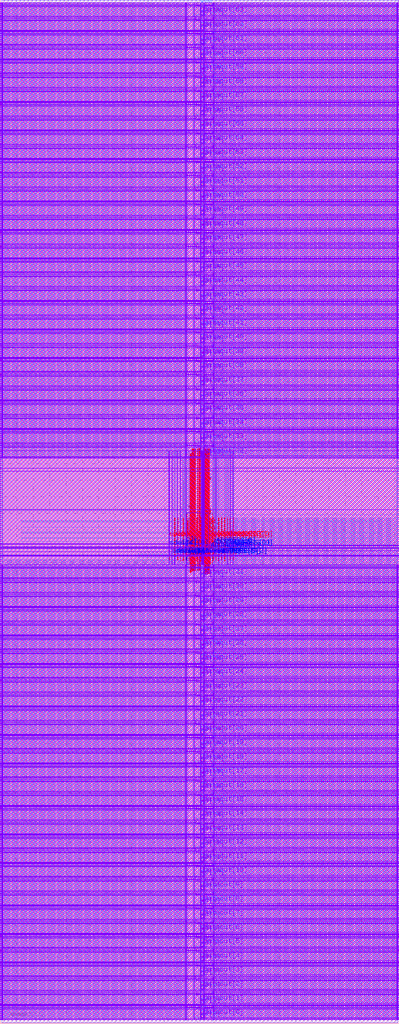
<source format=lef>
VERSION 5.8 ;
BUSBITCHARS "[]" ; 
DIVIDERCHAR "/" ; 


PROPERTYDEFINITIONS 
  MACRO CatenaDesignType STRING ; 
END PROPERTYDEFINITIONS 


MACRO srambank_256x4x64_6t122 
  CLASS BLOCK ; 
  ORIGIN 0 0 ; 
  FOREIGN srambank_256x4x64_6t122 0 0 ; 
  SIZE 121.392 BY 311.04 ; 
  SYMMETRY X Y ; 
  SITE coreSite ; 
  PIN VDD 
    DIRECTION INOUT ; 
    USE POWER ; 
    PORT 
      LAYER M4 ; 
        RECT 0.416 4.688 121.032 4.88 ; 
        RECT 0.416 9.008 121.032 9.2 ; 
        RECT 0.416 13.328 121.032 13.52 ; 
        RECT 0.416 17.648 121.032 17.84 ; 
        RECT 0.416 21.968 121.032 22.16 ; 
        RECT 0.416 26.288 121.032 26.48 ; 
        RECT 0.416 30.608 121.032 30.8 ; 
        RECT 0.416 34.928 121.032 35.12 ; 
        RECT 0.416 39.248 121.032 39.44 ; 
        RECT 0.416 43.568 121.032 43.76 ; 
        RECT 0.416 47.888 121.032 48.08 ; 
        RECT 0.416 52.208 121.032 52.4 ; 
        RECT 0.416 56.528 121.032 56.72 ; 
        RECT 0.416 60.848 121.032 61.04 ; 
        RECT 0.416 65.168 121.032 65.36 ; 
        RECT 0.416 69.488 121.032 69.68 ; 
        RECT 0.416 73.808 121.032 74 ; 
        RECT 0.416 78.128 121.032 78.32 ; 
        RECT 0.416 82.448 121.032 82.64 ; 
        RECT 0.416 86.768 121.032 86.96 ; 
        RECT 0.416 91.088 121.032 91.28 ; 
        RECT 0.416 95.408 121.032 95.6 ; 
        RECT 0.416 99.728 121.032 99.92 ; 
        RECT 0.416 104.048 121.032 104.24 ; 
        RECT 0.416 108.368 121.032 108.56 ; 
        RECT 0.416 112.688 121.032 112.88 ; 
        RECT 0.416 117.008 121.032 117.2 ; 
        RECT 0.416 121.328 121.032 121.52 ; 
        RECT 0.416 125.648 121.032 125.84 ; 
        RECT 0.416 129.968 121.032 130.16 ; 
        RECT 0.416 134.288 121.032 134.48 ; 
        RECT 0.416 138.608 121.032 138.8 ; 
        RECT 0.416 175.436 121.032 175.628 ; 
        RECT 0.416 179.756 121.032 179.948 ; 
        RECT 0.416 184.076 121.032 184.268 ; 
        RECT 0.416 188.396 121.032 188.588 ; 
        RECT 0.416 192.716 121.032 192.908 ; 
        RECT 0.416 197.036 121.032 197.228 ; 
        RECT 0.416 201.356 121.032 201.548 ; 
        RECT 0.416 205.676 121.032 205.868 ; 
        RECT 0.416 209.996 121.032 210.188 ; 
        RECT 0.416 214.316 121.032 214.508 ; 
        RECT 0.416 218.636 121.032 218.828 ; 
        RECT 0.416 222.956 121.032 223.148 ; 
        RECT 0.416 227.276 121.032 227.468 ; 
        RECT 0.416 231.596 121.032 231.788 ; 
        RECT 0.416 235.916 121.032 236.108 ; 
        RECT 0.416 240.236 121.032 240.428 ; 
        RECT 0.416 244.556 121.032 244.748 ; 
        RECT 0.416 248.876 121.032 249.068 ; 
        RECT 0.416 253.196 121.032 253.388 ; 
        RECT 0.416 257.516 121.032 257.708 ; 
        RECT 0.416 261.836 121.032 262.028 ; 
        RECT 0.416 266.156 121.032 266.348 ; 
        RECT 0.416 270.476 121.032 270.668 ; 
        RECT 0.416 274.796 121.032 274.988 ; 
        RECT 0.416 279.116 121.032 279.308 ; 
        RECT 0.416 283.436 121.032 283.628 ; 
        RECT 0.416 287.756 121.032 287.948 ; 
        RECT 0.416 292.076 121.032 292.268 ; 
        RECT 0.416 296.396 121.032 296.588 ; 
        RECT 0.416 300.716 121.032 300.908 ; 
        RECT 0.416 305.036 121.032 305.228 ; 
        RECT 0.416 309.356 121.032 309.548 ; 
      LAYER M3 ; 
        RECT 120.872 0.866 120.944 5.506 ; 
        RECT 64.784 0.868 64.856 5.504 ; 
        RECT 59.168 1.012 59.528 5.474 ; 
        RECT 56.576 0.868 56.648 5.504 ; 
        RECT 0.488 0.866 0.56 5.506 ; 
        RECT 120.872 5.186 120.944 9.826 ; 
        RECT 64.784 5.188 64.856 9.824 ; 
        RECT 59.168 5.332 59.528 9.794 ; 
        RECT 56.576 5.188 56.648 9.824 ; 
        RECT 0.488 5.186 0.56 9.826 ; 
        RECT 120.872 9.506 120.944 14.146 ; 
        RECT 64.784 9.508 64.856 14.144 ; 
        RECT 59.168 9.652 59.528 14.114 ; 
        RECT 56.576 9.508 56.648 14.144 ; 
        RECT 0.488 9.506 0.56 14.146 ; 
        RECT 120.872 13.826 120.944 18.466 ; 
        RECT 64.784 13.828 64.856 18.464 ; 
        RECT 59.168 13.972 59.528 18.434 ; 
        RECT 56.576 13.828 56.648 18.464 ; 
        RECT 0.488 13.826 0.56 18.466 ; 
        RECT 120.872 18.146 120.944 22.786 ; 
        RECT 64.784 18.148 64.856 22.784 ; 
        RECT 59.168 18.292 59.528 22.754 ; 
        RECT 56.576 18.148 56.648 22.784 ; 
        RECT 0.488 18.146 0.56 22.786 ; 
        RECT 120.872 22.466 120.944 27.106 ; 
        RECT 64.784 22.468 64.856 27.104 ; 
        RECT 59.168 22.612 59.528 27.074 ; 
        RECT 56.576 22.468 56.648 27.104 ; 
        RECT 0.488 22.466 0.56 27.106 ; 
        RECT 120.872 26.786 120.944 31.426 ; 
        RECT 64.784 26.788 64.856 31.424 ; 
        RECT 59.168 26.932 59.528 31.394 ; 
        RECT 56.576 26.788 56.648 31.424 ; 
        RECT 0.488 26.786 0.56 31.426 ; 
        RECT 120.872 31.106 120.944 35.746 ; 
        RECT 64.784 31.108 64.856 35.744 ; 
        RECT 59.168 31.252 59.528 35.714 ; 
        RECT 56.576 31.108 56.648 35.744 ; 
        RECT 0.488 31.106 0.56 35.746 ; 
        RECT 120.872 35.426 120.944 40.066 ; 
        RECT 64.784 35.428 64.856 40.064 ; 
        RECT 59.168 35.572 59.528 40.034 ; 
        RECT 56.576 35.428 56.648 40.064 ; 
        RECT 0.488 35.426 0.56 40.066 ; 
        RECT 120.872 39.746 120.944 44.386 ; 
        RECT 64.784 39.748 64.856 44.384 ; 
        RECT 59.168 39.892 59.528 44.354 ; 
        RECT 56.576 39.748 56.648 44.384 ; 
        RECT 0.488 39.746 0.56 44.386 ; 
        RECT 120.872 44.066 120.944 48.706 ; 
        RECT 64.784 44.068 64.856 48.704 ; 
        RECT 59.168 44.212 59.528 48.674 ; 
        RECT 56.576 44.068 56.648 48.704 ; 
        RECT 0.488 44.066 0.56 48.706 ; 
        RECT 120.872 48.386 120.944 53.026 ; 
        RECT 64.784 48.388 64.856 53.024 ; 
        RECT 59.168 48.532 59.528 52.994 ; 
        RECT 56.576 48.388 56.648 53.024 ; 
        RECT 0.488 48.386 0.56 53.026 ; 
        RECT 120.872 52.706 120.944 57.346 ; 
        RECT 64.784 52.708 64.856 57.344 ; 
        RECT 59.168 52.852 59.528 57.314 ; 
        RECT 56.576 52.708 56.648 57.344 ; 
        RECT 0.488 52.706 0.56 57.346 ; 
        RECT 120.872 57.026 120.944 61.666 ; 
        RECT 64.784 57.028 64.856 61.664 ; 
        RECT 59.168 57.172 59.528 61.634 ; 
        RECT 56.576 57.028 56.648 61.664 ; 
        RECT 0.488 57.026 0.56 61.666 ; 
        RECT 120.872 61.346 120.944 65.986 ; 
        RECT 64.784 61.348 64.856 65.984 ; 
        RECT 59.168 61.492 59.528 65.954 ; 
        RECT 56.576 61.348 56.648 65.984 ; 
        RECT 0.488 61.346 0.56 65.986 ; 
        RECT 120.872 65.666 120.944 70.306 ; 
        RECT 64.784 65.668 64.856 70.304 ; 
        RECT 59.168 65.812 59.528 70.274 ; 
        RECT 56.576 65.668 56.648 70.304 ; 
        RECT 0.488 65.666 0.56 70.306 ; 
        RECT 120.872 69.986 120.944 74.626 ; 
        RECT 64.784 69.988 64.856 74.624 ; 
        RECT 59.168 70.132 59.528 74.594 ; 
        RECT 56.576 69.988 56.648 74.624 ; 
        RECT 0.488 69.986 0.56 74.626 ; 
        RECT 120.872 74.306 120.944 78.946 ; 
        RECT 64.784 74.308 64.856 78.944 ; 
        RECT 59.168 74.452 59.528 78.914 ; 
        RECT 56.576 74.308 56.648 78.944 ; 
        RECT 0.488 74.306 0.56 78.946 ; 
        RECT 120.872 78.626 120.944 83.266 ; 
        RECT 64.784 78.628 64.856 83.264 ; 
        RECT 59.168 78.772 59.528 83.234 ; 
        RECT 56.576 78.628 56.648 83.264 ; 
        RECT 0.488 78.626 0.56 83.266 ; 
        RECT 120.872 82.946 120.944 87.586 ; 
        RECT 64.784 82.948 64.856 87.584 ; 
        RECT 59.168 83.092 59.528 87.554 ; 
        RECT 56.576 82.948 56.648 87.584 ; 
        RECT 0.488 82.946 0.56 87.586 ; 
        RECT 120.872 87.266 120.944 91.906 ; 
        RECT 64.784 87.268 64.856 91.904 ; 
        RECT 59.168 87.412 59.528 91.874 ; 
        RECT 56.576 87.268 56.648 91.904 ; 
        RECT 0.488 87.266 0.56 91.906 ; 
        RECT 120.872 91.586 120.944 96.226 ; 
        RECT 64.784 91.588 64.856 96.224 ; 
        RECT 59.168 91.732 59.528 96.194 ; 
        RECT 56.576 91.588 56.648 96.224 ; 
        RECT 0.488 91.586 0.56 96.226 ; 
        RECT 120.872 95.906 120.944 100.546 ; 
        RECT 64.784 95.908 64.856 100.544 ; 
        RECT 59.168 96.052 59.528 100.514 ; 
        RECT 56.576 95.908 56.648 100.544 ; 
        RECT 0.488 95.906 0.56 100.546 ; 
        RECT 120.872 100.226 120.944 104.866 ; 
        RECT 64.784 100.228 64.856 104.864 ; 
        RECT 59.168 100.372 59.528 104.834 ; 
        RECT 56.576 100.228 56.648 104.864 ; 
        RECT 0.488 100.226 0.56 104.866 ; 
        RECT 120.872 104.546 120.944 109.186 ; 
        RECT 64.784 104.548 64.856 109.184 ; 
        RECT 59.168 104.692 59.528 109.154 ; 
        RECT 56.576 104.548 56.648 109.184 ; 
        RECT 0.488 104.546 0.56 109.186 ; 
        RECT 120.872 108.866 120.944 113.506 ; 
        RECT 64.784 108.868 64.856 113.504 ; 
        RECT 59.168 109.012 59.528 113.474 ; 
        RECT 56.576 108.868 56.648 113.504 ; 
        RECT 0.488 108.866 0.56 113.506 ; 
        RECT 120.872 113.186 120.944 117.826 ; 
        RECT 64.784 113.188 64.856 117.824 ; 
        RECT 59.168 113.332 59.528 117.794 ; 
        RECT 56.576 113.188 56.648 117.824 ; 
        RECT 0.488 113.186 0.56 117.826 ; 
        RECT 120.872 117.506 120.944 122.146 ; 
        RECT 64.784 117.508 64.856 122.144 ; 
        RECT 59.168 117.652 59.528 122.114 ; 
        RECT 56.576 117.508 56.648 122.144 ; 
        RECT 0.488 117.506 0.56 122.146 ; 
        RECT 120.872 121.826 120.944 126.466 ; 
        RECT 64.784 121.828 64.856 126.464 ; 
        RECT 59.168 121.972 59.528 126.434 ; 
        RECT 56.576 121.828 56.648 126.464 ; 
        RECT 0.488 121.826 0.56 126.466 ; 
        RECT 120.872 126.146 120.944 130.786 ; 
        RECT 64.784 126.148 64.856 130.784 ; 
        RECT 59.168 126.292 59.528 130.754 ; 
        RECT 56.576 126.148 56.648 130.784 ; 
        RECT 0.488 126.146 0.56 130.786 ; 
        RECT 120.872 130.466 120.944 135.106 ; 
        RECT 64.784 130.468 64.856 135.104 ; 
        RECT 59.168 130.612 59.528 135.074 ; 
        RECT 56.576 130.468 56.648 135.104 ; 
        RECT 0.488 130.466 0.56 135.106 ; 
        RECT 120.872 134.786 120.944 139.426 ; 
        RECT 64.784 134.788 64.856 139.424 ; 
        RECT 59.168 134.932 59.528 139.394 ; 
        RECT 56.576 134.788 56.648 139.424 ; 
        RECT 0.488 134.786 0.56 139.426 ; 
        RECT 56.196 154.58 56.268 178.834 ; 
        RECT 120.872 171.614 120.944 176.254 ; 
        RECT 64.784 171.616 64.856 176.252 ; 
        RECT 59.168 171.76 59.528 176.222 ; 
        RECT 56.576 171.616 56.648 176.252 ; 
        RECT 0.488 171.614 0.56 176.254 ; 
        RECT 120.872 175.934 120.944 180.574 ; 
        RECT 64.784 175.936 64.856 180.572 ; 
        RECT 59.168 176.08 59.528 180.542 ; 
        RECT 56.576 175.936 56.648 180.572 ; 
        RECT 0.488 175.934 0.56 180.574 ; 
        RECT 120.872 180.254 120.944 184.894 ; 
        RECT 64.784 180.256 64.856 184.892 ; 
        RECT 59.168 180.4 59.528 184.862 ; 
        RECT 56.576 180.256 56.648 184.892 ; 
        RECT 0.488 180.254 0.56 184.894 ; 
        RECT 120.872 184.574 120.944 189.214 ; 
        RECT 64.784 184.576 64.856 189.212 ; 
        RECT 59.168 184.72 59.528 189.182 ; 
        RECT 56.576 184.576 56.648 189.212 ; 
        RECT 0.488 184.574 0.56 189.214 ; 
        RECT 120.872 188.894 120.944 193.534 ; 
        RECT 64.784 188.896 64.856 193.532 ; 
        RECT 59.168 189.04 59.528 193.502 ; 
        RECT 56.576 188.896 56.648 193.532 ; 
        RECT 0.488 188.894 0.56 193.534 ; 
        RECT 120.872 193.214 120.944 197.854 ; 
        RECT 64.784 193.216 64.856 197.852 ; 
        RECT 59.168 193.36 59.528 197.822 ; 
        RECT 56.576 193.216 56.648 197.852 ; 
        RECT 0.488 193.214 0.56 197.854 ; 
        RECT 120.872 197.534 120.944 202.174 ; 
        RECT 64.784 197.536 64.856 202.172 ; 
        RECT 59.168 197.68 59.528 202.142 ; 
        RECT 56.576 197.536 56.648 202.172 ; 
        RECT 0.488 197.534 0.56 202.174 ; 
        RECT 120.872 201.854 120.944 206.494 ; 
        RECT 64.784 201.856 64.856 206.492 ; 
        RECT 59.168 202 59.528 206.462 ; 
        RECT 56.576 201.856 56.648 206.492 ; 
        RECT 0.488 201.854 0.56 206.494 ; 
        RECT 120.872 206.174 120.944 210.814 ; 
        RECT 64.784 206.176 64.856 210.812 ; 
        RECT 59.168 206.32 59.528 210.782 ; 
        RECT 56.576 206.176 56.648 210.812 ; 
        RECT 0.488 206.174 0.56 210.814 ; 
        RECT 120.872 210.494 120.944 215.134 ; 
        RECT 64.784 210.496 64.856 215.132 ; 
        RECT 59.168 210.64 59.528 215.102 ; 
        RECT 56.576 210.496 56.648 215.132 ; 
        RECT 0.488 210.494 0.56 215.134 ; 
        RECT 120.872 214.814 120.944 219.454 ; 
        RECT 64.784 214.816 64.856 219.452 ; 
        RECT 59.168 214.96 59.528 219.422 ; 
        RECT 56.576 214.816 56.648 219.452 ; 
        RECT 0.488 214.814 0.56 219.454 ; 
        RECT 120.872 219.134 120.944 223.774 ; 
        RECT 64.784 219.136 64.856 223.772 ; 
        RECT 59.168 219.28 59.528 223.742 ; 
        RECT 56.576 219.136 56.648 223.772 ; 
        RECT 0.488 219.134 0.56 223.774 ; 
        RECT 120.872 223.454 120.944 228.094 ; 
        RECT 64.784 223.456 64.856 228.092 ; 
        RECT 59.168 223.6 59.528 228.062 ; 
        RECT 56.576 223.456 56.648 228.092 ; 
        RECT 0.488 223.454 0.56 228.094 ; 
        RECT 120.872 227.774 120.944 232.414 ; 
        RECT 64.784 227.776 64.856 232.412 ; 
        RECT 59.168 227.92 59.528 232.382 ; 
        RECT 56.576 227.776 56.648 232.412 ; 
        RECT 0.488 227.774 0.56 232.414 ; 
        RECT 120.872 232.094 120.944 236.734 ; 
        RECT 64.784 232.096 64.856 236.732 ; 
        RECT 59.168 232.24 59.528 236.702 ; 
        RECT 56.576 232.096 56.648 236.732 ; 
        RECT 0.488 232.094 0.56 236.734 ; 
        RECT 120.872 236.414 120.944 241.054 ; 
        RECT 64.784 236.416 64.856 241.052 ; 
        RECT 59.168 236.56 59.528 241.022 ; 
        RECT 56.576 236.416 56.648 241.052 ; 
        RECT 0.488 236.414 0.56 241.054 ; 
        RECT 120.872 240.734 120.944 245.374 ; 
        RECT 64.784 240.736 64.856 245.372 ; 
        RECT 59.168 240.88 59.528 245.342 ; 
        RECT 56.576 240.736 56.648 245.372 ; 
        RECT 0.488 240.734 0.56 245.374 ; 
        RECT 120.872 245.054 120.944 249.694 ; 
        RECT 64.784 245.056 64.856 249.692 ; 
        RECT 59.168 245.2 59.528 249.662 ; 
        RECT 56.576 245.056 56.648 249.692 ; 
        RECT 0.488 245.054 0.56 249.694 ; 
        RECT 120.872 249.374 120.944 254.014 ; 
        RECT 64.784 249.376 64.856 254.012 ; 
        RECT 59.168 249.52 59.528 253.982 ; 
        RECT 56.576 249.376 56.648 254.012 ; 
        RECT 0.488 249.374 0.56 254.014 ; 
        RECT 120.872 253.694 120.944 258.334 ; 
        RECT 64.784 253.696 64.856 258.332 ; 
        RECT 59.168 253.84 59.528 258.302 ; 
        RECT 56.576 253.696 56.648 258.332 ; 
        RECT 0.488 253.694 0.56 258.334 ; 
        RECT 120.872 258.014 120.944 262.654 ; 
        RECT 64.784 258.016 64.856 262.652 ; 
        RECT 59.168 258.16 59.528 262.622 ; 
        RECT 56.576 258.016 56.648 262.652 ; 
        RECT 0.488 258.014 0.56 262.654 ; 
        RECT 120.872 262.334 120.944 266.974 ; 
        RECT 64.784 262.336 64.856 266.972 ; 
        RECT 59.168 262.48 59.528 266.942 ; 
        RECT 56.576 262.336 56.648 266.972 ; 
        RECT 0.488 262.334 0.56 266.974 ; 
        RECT 120.872 266.654 120.944 271.294 ; 
        RECT 64.784 266.656 64.856 271.292 ; 
        RECT 59.168 266.8 59.528 271.262 ; 
        RECT 56.576 266.656 56.648 271.292 ; 
        RECT 0.488 266.654 0.56 271.294 ; 
        RECT 120.872 270.974 120.944 275.614 ; 
        RECT 64.784 270.976 64.856 275.612 ; 
        RECT 59.168 271.12 59.528 275.582 ; 
        RECT 56.576 270.976 56.648 275.612 ; 
        RECT 0.488 270.974 0.56 275.614 ; 
        RECT 120.872 275.294 120.944 279.934 ; 
        RECT 64.784 275.296 64.856 279.932 ; 
        RECT 59.168 275.44 59.528 279.902 ; 
        RECT 56.576 275.296 56.648 279.932 ; 
        RECT 0.488 275.294 0.56 279.934 ; 
        RECT 120.872 279.614 120.944 284.254 ; 
        RECT 64.784 279.616 64.856 284.252 ; 
        RECT 59.168 279.76 59.528 284.222 ; 
        RECT 56.576 279.616 56.648 284.252 ; 
        RECT 0.488 279.614 0.56 284.254 ; 
        RECT 120.872 283.934 120.944 288.574 ; 
        RECT 64.784 283.936 64.856 288.572 ; 
        RECT 59.168 284.08 59.528 288.542 ; 
        RECT 56.576 283.936 56.648 288.572 ; 
        RECT 0.488 283.934 0.56 288.574 ; 
        RECT 120.872 288.254 120.944 292.894 ; 
        RECT 64.784 288.256 64.856 292.892 ; 
        RECT 59.168 288.4 59.528 292.862 ; 
        RECT 56.576 288.256 56.648 292.892 ; 
        RECT 0.488 288.254 0.56 292.894 ; 
        RECT 120.872 292.574 120.944 297.214 ; 
        RECT 64.784 292.576 64.856 297.212 ; 
        RECT 59.168 292.72 59.528 297.182 ; 
        RECT 56.576 292.576 56.648 297.212 ; 
        RECT 0.488 292.574 0.56 297.214 ; 
        RECT 120.872 296.894 120.944 301.534 ; 
        RECT 64.784 296.896 64.856 301.532 ; 
        RECT 59.168 297.04 59.528 301.502 ; 
        RECT 56.576 296.896 56.648 301.532 ; 
        RECT 0.488 296.894 0.56 301.534 ; 
        RECT 120.872 301.214 120.944 305.854 ; 
        RECT 64.784 301.216 64.856 305.852 ; 
        RECT 59.168 301.36 59.528 305.822 ; 
        RECT 56.576 301.216 56.648 305.852 ; 
        RECT 0.488 301.214 0.56 305.854 ; 
        RECT 120.872 305.534 120.944 310.174 ; 
        RECT 64.784 305.536 64.856 310.172 ; 
        RECT 59.168 305.68 59.528 310.142 ; 
        RECT 56.576 305.536 56.648 310.172 ; 
        RECT 0.488 305.534 0.56 310.174 ; 
      LAYER V3 ; 
        RECT 0.488 4.688 0.56 4.88 ; 
        RECT 56.576 4.688 56.648 4.88 ; 
        RECT 59.168 4.688 59.528 4.88 ; 
        RECT 64.784 4.688 64.856 4.88 ; 
        RECT 120.872 4.688 120.944 4.88 ; 
        RECT 0.488 9.008 0.56 9.2 ; 
        RECT 56.576 9.008 56.648 9.2 ; 
        RECT 59.168 9.008 59.528 9.2 ; 
        RECT 64.784 9.008 64.856 9.2 ; 
        RECT 120.872 9.008 120.944 9.2 ; 
        RECT 0.488 13.328 0.56 13.52 ; 
        RECT 56.576 13.328 56.648 13.52 ; 
        RECT 59.168 13.328 59.528 13.52 ; 
        RECT 64.784 13.328 64.856 13.52 ; 
        RECT 120.872 13.328 120.944 13.52 ; 
        RECT 0.488 17.648 0.56 17.84 ; 
        RECT 56.576 17.648 56.648 17.84 ; 
        RECT 59.168 17.648 59.528 17.84 ; 
        RECT 64.784 17.648 64.856 17.84 ; 
        RECT 120.872 17.648 120.944 17.84 ; 
        RECT 0.488 21.968 0.56 22.16 ; 
        RECT 56.576 21.968 56.648 22.16 ; 
        RECT 59.168 21.968 59.528 22.16 ; 
        RECT 64.784 21.968 64.856 22.16 ; 
        RECT 120.872 21.968 120.944 22.16 ; 
        RECT 0.488 26.288 0.56 26.48 ; 
        RECT 56.576 26.288 56.648 26.48 ; 
        RECT 59.168 26.288 59.528 26.48 ; 
        RECT 64.784 26.288 64.856 26.48 ; 
        RECT 120.872 26.288 120.944 26.48 ; 
        RECT 0.488 30.608 0.56 30.8 ; 
        RECT 56.576 30.608 56.648 30.8 ; 
        RECT 59.168 30.608 59.528 30.8 ; 
        RECT 64.784 30.608 64.856 30.8 ; 
        RECT 120.872 30.608 120.944 30.8 ; 
        RECT 0.488 34.928 0.56 35.12 ; 
        RECT 56.576 34.928 56.648 35.12 ; 
        RECT 59.168 34.928 59.528 35.12 ; 
        RECT 64.784 34.928 64.856 35.12 ; 
        RECT 120.872 34.928 120.944 35.12 ; 
        RECT 0.488 39.248 0.56 39.44 ; 
        RECT 56.576 39.248 56.648 39.44 ; 
        RECT 59.168 39.248 59.528 39.44 ; 
        RECT 64.784 39.248 64.856 39.44 ; 
        RECT 120.872 39.248 120.944 39.44 ; 
        RECT 0.488 43.568 0.56 43.76 ; 
        RECT 56.576 43.568 56.648 43.76 ; 
        RECT 59.168 43.568 59.528 43.76 ; 
        RECT 64.784 43.568 64.856 43.76 ; 
        RECT 120.872 43.568 120.944 43.76 ; 
        RECT 0.488 47.888 0.56 48.08 ; 
        RECT 56.576 47.888 56.648 48.08 ; 
        RECT 59.168 47.888 59.528 48.08 ; 
        RECT 64.784 47.888 64.856 48.08 ; 
        RECT 120.872 47.888 120.944 48.08 ; 
        RECT 0.488 52.208 0.56 52.4 ; 
        RECT 56.576 52.208 56.648 52.4 ; 
        RECT 59.168 52.208 59.528 52.4 ; 
        RECT 64.784 52.208 64.856 52.4 ; 
        RECT 120.872 52.208 120.944 52.4 ; 
        RECT 0.488 56.528 0.56 56.72 ; 
        RECT 56.576 56.528 56.648 56.72 ; 
        RECT 59.168 56.528 59.528 56.72 ; 
        RECT 64.784 56.528 64.856 56.72 ; 
        RECT 120.872 56.528 120.944 56.72 ; 
        RECT 0.488 60.848 0.56 61.04 ; 
        RECT 56.576 60.848 56.648 61.04 ; 
        RECT 59.168 60.848 59.528 61.04 ; 
        RECT 64.784 60.848 64.856 61.04 ; 
        RECT 120.872 60.848 120.944 61.04 ; 
        RECT 0.488 65.168 0.56 65.36 ; 
        RECT 56.576 65.168 56.648 65.36 ; 
        RECT 59.168 65.168 59.528 65.36 ; 
        RECT 64.784 65.168 64.856 65.36 ; 
        RECT 120.872 65.168 120.944 65.36 ; 
        RECT 0.488 69.488 0.56 69.68 ; 
        RECT 56.576 69.488 56.648 69.68 ; 
        RECT 59.168 69.488 59.528 69.68 ; 
        RECT 64.784 69.488 64.856 69.68 ; 
        RECT 120.872 69.488 120.944 69.68 ; 
        RECT 0.488 73.808 0.56 74 ; 
        RECT 56.576 73.808 56.648 74 ; 
        RECT 59.168 73.808 59.528 74 ; 
        RECT 64.784 73.808 64.856 74 ; 
        RECT 120.872 73.808 120.944 74 ; 
        RECT 0.488 78.128 0.56 78.32 ; 
        RECT 56.576 78.128 56.648 78.32 ; 
        RECT 59.168 78.128 59.528 78.32 ; 
        RECT 64.784 78.128 64.856 78.32 ; 
        RECT 120.872 78.128 120.944 78.32 ; 
        RECT 0.488 82.448 0.56 82.64 ; 
        RECT 56.576 82.448 56.648 82.64 ; 
        RECT 59.168 82.448 59.528 82.64 ; 
        RECT 64.784 82.448 64.856 82.64 ; 
        RECT 120.872 82.448 120.944 82.64 ; 
        RECT 0.488 86.768 0.56 86.96 ; 
        RECT 56.576 86.768 56.648 86.96 ; 
        RECT 59.168 86.768 59.528 86.96 ; 
        RECT 64.784 86.768 64.856 86.96 ; 
        RECT 120.872 86.768 120.944 86.96 ; 
        RECT 0.488 91.088 0.56 91.28 ; 
        RECT 56.576 91.088 56.648 91.28 ; 
        RECT 59.168 91.088 59.528 91.28 ; 
        RECT 64.784 91.088 64.856 91.28 ; 
        RECT 120.872 91.088 120.944 91.28 ; 
        RECT 0.488 95.408 0.56 95.6 ; 
        RECT 56.576 95.408 56.648 95.6 ; 
        RECT 59.168 95.408 59.528 95.6 ; 
        RECT 64.784 95.408 64.856 95.6 ; 
        RECT 120.872 95.408 120.944 95.6 ; 
        RECT 0.488 99.728 0.56 99.92 ; 
        RECT 56.576 99.728 56.648 99.92 ; 
        RECT 59.168 99.728 59.528 99.92 ; 
        RECT 64.784 99.728 64.856 99.92 ; 
        RECT 120.872 99.728 120.944 99.92 ; 
        RECT 0.488 104.048 0.56 104.24 ; 
        RECT 56.576 104.048 56.648 104.24 ; 
        RECT 59.168 104.048 59.528 104.24 ; 
        RECT 64.784 104.048 64.856 104.24 ; 
        RECT 120.872 104.048 120.944 104.24 ; 
        RECT 0.488 108.368 0.56 108.56 ; 
        RECT 56.576 108.368 56.648 108.56 ; 
        RECT 59.168 108.368 59.528 108.56 ; 
        RECT 64.784 108.368 64.856 108.56 ; 
        RECT 120.872 108.368 120.944 108.56 ; 
        RECT 0.488 112.688 0.56 112.88 ; 
        RECT 56.576 112.688 56.648 112.88 ; 
        RECT 59.168 112.688 59.528 112.88 ; 
        RECT 64.784 112.688 64.856 112.88 ; 
        RECT 120.872 112.688 120.944 112.88 ; 
        RECT 0.488 117.008 0.56 117.2 ; 
        RECT 56.576 117.008 56.648 117.2 ; 
        RECT 59.168 117.008 59.528 117.2 ; 
        RECT 64.784 117.008 64.856 117.2 ; 
        RECT 120.872 117.008 120.944 117.2 ; 
        RECT 0.488 121.328 0.56 121.52 ; 
        RECT 56.576 121.328 56.648 121.52 ; 
        RECT 59.168 121.328 59.528 121.52 ; 
        RECT 64.784 121.328 64.856 121.52 ; 
        RECT 120.872 121.328 120.944 121.52 ; 
        RECT 0.488 125.648 0.56 125.84 ; 
        RECT 56.576 125.648 56.648 125.84 ; 
        RECT 59.168 125.648 59.528 125.84 ; 
        RECT 64.784 125.648 64.856 125.84 ; 
        RECT 120.872 125.648 120.944 125.84 ; 
        RECT 0.488 129.968 0.56 130.16 ; 
        RECT 56.576 129.968 56.648 130.16 ; 
        RECT 59.168 129.968 59.528 130.16 ; 
        RECT 64.784 129.968 64.856 130.16 ; 
        RECT 120.872 129.968 120.944 130.16 ; 
        RECT 0.488 134.288 0.56 134.48 ; 
        RECT 56.576 134.288 56.648 134.48 ; 
        RECT 59.168 134.288 59.528 134.48 ; 
        RECT 64.784 134.288 64.856 134.48 ; 
        RECT 120.872 134.288 120.944 134.48 ; 
        RECT 0.488 138.608 0.56 138.8 ; 
        RECT 56.576 138.608 56.648 138.8 ; 
        RECT 59.168 138.608 59.528 138.8 ; 
        RECT 64.784 138.608 64.856 138.8 ; 
        RECT 120.872 138.608 120.944 138.8 ; 
        RECT 0.488 175.436 0.56 175.628 ; 
        RECT 56.576 175.436 56.648 175.628 ; 
        RECT 59.168 175.436 59.528 175.628 ; 
        RECT 64.784 175.436 64.856 175.628 ; 
        RECT 120.872 175.436 120.944 175.628 ; 
        RECT 0.488 179.756 0.56 179.948 ; 
        RECT 56.576 179.756 56.648 179.948 ; 
        RECT 59.168 179.756 59.528 179.948 ; 
        RECT 64.784 179.756 64.856 179.948 ; 
        RECT 120.872 179.756 120.944 179.948 ; 
        RECT 0.488 184.076 0.56 184.268 ; 
        RECT 56.576 184.076 56.648 184.268 ; 
        RECT 59.168 184.076 59.528 184.268 ; 
        RECT 64.784 184.076 64.856 184.268 ; 
        RECT 120.872 184.076 120.944 184.268 ; 
        RECT 0.488 188.396 0.56 188.588 ; 
        RECT 56.576 188.396 56.648 188.588 ; 
        RECT 59.168 188.396 59.528 188.588 ; 
        RECT 64.784 188.396 64.856 188.588 ; 
        RECT 120.872 188.396 120.944 188.588 ; 
        RECT 0.488 192.716 0.56 192.908 ; 
        RECT 56.576 192.716 56.648 192.908 ; 
        RECT 59.168 192.716 59.528 192.908 ; 
        RECT 64.784 192.716 64.856 192.908 ; 
        RECT 120.872 192.716 120.944 192.908 ; 
        RECT 0.488 197.036 0.56 197.228 ; 
        RECT 56.576 197.036 56.648 197.228 ; 
        RECT 59.168 197.036 59.528 197.228 ; 
        RECT 64.784 197.036 64.856 197.228 ; 
        RECT 120.872 197.036 120.944 197.228 ; 
        RECT 0.488 201.356 0.56 201.548 ; 
        RECT 56.576 201.356 56.648 201.548 ; 
        RECT 59.168 201.356 59.528 201.548 ; 
        RECT 64.784 201.356 64.856 201.548 ; 
        RECT 120.872 201.356 120.944 201.548 ; 
        RECT 0.488 205.676 0.56 205.868 ; 
        RECT 56.576 205.676 56.648 205.868 ; 
        RECT 59.168 205.676 59.528 205.868 ; 
        RECT 64.784 205.676 64.856 205.868 ; 
        RECT 120.872 205.676 120.944 205.868 ; 
        RECT 0.488 209.996 0.56 210.188 ; 
        RECT 56.576 209.996 56.648 210.188 ; 
        RECT 59.168 209.996 59.528 210.188 ; 
        RECT 64.784 209.996 64.856 210.188 ; 
        RECT 120.872 209.996 120.944 210.188 ; 
        RECT 0.488 214.316 0.56 214.508 ; 
        RECT 56.576 214.316 56.648 214.508 ; 
        RECT 59.168 214.316 59.528 214.508 ; 
        RECT 64.784 214.316 64.856 214.508 ; 
        RECT 120.872 214.316 120.944 214.508 ; 
        RECT 0.488 218.636 0.56 218.828 ; 
        RECT 56.576 218.636 56.648 218.828 ; 
        RECT 59.168 218.636 59.528 218.828 ; 
        RECT 64.784 218.636 64.856 218.828 ; 
        RECT 120.872 218.636 120.944 218.828 ; 
        RECT 0.488 222.956 0.56 223.148 ; 
        RECT 56.576 222.956 56.648 223.148 ; 
        RECT 59.168 222.956 59.528 223.148 ; 
        RECT 64.784 222.956 64.856 223.148 ; 
        RECT 120.872 222.956 120.944 223.148 ; 
        RECT 0.488 227.276 0.56 227.468 ; 
        RECT 56.576 227.276 56.648 227.468 ; 
        RECT 59.168 227.276 59.528 227.468 ; 
        RECT 64.784 227.276 64.856 227.468 ; 
        RECT 120.872 227.276 120.944 227.468 ; 
        RECT 0.488 231.596 0.56 231.788 ; 
        RECT 56.576 231.596 56.648 231.788 ; 
        RECT 59.168 231.596 59.528 231.788 ; 
        RECT 64.784 231.596 64.856 231.788 ; 
        RECT 120.872 231.596 120.944 231.788 ; 
        RECT 0.488 235.916 0.56 236.108 ; 
        RECT 56.576 235.916 56.648 236.108 ; 
        RECT 59.168 235.916 59.528 236.108 ; 
        RECT 64.784 235.916 64.856 236.108 ; 
        RECT 120.872 235.916 120.944 236.108 ; 
        RECT 0.488 240.236 0.56 240.428 ; 
        RECT 56.576 240.236 56.648 240.428 ; 
        RECT 59.168 240.236 59.528 240.428 ; 
        RECT 64.784 240.236 64.856 240.428 ; 
        RECT 120.872 240.236 120.944 240.428 ; 
        RECT 0.488 244.556 0.56 244.748 ; 
        RECT 56.576 244.556 56.648 244.748 ; 
        RECT 59.168 244.556 59.528 244.748 ; 
        RECT 64.784 244.556 64.856 244.748 ; 
        RECT 120.872 244.556 120.944 244.748 ; 
        RECT 0.488 248.876 0.56 249.068 ; 
        RECT 56.576 248.876 56.648 249.068 ; 
        RECT 59.168 248.876 59.528 249.068 ; 
        RECT 64.784 248.876 64.856 249.068 ; 
        RECT 120.872 248.876 120.944 249.068 ; 
        RECT 0.488 253.196 0.56 253.388 ; 
        RECT 56.576 253.196 56.648 253.388 ; 
        RECT 59.168 253.196 59.528 253.388 ; 
        RECT 64.784 253.196 64.856 253.388 ; 
        RECT 120.872 253.196 120.944 253.388 ; 
        RECT 0.488 257.516 0.56 257.708 ; 
        RECT 56.576 257.516 56.648 257.708 ; 
        RECT 59.168 257.516 59.528 257.708 ; 
        RECT 64.784 257.516 64.856 257.708 ; 
        RECT 120.872 257.516 120.944 257.708 ; 
        RECT 0.488 261.836 0.56 262.028 ; 
        RECT 56.576 261.836 56.648 262.028 ; 
        RECT 59.168 261.836 59.528 262.028 ; 
        RECT 64.784 261.836 64.856 262.028 ; 
        RECT 120.872 261.836 120.944 262.028 ; 
        RECT 0.488 266.156 0.56 266.348 ; 
        RECT 56.576 266.156 56.648 266.348 ; 
        RECT 59.168 266.156 59.528 266.348 ; 
        RECT 64.784 266.156 64.856 266.348 ; 
        RECT 120.872 266.156 120.944 266.348 ; 
        RECT 0.488 270.476 0.56 270.668 ; 
        RECT 56.576 270.476 56.648 270.668 ; 
        RECT 59.168 270.476 59.528 270.668 ; 
        RECT 64.784 270.476 64.856 270.668 ; 
        RECT 120.872 270.476 120.944 270.668 ; 
        RECT 0.488 274.796 0.56 274.988 ; 
        RECT 56.576 274.796 56.648 274.988 ; 
        RECT 59.168 274.796 59.528 274.988 ; 
        RECT 64.784 274.796 64.856 274.988 ; 
        RECT 120.872 274.796 120.944 274.988 ; 
        RECT 0.488 279.116 0.56 279.308 ; 
        RECT 56.576 279.116 56.648 279.308 ; 
        RECT 59.168 279.116 59.528 279.308 ; 
        RECT 64.784 279.116 64.856 279.308 ; 
        RECT 120.872 279.116 120.944 279.308 ; 
        RECT 0.488 283.436 0.56 283.628 ; 
        RECT 56.576 283.436 56.648 283.628 ; 
        RECT 59.168 283.436 59.528 283.628 ; 
        RECT 64.784 283.436 64.856 283.628 ; 
        RECT 120.872 283.436 120.944 283.628 ; 
        RECT 0.488 287.756 0.56 287.948 ; 
        RECT 56.576 287.756 56.648 287.948 ; 
        RECT 59.168 287.756 59.528 287.948 ; 
        RECT 64.784 287.756 64.856 287.948 ; 
        RECT 120.872 287.756 120.944 287.948 ; 
        RECT 0.488 292.076 0.56 292.268 ; 
        RECT 56.576 292.076 56.648 292.268 ; 
        RECT 59.168 292.076 59.528 292.268 ; 
        RECT 64.784 292.076 64.856 292.268 ; 
        RECT 120.872 292.076 120.944 292.268 ; 
        RECT 0.488 296.396 0.56 296.588 ; 
        RECT 56.576 296.396 56.648 296.588 ; 
        RECT 59.168 296.396 59.528 296.588 ; 
        RECT 64.784 296.396 64.856 296.588 ; 
        RECT 120.872 296.396 120.944 296.588 ; 
        RECT 0.488 300.716 0.56 300.908 ; 
        RECT 56.576 300.716 56.648 300.908 ; 
        RECT 59.168 300.716 59.528 300.908 ; 
        RECT 64.784 300.716 64.856 300.908 ; 
        RECT 120.872 300.716 120.944 300.908 ; 
        RECT 0.488 305.036 0.56 305.228 ; 
        RECT 56.576 305.036 56.648 305.228 ; 
        RECT 59.168 305.036 59.528 305.228 ; 
        RECT 64.784 305.036 64.856 305.228 ; 
        RECT 120.872 305.036 120.944 305.228 ; 
        RECT 0.488 309.356 0.56 309.548 ; 
        RECT 56.576 309.356 56.648 309.548 ; 
        RECT 59.168 309.356 59.528 309.548 ; 
        RECT 64.784 309.356 64.856 309.548 ; 
        RECT 120.872 309.356 120.944 309.548 ; 
    END 
  END VDD 
  PIN VSS 
    DIRECTION INOUT ; 
    USE POWER ; 
    PORT 
      LAYER M4 ; 
        RECT 0.416 4.304 121.032 4.496 ; 
        RECT 0.416 8.624 121.032 8.816 ; 
        RECT 0.416 12.944 121.032 13.136 ; 
        RECT 0.416 17.264 121.032 17.456 ; 
        RECT 0.416 21.584 121.032 21.776 ; 
        RECT 0.416 25.904 121.032 26.096 ; 
        RECT 0.416 30.224 121.032 30.416 ; 
        RECT 0.416 34.544 121.032 34.736 ; 
        RECT 0.416 38.864 121.032 39.056 ; 
        RECT 0.416 43.184 121.032 43.376 ; 
        RECT 0.416 47.504 121.032 47.696 ; 
        RECT 0.416 51.824 121.032 52.016 ; 
        RECT 0.416 56.144 121.032 56.336 ; 
        RECT 0.416 60.464 121.032 60.656 ; 
        RECT 0.416 64.784 121.032 64.976 ; 
        RECT 0.416 69.104 121.032 69.296 ; 
        RECT 0.416 73.424 121.032 73.616 ; 
        RECT 0.416 77.744 121.032 77.936 ; 
        RECT 0.416 82.064 121.032 82.256 ; 
        RECT 0.416 86.384 121.032 86.576 ; 
        RECT 0.416 90.704 121.032 90.896 ; 
        RECT 0.416 95.024 121.032 95.216 ; 
        RECT 0.416 99.344 121.032 99.536 ; 
        RECT 0.416 103.664 121.032 103.856 ; 
        RECT 0.416 107.984 121.032 108.176 ; 
        RECT 0.416 112.304 121.032 112.496 ; 
        RECT 0.416 116.624 121.032 116.816 ; 
        RECT 0.416 120.944 121.032 121.136 ; 
        RECT 0.416 125.264 121.032 125.456 ; 
        RECT 0.416 129.584 121.032 129.776 ; 
        RECT 0.416 133.904 121.032 134.096 ; 
        RECT 0.416 138.224 121.032 138.416 ; 
        RECT 41.904 142.486 79.488 143.35 ; 
        RECT 57.24 155.158 64.152 156.022 ; 
        RECT 57.24 167.83 64.152 168.694 ; 
        RECT 0.416 175.052 121.032 175.244 ; 
        RECT 0.416 179.372 121.032 179.564 ; 
        RECT 0.416 183.692 121.032 183.884 ; 
        RECT 0.416 188.012 121.032 188.204 ; 
        RECT 0.416 192.332 121.032 192.524 ; 
        RECT 0.416 196.652 121.032 196.844 ; 
        RECT 0.416 200.972 121.032 201.164 ; 
        RECT 0.416 205.292 121.032 205.484 ; 
        RECT 0.416 209.612 121.032 209.804 ; 
        RECT 0.416 213.932 121.032 214.124 ; 
        RECT 0.416 218.252 121.032 218.444 ; 
        RECT 0.416 222.572 121.032 222.764 ; 
        RECT 0.416 226.892 121.032 227.084 ; 
        RECT 0.416 231.212 121.032 231.404 ; 
        RECT 0.416 235.532 121.032 235.724 ; 
        RECT 0.416 239.852 121.032 240.044 ; 
        RECT 0.416 244.172 121.032 244.364 ; 
        RECT 0.416 248.492 121.032 248.684 ; 
        RECT 0.416 252.812 121.032 253.004 ; 
        RECT 0.416 257.132 121.032 257.324 ; 
        RECT 0.416 261.452 121.032 261.644 ; 
        RECT 0.416 265.772 121.032 265.964 ; 
        RECT 0.416 270.092 121.032 270.284 ; 
        RECT 0.416 274.412 121.032 274.604 ; 
        RECT 0.416 278.732 121.032 278.924 ; 
        RECT 0.416 283.052 121.032 283.244 ; 
        RECT 0.416 287.372 121.032 287.564 ; 
        RECT 0.416 291.692 121.032 291.884 ; 
        RECT 0.416 296.012 121.032 296.204 ; 
        RECT 0.416 300.332 121.032 300.524 ; 
        RECT 0.416 304.652 121.032 304.844 ; 
        RECT 0.416 308.972 121.032 309.164 ; 
      LAYER M3 ; 
        RECT 120.728 0.866 120.8 5.506 ; 
        RECT 65 0.866 65.072 5.506 ; 
        RECT 61.94 1.012 62.084 5.47 ; 
        RECT 61.04 1.012 61.148 5.47 ; 
        RECT 56.36 0.866 56.432 5.506 ; 
        RECT 0.632 0.866 0.704 5.506 ; 
        RECT 120.728 5.186 120.8 9.826 ; 
        RECT 65 5.186 65.072 9.826 ; 
        RECT 61.94 5.332 62.084 9.79 ; 
        RECT 61.04 5.332 61.148 9.79 ; 
        RECT 56.36 5.186 56.432 9.826 ; 
        RECT 0.632 5.186 0.704 9.826 ; 
        RECT 120.728 9.506 120.8 14.146 ; 
        RECT 65 9.506 65.072 14.146 ; 
        RECT 61.94 9.652 62.084 14.11 ; 
        RECT 61.04 9.652 61.148 14.11 ; 
        RECT 56.36 9.506 56.432 14.146 ; 
        RECT 0.632 9.506 0.704 14.146 ; 
        RECT 120.728 13.826 120.8 18.466 ; 
        RECT 65 13.826 65.072 18.466 ; 
        RECT 61.94 13.972 62.084 18.43 ; 
        RECT 61.04 13.972 61.148 18.43 ; 
        RECT 56.36 13.826 56.432 18.466 ; 
        RECT 0.632 13.826 0.704 18.466 ; 
        RECT 120.728 18.146 120.8 22.786 ; 
        RECT 65 18.146 65.072 22.786 ; 
        RECT 61.94 18.292 62.084 22.75 ; 
        RECT 61.04 18.292 61.148 22.75 ; 
        RECT 56.36 18.146 56.432 22.786 ; 
        RECT 0.632 18.146 0.704 22.786 ; 
        RECT 120.728 22.466 120.8 27.106 ; 
        RECT 65 22.466 65.072 27.106 ; 
        RECT 61.94 22.612 62.084 27.07 ; 
        RECT 61.04 22.612 61.148 27.07 ; 
        RECT 56.36 22.466 56.432 27.106 ; 
        RECT 0.632 22.466 0.704 27.106 ; 
        RECT 120.728 26.786 120.8 31.426 ; 
        RECT 65 26.786 65.072 31.426 ; 
        RECT 61.94 26.932 62.084 31.39 ; 
        RECT 61.04 26.932 61.148 31.39 ; 
        RECT 56.36 26.786 56.432 31.426 ; 
        RECT 0.632 26.786 0.704 31.426 ; 
        RECT 120.728 31.106 120.8 35.746 ; 
        RECT 65 31.106 65.072 35.746 ; 
        RECT 61.94 31.252 62.084 35.71 ; 
        RECT 61.04 31.252 61.148 35.71 ; 
        RECT 56.36 31.106 56.432 35.746 ; 
        RECT 0.632 31.106 0.704 35.746 ; 
        RECT 120.728 35.426 120.8 40.066 ; 
        RECT 65 35.426 65.072 40.066 ; 
        RECT 61.94 35.572 62.084 40.03 ; 
        RECT 61.04 35.572 61.148 40.03 ; 
        RECT 56.36 35.426 56.432 40.066 ; 
        RECT 0.632 35.426 0.704 40.066 ; 
        RECT 120.728 39.746 120.8 44.386 ; 
        RECT 65 39.746 65.072 44.386 ; 
        RECT 61.94 39.892 62.084 44.35 ; 
        RECT 61.04 39.892 61.148 44.35 ; 
        RECT 56.36 39.746 56.432 44.386 ; 
        RECT 0.632 39.746 0.704 44.386 ; 
        RECT 120.728 44.066 120.8 48.706 ; 
        RECT 65 44.066 65.072 48.706 ; 
        RECT 61.94 44.212 62.084 48.67 ; 
        RECT 61.04 44.212 61.148 48.67 ; 
        RECT 56.36 44.066 56.432 48.706 ; 
        RECT 0.632 44.066 0.704 48.706 ; 
        RECT 120.728 48.386 120.8 53.026 ; 
        RECT 65 48.386 65.072 53.026 ; 
        RECT 61.94 48.532 62.084 52.99 ; 
        RECT 61.04 48.532 61.148 52.99 ; 
        RECT 56.36 48.386 56.432 53.026 ; 
        RECT 0.632 48.386 0.704 53.026 ; 
        RECT 120.728 52.706 120.8 57.346 ; 
        RECT 65 52.706 65.072 57.346 ; 
        RECT 61.94 52.852 62.084 57.31 ; 
        RECT 61.04 52.852 61.148 57.31 ; 
        RECT 56.36 52.706 56.432 57.346 ; 
        RECT 0.632 52.706 0.704 57.346 ; 
        RECT 120.728 57.026 120.8 61.666 ; 
        RECT 65 57.026 65.072 61.666 ; 
        RECT 61.94 57.172 62.084 61.63 ; 
        RECT 61.04 57.172 61.148 61.63 ; 
        RECT 56.36 57.026 56.432 61.666 ; 
        RECT 0.632 57.026 0.704 61.666 ; 
        RECT 120.728 61.346 120.8 65.986 ; 
        RECT 65 61.346 65.072 65.986 ; 
        RECT 61.94 61.492 62.084 65.95 ; 
        RECT 61.04 61.492 61.148 65.95 ; 
        RECT 56.36 61.346 56.432 65.986 ; 
        RECT 0.632 61.346 0.704 65.986 ; 
        RECT 120.728 65.666 120.8 70.306 ; 
        RECT 65 65.666 65.072 70.306 ; 
        RECT 61.94 65.812 62.084 70.27 ; 
        RECT 61.04 65.812 61.148 70.27 ; 
        RECT 56.36 65.666 56.432 70.306 ; 
        RECT 0.632 65.666 0.704 70.306 ; 
        RECT 120.728 69.986 120.8 74.626 ; 
        RECT 65 69.986 65.072 74.626 ; 
        RECT 61.94 70.132 62.084 74.59 ; 
        RECT 61.04 70.132 61.148 74.59 ; 
        RECT 56.36 69.986 56.432 74.626 ; 
        RECT 0.632 69.986 0.704 74.626 ; 
        RECT 120.728 74.306 120.8 78.946 ; 
        RECT 65 74.306 65.072 78.946 ; 
        RECT 61.94 74.452 62.084 78.91 ; 
        RECT 61.04 74.452 61.148 78.91 ; 
        RECT 56.36 74.306 56.432 78.946 ; 
        RECT 0.632 74.306 0.704 78.946 ; 
        RECT 120.728 78.626 120.8 83.266 ; 
        RECT 65 78.626 65.072 83.266 ; 
        RECT 61.94 78.772 62.084 83.23 ; 
        RECT 61.04 78.772 61.148 83.23 ; 
        RECT 56.36 78.626 56.432 83.266 ; 
        RECT 0.632 78.626 0.704 83.266 ; 
        RECT 120.728 82.946 120.8 87.586 ; 
        RECT 65 82.946 65.072 87.586 ; 
        RECT 61.94 83.092 62.084 87.55 ; 
        RECT 61.04 83.092 61.148 87.55 ; 
        RECT 56.36 82.946 56.432 87.586 ; 
        RECT 0.632 82.946 0.704 87.586 ; 
        RECT 120.728 87.266 120.8 91.906 ; 
        RECT 65 87.266 65.072 91.906 ; 
        RECT 61.94 87.412 62.084 91.87 ; 
        RECT 61.04 87.412 61.148 91.87 ; 
        RECT 56.36 87.266 56.432 91.906 ; 
        RECT 0.632 87.266 0.704 91.906 ; 
        RECT 120.728 91.586 120.8 96.226 ; 
        RECT 65 91.586 65.072 96.226 ; 
        RECT 61.94 91.732 62.084 96.19 ; 
        RECT 61.04 91.732 61.148 96.19 ; 
        RECT 56.36 91.586 56.432 96.226 ; 
        RECT 0.632 91.586 0.704 96.226 ; 
        RECT 120.728 95.906 120.8 100.546 ; 
        RECT 65 95.906 65.072 100.546 ; 
        RECT 61.94 96.052 62.084 100.51 ; 
        RECT 61.04 96.052 61.148 100.51 ; 
        RECT 56.36 95.906 56.432 100.546 ; 
        RECT 0.632 95.906 0.704 100.546 ; 
        RECT 120.728 100.226 120.8 104.866 ; 
        RECT 65 100.226 65.072 104.866 ; 
        RECT 61.94 100.372 62.084 104.83 ; 
        RECT 61.04 100.372 61.148 104.83 ; 
        RECT 56.36 100.226 56.432 104.866 ; 
        RECT 0.632 100.226 0.704 104.866 ; 
        RECT 120.728 104.546 120.8 109.186 ; 
        RECT 65 104.546 65.072 109.186 ; 
        RECT 61.94 104.692 62.084 109.15 ; 
        RECT 61.04 104.692 61.148 109.15 ; 
        RECT 56.36 104.546 56.432 109.186 ; 
        RECT 0.632 104.546 0.704 109.186 ; 
        RECT 120.728 108.866 120.8 113.506 ; 
        RECT 65 108.866 65.072 113.506 ; 
        RECT 61.94 109.012 62.084 113.47 ; 
        RECT 61.04 109.012 61.148 113.47 ; 
        RECT 56.36 108.866 56.432 113.506 ; 
        RECT 0.632 108.866 0.704 113.506 ; 
        RECT 120.728 113.186 120.8 117.826 ; 
        RECT 65 113.186 65.072 117.826 ; 
        RECT 61.94 113.332 62.084 117.79 ; 
        RECT 61.04 113.332 61.148 117.79 ; 
        RECT 56.36 113.186 56.432 117.826 ; 
        RECT 0.632 113.186 0.704 117.826 ; 
        RECT 120.728 117.506 120.8 122.146 ; 
        RECT 65 117.506 65.072 122.146 ; 
        RECT 61.94 117.652 62.084 122.11 ; 
        RECT 61.04 117.652 61.148 122.11 ; 
        RECT 56.36 117.506 56.432 122.146 ; 
        RECT 0.632 117.506 0.704 122.146 ; 
        RECT 120.728 121.826 120.8 126.466 ; 
        RECT 65 121.826 65.072 126.466 ; 
        RECT 61.94 121.972 62.084 126.43 ; 
        RECT 61.04 121.972 61.148 126.43 ; 
        RECT 56.36 121.826 56.432 126.466 ; 
        RECT 0.632 121.826 0.704 126.466 ; 
        RECT 120.728 126.146 120.8 130.786 ; 
        RECT 65 126.146 65.072 130.786 ; 
        RECT 61.94 126.292 62.084 130.75 ; 
        RECT 61.04 126.292 61.148 130.75 ; 
        RECT 56.36 126.146 56.432 130.786 ; 
        RECT 0.632 126.146 0.704 130.786 ; 
        RECT 120.728 130.466 120.8 135.106 ; 
        RECT 65 130.466 65.072 135.106 ; 
        RECT 61.94 130.612 62.084 135.07 ; 
        RECT 61.04 130.612 61.148 135.07 ; 
        RECT 56.36 130.466 56.432 135.106 ; 
        RECT 0.632 130.466 0.704 135.106 ; 
        RECT 120.728 134.786 120.8 139.426 ; 
        RECT 65 134.786 65.072 139.426 ; 
        RECT 61.94 134.932 62.084 139.39 ; 
        RECT 61.04 134.932 61.148 139.39 ; 
        RECT 56.36 134.786 56.432 139.426 ; 
        RECT 0.632 134.786 0.704 139.426 ; 
        RECT 64.98 139.308 65.052 172.136 ; 
        RECT 61.164 140.202 62.1 170.934 ; 
        RECT 56.34 139.308 56.412 178.834 ; 
        RECT 120.728 171.614 120.8 176.254 ; 
        RECT 65 171.614 65.072 176.254 ; 
        RECT 61.94 171.76 62.084 176.218 ; 
        RECT 61.04 171.76 61.148 176.218 ; 
        RECT 56.36 171.614 56.432 176.254 ; 
        RECT 0.632 171.614 0.704 176.254 ; 
        RECT 120.728 175.934 120.8 180.574 ; 
        RECT 65 175.934 65.072 180.574 ; 
        RECT 61.94 176.08 62.084 180.538 ; 
        RECT 61.04 176.08 61.148 180.538 ; 
        RECT 56.36 175.934 56.432 180.574 ; 
        RECT 0.632 175.934 0.704 180.574 ; 
        RECT 120.728 180.254 120.8 184.894 ; 
        RECT 65 180.254 65.072 184.894 ; 
        RECT 61.94 180.4 62.084 184.858 ; 
        RECT 61.04 180.4 61.148 184.858 ; 
        RECT 56.36 180.254 56.432 184.894 ; 
        RECT 0.632 180.254 0.704 184.894 ; 
        RECT 120.728 184.574 120.8 189.214 ; 
        RECT 65 184.574 65.072 189.214 ; 
        RECT 61.94 184.72 62.084 189.178 ; 
        RECT 61.04 184.72 61.148 189.178 ; 
        RECT 56.36 184.574 56.432 189.214 ; 
        RECT 0.632 184.574 0.704 189.214 ; 
        RECT 120.728 188.894 120.8 193.534 ; 
        RECT 65 188.894 65.072 193.534 ; 
        RECT 61.94 189.04 62.084 193.498 ; 
        RECT 61.04 189.04 61.148 193.498 ; 
        RECT 56.36 188.894 56.432 193.534 ; 
        RECT 0.632 188.894 0.704 193.534 ; 
        RECT 120.728 193.214 120.8 197.854 ; 
        RECT 65 193.214 65.072 197.854 ; 
        RECT 61.94 193.36 62.084 197.818 ; 
        RECT 61.04 193.36 61.148 197.818 ; 
        RECT 56.36 193.214 56.432 197.854 ; 
        RECT 0.632 193.214 0.704 197.854 ; 
        RECT 120.728 197.534 120.8 202.174 ; 
        RECT 65 197.534 65.072 202.174 ; 
        RECT 61.94 197.68 62.084 202.138 ; 
        RECT 61.04 197.68 61.148 202.138 ; 
        RECT 56.36 197.534 56.432 202.174 ; 
        RECT 0.632 197.534 0.704 202.174 ; 
        RECT 120.728 201.854 120.8 206.494 ; 
        RECT 65 201.854 65.072 206.494 ; 
        RECT 61.94 202 62.084 206.458 ; 
        RECT 61.04 202 61.148 206.458 ; 
        RECT 56.36 201.854 56.432 206.494 ; 
        RECT 0.632 201.854 0.704 206.494 ; 
        RECT 120.728 206.174 120.8 210.814 ; 
        RECT 65 206.174 65.072 210.814 ; 
        RECT 61.94 206.32 62.084 210.778 ; 
        RECT 61.04 206.32 61.148 210.778 ; 
        RECT 56.36 206.174 56.432 210.814 ; 
        RECT 0.632 206.174 0.704 210.814 ; 
        RECT 120.728 210.494 120.8 215.134 ; 
        RECT 65 210.494 65.072 215.134 ; 
        RECT 61.94 210.64 62.084 215.098 ; 
        RECT 61.04 210.64 61.148 215.098 ; 
        RECT 56.36 210.494 56.432 215.134 ; 
        RECT 0.632 210.494 0.704 215.134 ; 
        RECT 120.728 214.814 120.8 219.454 ; 
        RECT 65 214.814 65.072 219.454 ; 
        RECT 61.94 214.96 62.084 219.418 ; 
        RECT 61.04 214.96 61.148 219.418 ; 
        RECT 56.36 214.814 56.432 219.454 ; 
        RECT 0.632 214.814 0.704 219.454 ; 
        RECT 120.728 219.134 120.8 223.774 ; 
        RECT 65 219.134 65.072 223.774 ; 
        RECT 61.94 219.28 62.084 223.738 ; 
        RECT 61.04 219.28 61.148 223.738 ; 
        RECT 56.36 219.134 56.432 223.774 ; 
        RECT 0.632 219.134 0.704 223.774 ; 
        RECT 120.728 223.454 120.8 228.094 ; 
        RECT 65 223.454 65.072 228.094 ; 
        RECT 61.94 223.6 62.084 228.058 ; 
        RECT 61.04 223.6 61.148 228.058 ; 
        RECT 56.36 223.454 56.432 228.094 ; 
        RECT 0.632 223.454 0.704 228.094 ; 
        RECT 120.728 227.774 120.8 232.414 ; 
        RECT 65 227.774 65.072 232.414 ; 
        RECT 61.94 227.92 62.084 232.378 ; 
        RECT 61.04 227.92 61.148 232.378 ; 
        RECT 56.36 227.774 56.432 232.414 ; 
        RECT 0.632 227.774 0.704 232.414 ; 
        RECT 120.728 232.094 120.8 236.734 ; 
        RECT 65 232.094 65.072 236.734 ; 
        RECT 61.94 232.24 62.084 236.698 ; 
        RECT 61.04 232.24 61.148 236.698 ; 
        RECT 56.36 232.094 56.432 236.734 ; 
        RECT 0.632 232.094 0.704 236.734 ; 
        RECT 120.728 236.414 120.8 241.054 ; 
        RECT 65 236.414 65.072 241.054 ; 
        RECT 61.94 236.56 62.084 241.018 ; 
        RECT 61.04 236.56 61.148 241.018 ; 
        RECT 56.36 236.414 56.432 241.054 ; 
        RECT 0.632 236.414 0.704 241.054 ; 
        RECT 120.728 240.734 120.8 245.374 ; 
        RECT 65 240.734 65.072 245.374 ; 
        RECT 61.94 240.88 62.084 245.338 ; 
        RECT 61.04 240.88 61.148 245.338 ; 
        RECT 56.36 240.734 56.432 245.374 ; 
        RECT 0.632 240.734 0.704 245.374 ; 
        RECT 120.728 245.054 120.8 249.694 ; 
        RECT 65 245.054 65.072 249.694 ; 
        RECT 61.94 245.2 62.084 249.658 ; 
        RECT 61.04 245.2 61.148 249.658 ; 
        RECT 56.36 245.054 56.432 249.694 ; 
        RECT 0.632 245.054 0.704 249.694 ; 
        RECT 120.728 249.374 120.8 254.014 ; 
        RECT 65 249.374 65.072 254.014 ; 
        RECT 61.94 249.52 62.084 253.978 ; 
        RECT 61.04 249.52 61.148 253.978 ; 
        RECT 56.36 249.374 56.432 254.014 ; 
        RECT 0.632 249.374 0.704 254.014 ; 
        RECT 120.728 253.694 120.8 258.334 ; 
        RECT 65 253.694 65.072 258.334 ; 
        RECT 61.94 253.84 62.084 258.298 ; 
        RECT 61.04 253.84 61.148 258.298 ; 
        RECT 56.36 253.694 56.432 258.334 ; 
        RECT 0.632 253.694 0.704 258.334 ; 
        RECT 120.728 258.014 120.8 262.654 ; 
        RECT 65 258.014 65.072 262.654 ; 
        RECT 61.94 258.16 62.084 262.618 ; 
        RECT 61.04 258.16 61.148 262.618 ; 
        RECT 56.36 258.014 56.432 262.654 ; 
        RECT 0.632 258.014 0.704 262.654 ; 
        RECT 120.728 262.334 120.8 266.974 ; 
        RECT 65 262.334 65.072 266.974 ; 
        RECT 61.94 262.48 62.084 266.938 ; 
        RECT 61.04 262.48 61.148 266.938 ; 
        RECT 56.36 262.334 56.432 266.974 ; 
        RECT 0.632 262.334 0.704 266.974 ; 
        RECT 120.728 266.654 120.8 271.294 ; 
        RECT 65 266.654 65.072 271.294 ; 
        RECT 61.94 266.8 62.084 271.258 ; 
        RECT 61.04 266.8 61.148 271.258 ; 
        RECT 56.36 266.654 56.432 271.294 ; 
        RECT 0.632 266.654 0.704 271.294 ; 
        RECT 120.728 270.974 120.8 275.614 ; 
        RECT 65 270.974 65.072 275.614 ; 
        RECT 61.94 271.12 62.084 275.578 ; 
        RECT 61.04 271.12 61.148 275.578 ; 
        RECT 56.36 270.974 56.432 275.614 ; 
        RECT 0.632 270.974 0.704 275.614 ; 
        RECT 120.728 275.294 120.8 279.934 ; 
        RECT 65 275.294 65.072 279.934 ; 
        RECT 61.94 275.44 62.084 279.898 ; 
        RECT 61.04 275.44 61.148 279.898 ; 
        RECT 56.36 275.294 56.432 279.934 ; 
        RECT 0.632 275.294 0.704 279.934 ; 
        RECT 120.728 279.614 120.8 284.254 ; 
        RECT 65 279.614 65.072 284.254 ; 
        RECT 61.94 279.76 62.084 284.218 ; 
        RECT 61.04 279.76 61.148 284.218 ; 
        RECT 56.36 279.614 56.432 284.254 ; 
        RECT 0.632 279.614 0.704 284.254 ; 
        RECT 120.728 283.934 120.8 288.574 ; 
        RECT 65 283.934 65.072 288.574 ; 
        RECT 61.94 284.08 62.084 288.538 ; 
        RECT 61.04 284.08 61.148 288.538 ; 
        RECT 56.36 283.934 56.432 288.574 ; 
        RECT 0.632 283.934 0.704 288.574 ; 
        RECT 120.728 288.254 120.8 292.894 ; 
        RECT 65 288.254 65.072 292.894 ; 
        RECT 61.94 288.4 62.084 292.858 ; 
        RECT 61.04 288.4 61.148 292.858 ; 
        RECT 56.36 288.254 56.432 292.894 ; 
        RECT 0.632 288.254 0.704 292.894 ; 
        RECT 120.728 292.574 120.8 297.214 ; 
        RECT 65 292.574 65.072 297.214 ; 
        RECT 61.94 292.72 62.084 297.178 ; 
        RECT 61.04 292.72 61.148 297.178 ; 
        RECT 56.36 292.574 56.432 297.214 ; 
        RECT 0.632 292.574 0.704 297.214 ; 
        RECT 120.728 296.894 120.8 301.534 ; 
        RECT 65 296.894 65.072 301.534 ; 
        RECT 61.94 297.04 62.084 301.498 ; 
        RECT 61.04 297.04 61.148 301.498 ; 
        RECT 56.36 296.894 56.432 301.534 ; 
        RECT 0.632 296.894 0.704 301.534 ; 
        RECT 120.728 301.214 120.8 305.854 ; 
        RECT 65 301.214 65.072 305.854 ; 
        RECT 61.94 301.36 62.084 305.818 ; 
        RECT 61.04 301.36 61.148 305.818 ; 
        RECT 56.36 301.214 56.432 305.854 ; 
        RECT 0.632 301.214 0.704 305.854 ; 
        RECT 120.728 305.534 120.8 310.174 ; 
        RECT 65 305.534 65.072 310.174 ; 
        RECT 61.94 305.68 62.084 310.138 ; 
        RECT 61.04 305.68 61.148 310.138 ; 
        RECT 56.36 305.534 56.432 310.174 ; 
        RECT 0.632 305.534 0.704 310.174 ; 
      LAYER V3 ; 
        RECT 0.632 4.304 0.704 4.496 ; 
        RECT 56.36 4.304 56.432 4.496 ; 
        RECT 61.04 4.304 61.148 4.496 ; 
        RECT 61.94 4.304 62.084 4.496 ; 
        RECT 65 4.304 65.072 4.496 ; 
        RECT 120.728 4.304 120.8 4.496 ; 
        RECT 0.632 8.624 0.704 8.816 ; 
        RECT 56.36 8.624 56.432 8.816 ; 
        RECT 61.04 8.624 61.148 8.816 ; 
        RECT 61.94 8.624 62.084 8.816 ; 
        RECT 65 8.624 65.072 8.816 ; 
        RECT 120.728 8.624 120.8 8.816 ; 
        RECT 0.632 12.944 0.704 13.136 ; 
        RECT 56.36 12.944 56.432 13.136 ; 
        RECT 61.04 12.944 61.148 13.136 ; 
        RECT 61.94 12.944 62.084 13.136 ; 
        RECT 65 12.944 65.072 13.136 ; 
        RECT 120.728 12.944 120.8 13.136 ; 
        RECT 0.632 17.264 0.704 17.456 ; 
        RECT 56.36 17.264 56.432 17.456 ; 
        RECT 61.04 17.264 61.148 17.456 ; 
        RECT 61.94 17.264 62.084 17.456 ; 
        RECT 65 17.264 65.072 17.456 ; 
        RECT 120.728 17.264 120.8 17.456 ; 
        RECT 0.632 21.584 0.704 21.776 ; 
        RECT 56.36 21.584 56.432 21.776 ; 
        RECT 61.04 21.584 61.148 21.776 ; 
        RECT 61.94 21.584 62.084 21.776 ; 
        RECT 65 21.584 65.072 21.776 ; 
        RECT 120.728 21.584 120.8 21.776 ; 
        RECT 0.632 25.904 0.704 26.096 ; 
        RECT 56.36 25.904 56.432 26.096 ; 
        RECT 61.04 25.904 61.148 26.096 ; 
        RECT 61.94 25.904 62.084 26.096 ; 
        RECT 65 25.904 65.072 26.096 ; 
        RECT 120.728 25.904 120.8 26.096 ; 
        RECT 0.632 30.224 0.704 30.416 ; 
        RECT 56.36 30.224 56.432 30.416 ; 
        RECT 61.04 30.224 61.148 30.416 ; 
        RECT 61.94 30.224 62.084 30.416 ; 
        RECT 65 30.224 65.072 30.416 ; 
        RECT 120.728 30.224 120.8 30.416 ; 
        RECT 0.632 34.544 0.704 34.736 ; 
        RECT 56.36 34.544 56.432 34.736 ; 
        RECT 61.04 34.544 61.148 34.736 ; 
        RECT 61.94 34.544 62.084 34.736 ; 
        RECT 65 34.544 65.072 34.736 ; 
        RECT 120.728 34.544 120.8 34.736 ; 
        RECT 0.632 38.864 0.704 39.056 ; 
        RECT 56.36 38.864 56.432 39.056 ; 
        RECT 61.04 38.864 61.148 39.056 ; 
        RECT 61.94 38.864 62.084 39.056 ; 
        RECT 65 38.864 65.072 39.056 ; 
        RECT 120.728 38.864 120.8 39.056 ; 
        RECT 0.632 43.184 0.704 43.376 ; 
        RECT 56.36 43.184 56.432 43.376 ; 
        RECT 61.04 43.184 61.148 43.376 ; 
        RECT 61.94 43.184 62.084 43.376 ; 
        RECT 65 43.184 65.072 43.376 ; 
        RECT 120.728 43.184 120.8 43.376 ; 
        RECT 0.632 47.504 0.704 47.696 ; 
        RECT 56.36 47.504 56.432 47.696 ; 
        RECT 61.04 47.504 61.148 47.696 ; 
        RECT 61.94 47.504 62.084 47.696 ; 
        RECT 65 47.504 65.072 47.696 ; 
        RECT 120.728 47.504 120.8 47.696 ; 
        RECT 0.632 51.824 0.704 52.016 ; 
        RECT 56.36 51.824 56.432 52.016 ; 
        RECT 61.04 51.824 61.148 52.016 ; 
        RECT 61.94 51.824 62.084 52.016 ; 
        RECT 65 51.824 65.072 52.016 ; 
        RECT 120.728 51.824 120.8 52.016 ; 
        RECT 0.632 56.144 0.704 56.336 ; 
        RECT 56.36 56.144 56.432 56.336 ; 
        RECT 61.04 56.144 61.148 56.336 ; 
        RECT 61.94 56.144 62.084 56.336 ; 
        RECT 65 56.144 65.072 56.336 ; 
        RECT 120.728 56.144 120.8 56.336 ; 
        RECT 0.632 60.464 0.704 60.656 ; 
        RECT 56.36 60.464 56.432 60.656 ; 
        RECT 61.04 60.464 61.148 60.656 ; 
        RECT 61.94 60.464 62.084 60.656 ; 
        RECT 65 60.464 65.072 60.656 ; 
        RECT 120.728 60.464 120.8 60.656 ; 
        RECT 0.632 64.784 0.704 64.976 ; 
        RECT 56.36 64.784 56.432 64.976 ; 
        RECT 61.04 64.784 61.148 64.976 ; 
        RECT 61.94 64.784 62.084 64.976 ; 
        RECT 65 64.784 65.072 64.976 ; 
        RECT 120.728 64.784 120.8 64.976 ; 
        RECT 0.632 69.104 0.704 69.296 ; 
        RECT 56.36 69.104 56.432 69.296 ; 
        RECT 61.04 69.104 61.148 69.296 ; 
        RECT 61.94 69.104 62.084 69.296 ; 
        RECT 65 69.104 65.072 69.296 ; 
        RECT 120.728 69.104 120.8 69.296 ; 
        RECT 0.632 73.424 0.704 73.616 ; 
        RECT 56.36 73.424 56.432 73.616 ; 
        RECT 61.04 73.424 61.148 73.616 ; 
        RECT 61.94 73.424 62.084 73.616 ; 
        RECT 65 73.424 65.072 73.616 ; 
        RECT 120.728 73.424 120.8 73.616 ; 
        RECT 0.632 77.744 0.704 77.936 ; 
        RECT 56.36 77.744 56.432 77.936 ; 
        RECT 61.04 77.744 61.148 77.936 ; 
        RECT 61.94 77.744 62.084 77.936 ; 
        RECT 65 77.744 65.072 77.936 ; 
        RECT 120.728 77.744 120.8 77.936 ; 
        RECT 0.632 82.064 0.704 82.256 ; 
        RECT 56.36 82.064 56.432 82.256 ; 
        RECT 61.04 82.064 61.148 82.256 ; 
        RECT 61.94 82.064 62.084 82.256 ; 
        RECT 65 82.064 65.072 82.256 ; 
        RECT 120.728 82.064 120.8 82.256 ; 
        RECT 0.632 86.384 0.704 86.576 ; 
        RECT 56.36 86.384 56.432 86.576 ; 
        RECT 61.04 86.384 61.148 86.576 ; 
        RECT 61.94 86.384 62.084 86.576 ; 
        RECT 65 86.384 65.072 86.576 ; 
        RECT 120.728 86.384 120.8 86.576 ; 
        RECT 0.632 90.704 0.704 90.896 ; 
        RECT 56.36 90.704 56.432 90.896 ; 
        RECT 61.04 90.704 61.148 90.896 ; 
        RECT 61.94 90.704 62.084 90.896 ; 
        RECT 65 90.704 65.072 90.896 ; 
        RECT 120.728 90.704 120.8 90.896 ; 
        RECT 0.632 95.024 0.704 95.216 ; 
        RECT 56.36 95.024 56.432 95.216 ; 
        RECT 61.04 95.024 61.148 95.216 ; 
        RECT 61.94 95.024 62.084 95.216 ; 
        RECT 65 95.024 65.072 95.216 ; 
        RECT 120.728 95.024 120.8 95.216 ; 
        RECT 0.632 99.344 0.704 99.536 ; 
        RECT 56.36 99.344 56.432 99.536 ; 
        RECT 61.04 99.344 61.148 99.536 ; 
        RECT 61.94 99.344 62.084 99.536 ; 
        RECT 65 99.344 65.072 99.536 ; 
        RECT 120.728 99.344 120.8 99.536 ; 
        RECT 0.632 103.664 0.704 103.856 ; 
        RECT 56.36 103.664 56.432 103.856 ; 
        RECT 61.04 103.664 61.148 103.856 ; 
        RECT 61.94 103.664 62.084 103.856 ; 
        RECT 65 103.664 65.072 103.856 ; 
        RECT 120.728 103.664 120.8 103.856 ; 
        RECT 0.632 107.984 0.704 108.176 ; 
        RECT 56.36 107.984 56.432 108.176 ; 
        RECT 61.04 107.984 61.148 108.176 ; 
        RECT 61.94 107.984 62.084 108.176 ; 
        RECT 65 107.984 65.072 108.176 ; 
        RECT 120.728 107.984 120.8 108.176 ; 
        RECT 0.632 112.304 0.704 112.496 ; 
        RECT 56.36 112.304 56.432 112.496 ; 
        RECT 61.04 112.304 61.148 112.496 ; 
        RECT 61.94 112.304 62.084 112.496 ; 
        RECT 65 112.304 65.072 112.496 ; 
        RECT 120.728 112.304 120.8 112.496 ; 
        RECT 0.632 116.624 0.704 116.816 ; 
        RECT 56.36 116.624 56.432 116.816 ; 
        RECT 61.04 116.624 61.148 116.816 ; 
        RECT 61.94 116.624 62.084 116.816 ; 
        RECT 65 116.624 65.072 116.816 ; 
        RECT 120.728 116.624 120.8 116.816 ; 
        RECT 0.632 120.944 0.704 121.136 ; 
        RECT 56.36 120.944 56.432 121.136 ; 
        RECT 61.04 120.944 61.148 121.136 ; 
        RECT 61.94 120.944 62.084 121.136 ; 
        RECT 65 120.944 65.072 121.136 ; 
        RECT 120.728 120.944 120.8 121.136 ; 
        RECT 0.632 125.264 0.704 125.456 ; 
        RECT 56.36 125.264 56.432 125.456 ; 
        RECT 61.04 125.264 61.148 125.456 ; 
        RECT 61.94 125.264 62.084 125.456 ; 
        RECT 65 125.264 65.072 125.456 ; 
        RECT 120.728 125.264 120.8 125.456 ; 
        RECT 0.632 129.584 0.704 129.776 ; 
        RECT 56.36 129.584 56.432 129.776 ; 
        RECT 61.04 129.584 61.148 129.776 ; 
        RECT 61.94 129.584 62.084 129.776 ; 
        RECT 65 129.584 65.072 129.776 ; 
        RECT 120.728 129.584 120.8 129.776 ; 
        RECT 0.632 133.904 0.704 134.096 ; 
        RECT 56.36 133.904 56.432 134.096 ; 
        RECT 61.04 133.904 61.148 134.096 ; 
        RECT 61.94 133.904 62.084 134.096 ; 
        RECT 65 133.904 65.072 134.096 ; 
        RECT 120.728 133.904 120.8 134.096 ; 
        RECT 0.632 138.224 0.704 138.416 ; 
        RECT 56.36 138.224 56.432 138.416 ; 
        RECT 61.04 138.224 61.148 138.416 ; 
        RECT 61.94 138.224 62.084 138.416 ; 
        RECT 65 138.224 65.072 138.416 ; 
        RECT 120.728 138.224 120.8 138.416 ; 
        RECT 56.34 142.486 56.412 143.35 ; 
        RECT 61.18 167.83 61.252 168.694 ; 
        RECT 61.18 155.158 61.252 156.022 ; 
        RECT 61.18 142.486 61.252 143.35 ; 
        RECT 61.388 167.83 61.46 168.694 ; 
        RECT 61.388 155.158 61.46 156.022 ; 
        RECT 61.388 142.486 61.46 143.35 ; 
        RECT 61.596 167.83 61.668 168.694 ; 
        RECT 61.596 155.158 61.668 156.022 ; 
        RECT 61.596 142.486 61.668 143.35 ; 
        RECT 61.804 167.83 61.876 168.694 ; 
        RECT 61.804 155.158 61.876 156.022 ; 
        RECT 61.804 142.486 61.876 143.35 ; 
        RECT 62.012 167.83 62.084 168.694 ; 
        RECT 62.012 155.158 62.084 156.022 ; 
        RECT 62.012 142.486 62.084 143.35 ; 
        RECT 64.98 142.486 65.052 143.35 ; 
        RECT 0.632 175.052 0.704 175.244 ; 
        RECT 56.36 175.052 56.432 175.244 ; 
        RECT 61.04 175.052 61.148 175.244 ; 
        RECT 61.94 175.052 62.084 175.244 ; 
        RECT 65 175.052 65.072 175.244 ; 
        RECT 120.728 175.052 120.8 175.244 ; 
        RECT 0.632 179.372 0.704 179.564 ; 
        RECT 56.36 179.372 56.432 179.564 ; 
        RECT 61.04 179.372 61.148 179.564 ; 
        RECT 61.94 179.372 62.084 179.564 ; 
        RECT 65 179.372 65.072 179.564 ; 
        RECT 120.728 179.372 120.8 179.564 ; 
        RECT 0.632 183.692 0.704 183.884 ; 
        RECT 56.36 183.692 56.432 183.884 ; 
        RECT 61.04 183.692 61.148 183.884 ; 
        RECT 61.94 183.692 62.084 183.884 ; 
        RECT 65 183.692 65.072 183.884 ; 
        RECT 120.728 183.692 120.8 183.884 ; 
        RECT 0.632 188.012 0.704 188.204 ; 
        RECT 56.36 188.012 56.432 188.204 ; 
        RECT 61.04 188.012 61.148 188.204 ; 
        RECT 61.94 188.012 62.084 188.204 ; 
        RECT 65 188.012 65.072 188.204 ; 
        RECT 120.728 188.012 120.8 188.204 ; 
        RECT 0.632 192.332 0.704 192.524 ; 
        RECT 56.36 192.332 56.432 192.524 ; 
        RECT 61.04 192.332 61.148 192.524 ; 
        RECT 61.94 192.332 62.084 192.524 ; 
        RECT 65 192.332 65.072 192.524 ; 
        RECT 120.728 192.332 120.8 192.524 ; 
        RECT 0.632 196.652 0.704 196.844 ; 
        RECT 56.36 196.652 56.432 196.844 ; 
        RECT 61.04 196.652 61.148 196.844 ; 
        RECT 61.94 196.652 62.084 196.844 ; 
        RECT 65 196.652 65.072 196.844 ; 
        RECT 120.728 196.652 120.8 196.844 ; 
        RECT 0.632 200.972 0.704 201.164 ; 
        RECT 56.36 200.972 56.432 201.164 ; 
        RECT 61.04 200.972 61.148 201.164 ; 
        RECT 61.94 200.972 62.084 201.164 ; 
        RECT 65 200.972 65.072 201.164 ; 
        RECT 120.728 200.972 120.8 201.164 ; 
        RECT 0.632 205.292 0.704 205.484 ; 
        RECT 56.36 205.292 56.432 205.484 ; 
        RECT 61.04 205.292 61.148 205.484 ; 
        RECT 61.94 205.292 62.084 205.484 ; 
        RECT 65 205.292 65.072 205.484 ; 
        RECT 120.728 205.292 120.8 205.484 ; 
        RECT 0.632 209.612 0.704 209.804 ; 
        RECT 56.36 209.612 56.432 209.804 ; 
        RECT 61.04 209.612 61.148 209.804 ; 
        RECT 61.94 209.612 62.084 209.804 ; 
        RECT 65 209.612 65.072 209.804 ; 
        RECT 120.728 209.612 120.8 209.804 ; 
        RECT 0.632 213.932 0.704 214.124 ; 
        RECT 56.36 213.932 56.432 214.124 ; 
        RECT 61.04 213.932 61.148 214.124 ; 
        RECT 61.94 213.932 62.084 214.124 ; 
        RECT 65 213.932 65.072 214.124 ; 
        RECT 120.728 213.932 120.8 214.124 ; 
        RECT 0.632 218.252 0.704 218.444 ; 
        RECT 56.36 218.252 56.432 218.444 ; 
        RECT 61.04 218.252 61.148 218.444 ; 
        RECT 61.94 218.252 62.084 218.444 ; 
        RECT 65 218.252 65.072 218.444 ; 
        RECT 120.728 218.252 120.8 218.444 ; 
        RECT 0.632 222.572 0.704 222.764 ; 
        RECT 56.36 222.572 56.432 222.764 ; 
        RECT 61.04 222.572 61.148 222.764 ; 
        RECT 61.94 222.572 62.084 222.764 ; 
        RECT 65 222.572 65.072 222.764 ; 
        RECT 120.728 222.572 120.8 222.764 ; 
        RECT 0.632 226.892 0.704 227.084 ; 
        RECT 56.36 226.892 56.432 227.084 ; 
        RECT 61.04 226.892 61.148 227.084 ; 
        RECT 61.94 226.892 62.084 227.084 ; 
        RECT 65 226.892 65.072 227.084 ; 
        RECT 120.728 226.892 120.8 227.084 ; 
        RECT 0.632 231.212 0.704 231.404 ; 
        RECT 56.36 231.212 56.432 231.404 ; 
        RECT 61.04 231.212 61.148 231.404 ; 
        RECT 61.94 231.212 62.084 231.404 ; 
        RECT 65 231.212 65.072 231.404 ; 
        RECT 120.728 231.212 120.8 231.404 ; 
        RECT 0.632 235.532 0.704 235.724 ; 
        RECT 56.36 235.532 56.432 235.724 ; 
        RECT 61.04 235.532 61.148 235.724 ; 
        RECT 61.94 235.532 62.084 235.724 ; 
        RECT 65 235.532 65.072 235.724 ; 
        RECT 120.728 235.532 120.8 235.724 ; 
        RECT 0.632 239.852 0.704 240.044 ; 
        RECT 56.36 239.852 56.432 240.044 ; 
        RECT 61.04 239.852 61.148 240.044 ; 
        RECT 61.94 239.852 62.084 240.044 ; 
        RECT 65 239.852 65.072 240.044 ; 
        RECT 120.728 239.852 120.8 240.044 ; 
        RECT 0.632 244.172 0.704 244.364 ; 
        RECT 56.36 244.172 56.432 244.364 ; 
        RECT 61.04 244.172 61.148 244.364 ; 
        RECT 61.94 244.172 62.084 244.364 ; 
        RECT 65 244.172 65.072 244.364 ; 
        RECT 120.728 244.172 120.8 244.364 ; 
        RECT 0.632 248.492 0.704 248.684 ; 
        RECT 56.36 248.492 56.432 248.684 ; 
        RECT 61.04 248.492 61.148 248.684 ; 
        RECT 61.94 248.492 62.084 248.684 ; 
        RECT 65 248.492 65.072 248.684 ; 
        RECT 120.728 248.492 120.8 248.684 ; 
        RECT 0.632 252.812 0.704 253.004 ; 
        RECT 56.36 252.812 56.432 253.004 ; 
        RECT 61.04 252.812 61.148 253.004 ; 
        RECT 61.94 252.812 62.084 253.004 ; 
        RECT 65 252.812 65.072 253.004 ; 
        RECT 120.728 252.812 120.8 253.004 ; 
        RECT 0.632 257.132 0.704 257.324 ; 
        RECT 56.36 257.132 56.432 257.324 ; 
        RECT 61.04 257.132 61.148 257.324 ; 
        RECT 61.94 257.132 62.084 257.324 ; 
        RECT 65 257.132 65.072 257.324 ; 
        RECT 120.728 257.132 120.8 257.324 ; 
        RECT 0.632 261.452 0.704 261.644 ; 
        RECT 56.36 261.452 56.432 261.644 ; 
        RECT 61.04 261.452 61.148 261.644 ; 
        RECT 61.94 261.452 62.084 261.644 ; 
        RECT 65 261.452 65.072 261.644 ; 
        RECT 120.728 261.452 120.8 261.644 ; 
        RECT 0.632 265.772 0.704 265.964 ; 
        RECT 56.36 265.772 56.432 265.964 ; 
        RECT 61.04 265.772 61.148 265.964 ; 
        RECT 61.94 265.772 62.084 265.964 ; 
        RECT 65 265.772 65.072 265.964 ; 
        RECT 120.728 265.772 120.8 265.964 ; 
        RECT 0.632 270.092 0.704 270.284 ; 
        RECT 56.36 270.092 56.432 270.284 ; 
        RECT 61.04 270.092 61.148 270.284 ; 
        RECT 61.94 270.092 62.084 270.284 ; 
        RECT 65 270.092 65.072 270.284 ; 
        RECT 120.728 270.092 120.8 270.284 ; 
        RECT 0.632 274.412 0.704 274.604 ; 
        RECT 56.36 274.412 56.432 274.604 ; 
        RECT 61.04 274.412 61.148 274.604 ; 
        RECT 61.94 274.412 62.084 274.604 ; 
        RECT 65 274.412 65.072 274.604 ; 
        RECT 120.728 274.412 120.8 274.604 ; 
        RECT 0.632 278.732 0.704 278.924 ; 
        RECT 56.36 278.732 56.432 278.924 ; 
        RECT 61.04 278.732 61.148 278.924 ; 
        RECT 61.94 278.732 62.084 278.924 ; 
        RECT 65 278.732 65.072 278.924 ; 
        RECT 120.728 278.732 120.8 278.924 ; 
        RECT 0.632 283.052 0.704 283.244 ; 
        RECT 56.36 283.052 56.432 283.244 ; 
        RECT 61.04 283.052 61.148 283.244 ; 
        RECT 61.94 283.052 62.084 283.244 ; 
        RECT 65 283.052 65.072 283.244 ; 
        RECT 120.728 283.052 120.8 283.244 ; 
        RECT 0.632 287.372 0.704 287.564 ; 
        RECT 56.36 287.372 56.432 287.564 ; 
        RECT 61.04 287.372 61.148 287.564 ; 
        RECT 61.94 287.372 62.084 287.564 ; 
        RECT 65 287.372 65.072 287.564 ; 
        RECT 120.728 287.372 120.8 287.564 ; 
        RECT 0.632 291.692 0.704 291.884 ; 
        RECT 56.36 291.692 56.432 291.884 ; 
        RECT 61.04 291.692 61.148 291.884 ; 
        RECT 61.94 291.692 62.084 291.884 ; 
        RECT 65 291.692 65.072 291.884 ; 
        RECT 120.728 291.692 120.8 291.884 ; 
        RECT 0.632 296.012 0.704 296.204 ; 
        RECT 56.36 296.012 56.432 296.204 ; 
        RECT 61.04 296.012 61.148 296.204 ; 
        RECT 61.94 296.012 62.084 296.204 ; 
        RECT 65 296.012 65.072 296.204 ; 
        RECT 120.728 296.012 120.8 296.204 ; 
        RECT 0.632 300.332 0.704 300.524 ; 
        RECT 56.36 300.332 56.432 300.524 ; 
        RECT 61.04 300.332 61.148 300.524 ; 
        RECT 61.94 300.332 62.084 300.524 ; 
        RECT 65 300.332 65.072 300.524 ; 
        RECT 120.728 300.332 120.8 300.524 ; 
        RECT 0.632 304.652 0.704 304.844 ; 
        RECT 56.36 304.652 56.432 304.844 ; 
        RECT 61.04 304.652 61.148 304.844 ; 
        RECT 61.94 304.652 62.084 304.844 ; 
        RECT 65 304.652 65.072 304.844 ; 
        RECT 120.728 304.652 120.8 304.844 ; 
        RECT 0.632 308.972 0.704 309.164 ; 
        RECT 56.36 308.972 56.432 309.164 ; 
        RECT 61.04 308.972 61.148 309.164 ; 
        RECT 61.94 308.972 62.084 309.164 ; 
        RECT 65 308.972 65.072 309.164 ; 
        RECT 120.728 308.972 120.8 309.164 ; 
    END 
  END VSS 
  PIN ADDRESS[0] 
    DIRECTION INPUT ; 
    USE SIGNAL ; 
    PORT 
      LAYER M3 ; 
        RECT 70.812 144.374 70.884 144.522 ; 
      LAYER M4 ; 
        RECT 70.604 144.406 70.94 144.502 ; 
      LAYER M5 ; 
        RECT 70.8 140.602 70.896 153.562 ; 
      LAYER V3 ; 
        RECT 70.812 144.406 70.884 144.502 ; 
      LAYER V4 ; 
        RECT 70.8 144.406 70.896 144.502 ; 
    END 
  END ADDRESS[0] 
  PIN ADDRESS[1] 
    DIRECTION INPUT ; 
    USE SIGNAL ; 
    PORT 
      LAYER M3 ; 
        RECT 69.948 144.386 70.02 144.534 ; 
      LAYER M4 ; 
        RECT 69.74 144.406 70.076 144.502 ; 
      LAYER M5 ; 
        RECT 69.936 140.602 70.032 153.562 ; 
      LAYER V3 ; 
        RECT 69.948 144.406 70.02 144.502 ; 
      LAYER V4 ; 
        RECT 69.936 144.406 70.032 144.502 ; 
    END 
  END ADDRESS[1] 
  PIN ADDRESS[2] 
    DIRECTION INPUT ; 
    USE SIGNAL ; 
    PORT 
      LAYER M3 ; 
        RECT 69.084 142.07 69.156 142.218 ; 
      LAYER M4 ; 
        RECT 68.876 142.102 69.212 142.198 ; 
      LAYER M5 ; 
        RECT 69.072 140.602 69.168 153.562 ; 
      LAYER V3 ; 
        RECT 69.084 142.102 69.156 142.198 ; 
      LAYER V4 ; 
        RECT 69.072 142.102 69.168 142.198 ; 
    END 
  END ADDRESS[2] 
  PIN ADDRESS[3] 
    DIRECTION INPUT ; 
    USE SIGNAL ; 
    PORT 
      LAYER M3 ; 
        RECT 68.22 143.03 68.292 143.754 ; 
      LAYER M4 ; 
        RECT 68.012 143.638 68.348 143.734 ; 
      LAYER M5 ; 
        RECT 68.208 140.602 68.304 153.562 ; 
      LAYER V3 ; 
        RECT 68.22 143.638 68.292 143.734 ; 
      LAYER V4 ; 
        RECT 68.208 143.638 68.304 143.734 ; 
    END 
  END ADDRESS[3] 
  PIN ADDRESS[4] 
    DIRECTION INPUT ; 
    USE SIGNAL ; 
    PORT 
      LAYER M3 ; 
        RECT 67.356 142.082 67.428 142.35 ; 
      LAYER M4 ; 
        RECT 67.148 142.102 67.484 142.198 ; 
      LAYER M5 ; 
        RECT 67.344 140.602 67.44 153.562 ; 
      LAYER V3 ; 
        RECT 67.356 142.102 67.428 142.198 ; 
      LAYER V4 ; 
        RECT 67.344 142.102 67.44 142.198 ; 
    END 
  END ADDRESS[4] 
  PIN ADDRESS[5] 
    DIRECTION INPUT ; 
    USE SIGNAL ; 
    PORT 
      LAYER M3 ; 
        RECT 66.492 141.014 66.564 142.026 ; 
      LAYER M4 ; 
        RECT 66.284 141.91 66.62 142.006 ; 
      LAYER M5 ; 
        RECT 66.48 140.602 66.576 153.562 ; 
      LAYER V3 ; 
        RECT 66.492 141.91 66.564 142.006 ; 
      LAYER V4 ; 
        RECT 66.48 141.91 66.576 142.006 ; 
    END 
  END ADDRESS[5] 
  PIN ADDRESS[6] 
    DIRECTION INPUT ; 
    USE SIGNAL ; 
    PORT 
      LAYER M3 ; 
        RECT 65.628 145.154 65.7 145.302 ; 
      LAYER M4 ; 
        RECT 65.42 145.174 65.756 145.27 ; 
      LAYER M5 ; 
        RECT 65.616 140.602 65.712 153.562 ; 
      LAYER V3 ; 
        RECT 65.628 145.174 65.7 145.27 ; 
      LAYER V4 ; 
        RECT 65.616 145.174 65.712 145.27 ; 
    END 
  END ADDRESS[6] 
  PIN ADDRESS[7] 
    DIRECTION INPUT ; 
    USE SIGNAL ; 
    PORT 
      LAYER M3 ; 
        RECT 64.764 144.542 64.836 144.906 ; 
      LAYER M4 ; 
        RECT 64.556 144.79 64.892 144.886 ; 
      LAYER M5 ; 
        RECT 64.752 140.602 64.848 153.562 ; 
      LAYER V3 ; 
        RECT 64.764 144.79 64.836 144.886 ; 
      LAYER V4 ; 
        RECT 64.752 144.79 64.848 144.886 ; 
    END 
  END ADDRESS[7] 
  PIN ADDRESS[8] 
    DIRECTION INPUT ; 
    USE SIGNAL ; 
    PORT 
      LAYER M3 ; 
        RECT 63.324 143.174 63.396 143.754 ; 
      LAYER M4 ; 
        RECT 63.28 143.638 64.028 143.734 ; 
      LAYER M5 ; 
        RECT 63.888 139.566 63.984 153.562 ; 
      LAYER V3 ; 
        RECT 63.324 143.638 63.396 143.734 ; 
      LAYER V4 ; 
        RECT 63.888 143.638 63.984 143.734 ; 
    END 
  END ADDRESS[8] 
  PIN ADDRESS[9] 
    DIRECTION INPUT ; 
    USE SIGNAL ; 
    PORT 
      LAYER M3 ; 
        RECT 62.172 142.082 62.244 142.35 ; 
      LAYER M4 ; 
        RECT 61.036 142.102 62.288 142.198 ; 
      LAYER M5 ; 
        RECT 61.08 140.602 61.176 153.562 ; 
      LAYER V3 ; 
        RECT 62.172 142.102 62.244 142.198 ; 
      LAYER V4 ; 
        RECT 61.08 142.102 61.176 142.198 ; 
    END 
  END ADDRESS[9] 
  PIN banksel 
    DIRECTION INPUT ; 
    USE SIGNAL ; 
    PORT 
      LAYER M3 ; 
        RECT 60.588 141.014 60.66 142.026 ; 
      LAYER M4 ; 
        RECT 59.74 141.91 60.704 142.006 ; 
      LAYER M5 ; 
        RECT 59.784 140.602 59.88 153.562 ; 
      LAYER V3 ; 
        RECT 60.588 141.91 60.66 142.006 ; 
      LAYER V4 ; 
        RECT 59.784 141.91 59.88 142.006 ; 
    END 
  END banksel 
  PIN clk 
    DIRECTION INPUT ; 
    USE SIGNAL ; 
    PORT 
      LAYER M3 ; 
        RECT 56.556 145.538 56.628 145.734 ; 
      LAYER M4 ; 
        RECT 56.348 145.558 56.684 145.654 ; 
      LAYER M5 ; 
        RECT 56.544 140.602 56.64 153.562 ; 
      LAYER V3 ; 
        RECT 56.556 145.558 56.628 145.654 ; 
      LAYER V4 ; 
        RECT 56.544 145.558 56.64 145.654 ; 
    END 
  END clk 
  PIN write 
    DIRECTION INPUT ; 
    USE SIGNAL ; 
    PORT 
      LAYER M3 ; 
        RECT 57.42 142.082 57.492 142.35 ; 
      LAYER M4 ; 
        RECT 57.212 142.102 57.548 142.198 ; 
      LAYER M5 ; 
        RECT 57.408 140.602 57.504 153.562 ; 
      LAYER V3 ; 
        RECT 57.42 142.102 57.492 142.198 ; 
      LAYER V4 ; 
        RECT 57.408 142.102 57.504 142.198 ; 
    END 
  END write 
  PIN read 
    DIRECTION INPUT ; 
    USE SIGNAL ; 
    PORT 
      LAYER M3 ; 
        RECT 56.7 141.014 56.772 142.026 ; 
      LAYER M4 ; 
        RECT 55.636 141.91 56.816 142.006 ; 
      LAYER M5 ; 
        RECT 55.68 140.602 55.776 153.562 ; 
      LAYER V3 ; 
        RECT 56.7 141.91 56.772 142.006 ; 
      LAYER V4 ; 
        RECT 55.68 141.91 55.776 142.006 ; 
    END 
  END read 
  PIN sdel[0] 
    DIRECTION INPUT ; 
    USE SIGNAL ; 
    PORT 
      LAYER M3 ; 
        RECT 54.828 144.374 54.9 144.522 ; 
      LAYER M4 ; 
        RECT 54.62 144.406 54.956 144.502 ; 
      LAYER M5 ; 
        RECT 54.816 140.602 54.912 153.562 ; 
      LAYER V3 ; 
        RECT 54.828 144.406 54.9 144.502 ; 
      LAYER V4 ; 
        RECT 54.816 144.406 54.912 144.502 ; 
    END 
  END sdel[0] 
  PIN sdel[1] 
    DIRECTION INPUT ; 
    USE SIGNAL ; 
    PORT 
      LAYER M3 ; 
        RECT 53.964 142.082 54.036 142.998 ; 
      LAYER M4 ; 
        RECT 53.756 142.102 54.092 142.198 ; 
      LAYER M5 ; 
        RECT 53.952 140.602 54.048 153.562 ; 
      LAYER V3 ; 
        RECT 53.964 142.102 54.036 142.198 ; 
      LAYER V4 ; 
        RECT 53.952 142.102 54.048 142.198 ; 
    END 
  END sdel[1] 
  PIN sdel[2] 
    DIRECTION INPUT ; 
    USE SIGNAL ; 
    PORT 
      LAYER M3 ; 
        RECT 53.1 141.014 53.172 142.026 ; 
      LAYER M4 ; 
        RECT 52.892 141.91 53.228 142.006 ; 
      LAYER M5 ; 
        RECT 53.088 140.602 53.184 153.562 ; 
      LAYER V3 ; 
        RECT 53.1 141.91 53.172 142.006 ; 
      LAYER V4 ; 
        RECT 53.088 141.91 53.184 142.006 ; 
    END 
  END sdel[2] 
  PIN sdel[3] 
    DIRECTION INPUT ; 
    USE SIGNAL ; 
    PORT 
      LAYER M3 ; 
        RECT 52.236 142.07 52.308 142.218 ; 
      LAYER M4 ; 
        RECT 52.028 142.102 52.364 142.198 ; 
      LAYER M5 ; 
        RECT 52.224 140.602 52.32 153.562 ; 
      LAYER V3 ; 
        RECT 52.236 142.102 52.308 142.198 ; 
      LAYER V4 ; 
        RECT 52.224 142.102 52.32 142.198 ; 
    END 
  END sdel[3] 
  PIN sdel[4] 
    DIRECTION INPUT ; 
    USE SIGNAL ; 
    PORT 
      LAYER M3 ; 
        RECT 51.372 144.374 51.444 144.522 ; 
      LAYER M4 ; 
        RECT 51.164 144.406 51.5 144.502 ; 
      LAYER M5 ; 
        RECT 51.36 140.602 51.456 153.562 ; 
      LAYER V3 ; 
        RECT 51.372 144.406 51.444 144.502 ; 
      LAYER V4 ; 
        RECT 51.36 144.406 51.456 144.502 ; 
    END 
  END sdel[4] 
  PIN dataout[14] 
    DIRECTION OUTPUT ; 
    USE SIGNAL ; 
    PORT 
      LAYER M3 ; 
        RECT 61.796 61.99 61.868 62.948 ; 
      LAYER M4 ; 
        RECT 59.444 62.192 62.036 62.288 ; 
      LAYER V3 ; 
        RECT 61.796 62.192 61.868 62.288 ; 
    END 
  END dataout[14] 
  PIN dataout[13] 
    DIRECTION OUTPUT ; 
    USE SIGNAL ; 
    PORT 
      LAYER M3 ; 
        RECT 61.796 57.67 61.868 58.628 ; 
      LAYER M4 ; 
        RECT 59.444 57.872 62.036 57.968 ; 
      LAYER V3 ; 
        RECT 61.796 57.872 61.868 57.968 ; 
    END 
  END dataout[13] 
  PIN dataout[12] 
    DIRECTION OUTPUT ; 
    USE SIGNAL ; 
    PORT 
      LAYER M3 ; 
        RECT 61.796 53.35 61.868 54.308 ; 
      LAYER M4 ; 
        RECT 59.444 53.552 62.036 53.648 ; 
      LAYER V3 ; 
        RECT 61.796 53.552 61.868 53.648 ; 
    END 
  END dataout[12] 
  PIN dataout[11] 
    DIRECTION OUTPUT ; 
    USE SIGNAL ; 
    PORT 
      LAYER M3 ; 
        RECT 61.796 49.03 61.868 49.988 ; 
      LAYER M4 ; 
        RECT 59.444 49.232 62.036 49.328 ; 
      LAYER V3 ; 
        RECT 61.796 49.232 61.868 49.328 ; 
    END 
  END dataout[11] 
  PIN dataout[10] 
    DIRECTION OUTPUT ; 
    USE SIGNAL ; 
    PORT 
      LAYER M3 ; 
        RECT 61.796 44.71 61.868 45.668 ; 
      LAYER M4 ; 
        RECT 59.444 44.912 62.036 45.008 ; 
      LAYER V3 ; 
        RECT 61.796 44.912 61.868 45.008 ; 
    END 
  END dataout[10] 
  PIN dataout[0] 
    DIRECTION OUTPUT ; 
    USE SIGNAL ; 
    PORT 
      LAYER M3 ; 
        RECT 61.796 1.51 61.868 2.468 ; 
      LAYER M4 ; 
        RECT 59.444 1.712 62.036 1.808 ; 
      LAYER V3 ; 
        RECT 61.796 1.712 61.868 1.808 ; 
    END 
  END dataout[0] 
  PIN dataout[15] 
    DIRECTION OUTPUT ; 
    USE SIGNAL ; 
    PORT 
      LAYER M3 ; 
        RECT 61.796 66.31 61.868 67.268 ; 
      LAYER M4 ; 
        RECT 59.444 66.512 62.036 66.608 ; 
      LAYER V3 ; 
        RECT 61.796 66.512 61.868 66.608 ; 
    END 
  END dataout[15] 
  PIN dataout[16] 
    DIRECTION OUTPUT ; 
    USE SIGNAL ; 
    PORT 
      LAYER M3 ; 
        RECT 61.796 70.63 61.868 71.588 ; 
      LAYER M4 ; 
        RECT 59.444 70.832 62.036 70.928 ; 
      LAYER V3 ; 
        RECT 61.796 70.832 61.868 70.928 ; 
    END 
  END dataout[16] 
  PIN dataout[17] 
    DIRECTION OUTPUT ; 
    USE SIGNAL ; 
    PORT 
      LAYER M3 ; 
        RECT 61.796 74.95 61.868 75.908 ; 
      LAYER M4 ; 
        RECT 59.444 75.152 62.036 75.248 ; 
      LAYER V3 ; 
        RECT 61.796 75.152 61.868 75.248 ; 
    END 
  END dataout[17] 
  PIN dataout[18] 
    DIRECTION OUTPUT ; 
    USE SIGNAL ; 
    PORT 
      LAYER M3 ; 
        RECT 61.796 79.27 61.868 80.228 ; 
      LAYER M4 ; 
        RECT 59.444 79.472 62.036 79.568 ; 
      LAYER V3 ; 
        RECT 61.796 79.472 61.868 79.568 ; 
    END 
  END dataout[18] 
  PIN dataout[19] 
    DIRECTION OUTPUT ; 
    USE SIGNAL ; 
    PORT 
      LAYER M3 ; 
        RECT 61.796 83.59 61.868 84.548 ; 
      LAYER M4 ; 
        RECT 59.444 83.792 62.036 83.888 ; 
      LAYER V3 ; 
        RECT 61.796 83.792 61.868 83.888 ; 
    END 
  END dataout[19] 
  PIN dataout[1] 
    DIRECTION OUTPUT ; 
    USE SIGNAL ; 
    PORT 
      LAYER M3 ; 
        RECT 61.796 5.83 61.868 6.788 ; 
      LAYER M4 ; 
        RECT 59.444 6.032 62.036 6.128 ; 
      LAYER V3 ; 
        RECT 61.796 6.032 61.868 6.128 ; 
    END 
  END dataout[1] 
  PIN dataout[20] 
    DIRECTION OUTPUT ; 
    USE SIGNAL ; 
    PORT 
      LAYER M3 ; 
        RECT 61.796 87.91 61.868 88.868 ; 
      LAYER M4 ; 
        RECT 59.444 88.112 62.036 88.208 ; 
      LAYER V3 ; 
        RECT 61.796 88.112 61.868 88.208 ; 
    END 
  END dataout[20] 
  PIN dataout[21] 
    DIRECTION OUTPUT ; 
    USE SIGNAL ; 
    PORT 
      LAYER M3 ; 
        RECT 61.796 92.23 61.868 93.188 ; 
      LAYER M4 ; 
        RECT 59.444 92.432 62.036 92.528 ; 
      LAYER V3 ; 
        RECT 61.796 92.432 61.868 92.528 ; 
    END 
  END dataout[21] 
  PIN dataout[22] 
    DIRECTION OUTPUT ; 
    USE SIGNAL ; 
    PORT 
      LAYER M3 ; 
        RECT 61.796 96.55 61.868 97.508 ; 
      LAYER M4 ; 
        RECT 59.444 96.752 62.036 96.848 ; 
      LAYER V3 ; 
        RECT 61.796 96.752 61.868 96.848 ; 
    END 
  END dataout[22] 
  PIN dataout[23] 
    DIRECTION OUTPUT ; 
    USE SIGNAL ; 
    PORT 
      LAYER M3 ; 
        RECT 61.796 100.87 61.868 101.828 ; 
      LAYER M4 ; 
        RECT 59.444 101.072 62.036 101.168 ; 
      LAYER V3 ; 
        RECT 61.796 101.072 61.868 101.168 ; 
    END 
  END dataout[23] 
  PIN dataout[24] 
    DIRECTION OUTPUT ; 
    USE SIGNAL ; 
    PORT 
      LAYER M3 ; 
        RECT 61.796 105.19 61.868 106.148 ; 
      LAYER M4 ; 
        RECT 59.444 105.392 62.036 105.488 ; 
      LAYER V3 ; 
        RECT 61.796 105.392 61.868 105.488 ; 
    END 
  END dataout[24] 
  PIN dataout[25] 
    DIRECTION OUTPUT ; 
    USE SIGNAL ; 
    PORT 
      LAYER M3 ; 
        RECT 61.796 109.51 61.868 110.468 ; 
      LAYER M4 ; 
        RECT 59.444 109.712 62.036 109.808 ; 
      LAYER V3 ; 
        RECT 61.796 109.712 61.868 109.808 ; 
    END 
  END dataout[25] 
  PIN dataout[26] 
    DIRECTION OUTPUT ; 
    USE SIGNAL ; 
    PORT 
      LAYER M3 ; 
        RECT 61.796 113.83 61.868 114.788 ; 
      LAYER M4 ; 
        RECT 59.444 114.032 62.036 114.128 ; 
      LAYER V3 ; 
        RECT 61.796 114.032 61.868 114.128 ; 
    END 
  END dataout[26] 
  PIN dataout[27] 
    DIRECTION OUTPUT ; 
    USE SIGNAL ; 
    PORT 
      LAYER M3 ; 
        RECT 61.796 118.15 61.868 119.108 ; 
      LAYER M4 ; 
        RECT 59.444 118.352 62.036 118.448 ; 
      LAYER V3 ; 
        RECT 61.796 118.352 61.868 118.448 ; 
    END 
  END dataout[27] 
  PIN dataout[28] 
    DIRECTION OUTPUT ; 
    USE SIGNAL ; 
    PORT 
      LAYER M3 ; 
        RECT 61.796 122.47 61.868 123.428 ; 
      LAYER M4 ; 
        RECT 59.444 122.672 62.036 122.768 ; 
      LAYER V3 ; 
        RECT 61.796 122.672 61.868 122.768 ; 
    END 
  END dataout[28] 
  PIN dataout[29] 
    DIRECTION OUTPUT ; 
    USE SIGNAL ; 
    PORT 
      LAYER M3 ; 
        RECT 61.796 126.79 61.868 127.748 ; 
      LAYER M4 ; 
        RECT 59.444 126.992 62.036 127.088 ; 
      LAYER V3 ; 
        RECT 61.796 126.992 61.868 127.088 ; 
    END 
  END dataout[29] 
  PIN dataout[2] 
    DIRECTION OUTPUT ; 
    USE SIGNAL ; 
    PORT 
      LAYER M3 ; 
        RECT 61.796 10.15 61.868 11.108 ; 
      LAYER M4 ; 
        RECT 59.444 10.352 62.036 10.448 ; 
      LAYER V3 ; 
        RECT 61.796 10.352 61.868 10.448 ; 
    END 
  END dataout[2] 
  PIN dataout[30] 
    DIRECTION OUTPUT ; 
    USE SIGNAL ; 
    PORT 
      LAYER M3 ; 
        RECT 61.796 131.11 61.868 132.068 ; 
      LAYER M4 ; 
        RECT 59.444 131.312 62.036 131.408 ; 
      LAYER V3 ; 
        RECT 61.796 131.312 61.868 131.408 ; 
    END 
  END dataout[30] 
  PIN dataout[31] 
    DIRECTION OUTPUT ; 
    USE SIGNAL ; 
    PORT 
      LAYER M3 ; 
        RECT 61.796 135.43 61.868 136.388 ; 
      LAYER M4 ; 
        RECT 59.444 135.632 62.036 135.728 ; 
      LAYER V3 ; 
        RECT 61.796 135.632 61.868 135.728 ; 
    END 
  END dataout[31] 
  PIN dataout[32] 
    DIRECTION OUTPUT ; 
    USE SIGNAL ; 
    PORT 
      LAYER M3 ; 
        RECT 61.796 172.258 61.868 173.216 ; 
      LAYER M4 ; 
        RECT 59.444 172.46 62.036 172.556 ; 
      LAYER V3 ; 
        RECT 61.796 172.46 61.868 172.556 ; 
    END 
  END dataout[32] 
  PIN dataout[33] 
    DIRECTION OUTPUT ; 
    USE SIGNAL ; 
    PORT 
      LAYER M3 ; 
        RECT 61.796 176.578 61.868 177.536 ; 
      LAYER M4 ; 
        RECT 59.444 176.78 62.036 176.876 ; 
      LAYER V3 ; 
        RECT 61.796 176.78 61.868 176.876 ; 
    END 
  END dataout[33] 
  PIN dataout[34] 
    DIRECTION OUTPUT ; 
    USE SIGNAL ; 
    PORT 
      LAYER M3 ; 
        RECT 61.796 180.898 61.868 181.856 ; 
      LAYER M4 ; 
        RECT 59.444 181.1 62.036 181.196 ; 
      LAYER V3 ; 
        RECT 61.796 181.1 61.868 181.196 ; 
    END 
  END dataout[34] 
  PIN dataout[35] 
    DIRECTION OUTPUT ; 
    USE SIGNAL ; 
    PORT 
      LAYER M3 ; 
        RECT 61.796 185.218 61.868 186.176 ; 
      LAYER M4 ; 
        RECT 59.444 185.42 62.036 185.516 ; 
      LAYER V3 ; 
        RECT 61.796 185.42 61.868 185.516 ; 
    END 
  END dataout[35] 
  PIN dataout[36] 
    DIRECTION OUTPUT ; 
    USE SIGNAL ; 
    PORT 
      LAYER M3 ; 
        RECT 61.796 189.538 61.868 190.496 ; 
      LAYER M4 ; 
        RECT 59.444 189.74 62.036 189.836 ; 
      LAYER V3 ; 
        RECT 61.796 189.74 61.868 189.836 ; 
    END 
  END dataout[36] 
  PIN dataout[37] 
    DIRECTION OUTPUT ; 
    USE SIGNAL ; 
    PORT 
      LAYER M3 ; 
        RECT 61.796 193.858 61.868 194.816 ; 
      LAYER M4 ; 
        RECT 59.444 194.06 62.036 194.156 ; 
      LAYER V3 ; 
        RECT 61.796 194.06 61.868 194.156 ; 
    END 
  END dataout[37] 
  PIN dataout[38] 
    DIRECTION OUTPUT ; 
    USE SIGNAL ; 
    PORT 
      LAYER M3 ; 
        RECT 61.796 198.178 61.868 199.136 ; 
      LAYER M4 ; 
        RECT 59.444 198.38 62.036 198.476 ; 
      LAYER V3 ; 
        RECT 61.796 198.38 61.868 198.476 ; 
    END 
  END dataout[38] 
  PIN dataout[39] 
    DIRECTION OUTPUT ; 
    USE SIGNAL ; 
    PORT 
      LAYER M3 ; 
        RECT 61.796 202.498 61.868 203.456 ; 
      LAYER M4 ; 
        RECT 59.444 202.7 62.036 202.796 ; 
      LAYER V3 ; 
        RECT 61.796 202.7 61.868 202.796 ; 
    END 
  END dataout[39] 
  PIN dataout[3] 
    DIRECTION OUTPUT ; 
    USE SIGNAL ; 
    PORT 
      LAYER M3 ; 
        RECT 61.796 14.47 61.868 15.428 ; 
      LAYER M4 ; 
        RECT 59.444 14.672 62.036 14.768 ; 
      LAYER V3 ; 
        RECT 61.796 14.672 61.868 14.768 ; 
    END 
  END dataout[3] 
  PIN dataout[40] 
    DIRECTION OUTPUT ; 
    USE SIGNAL ; 
    PORT 
      LAYER M3 ; 
        RECT 61.796 206.818 61.868 207.776 ; 
      LAYER M4 ; 
        RECT 59.444 207.02 62.036 207.116 ; 
      LAYER V3 ; 
        RECT 61.796 207.02 61.868 207.116 ; 
    END 
  END dataout[40] 
  PIN dataout[41] 
    DIRECTION OUTPUT ; 
    USE SIGNAL ; 
    PORT 
      LAYER M3 ; 
        RECT 61.796 211.138 61.868 212.096 ; 
      LAYER M4 ; 
        RECT 59.444 211.34 62.036 211.436 ; 
      LAYER V3 ; 
        RECT 61.796 211.34 61.868 211.436 ; 
    END 
  END dataout[41] 
  PIN dataout[42] 
    DIRECTION OUTPUT ; 
    USE SIGNAL ; 
    PORT 
      LAYER M3 ; 
        RECT 61.796 215.458 61.868 216.416 ; 
      LAYER M4 ; 
        RECT 59.444 215.66 62.036 215.756 ; 
      LAYER V3 ; 
        RECT 61.796 215.66 61.868 215.756 ; 
    END 
  END dataout[42] 
  PIN dataout[43] 
    DIRECTION OUTPUT ; 
    USE SIGNAL ; 
    PORT 
      LAYER M3 ; 
        RECT 61.796 219.778 61.868 220.736 ; 
      LAYER M4 ; 
        RECT 59.444 219.98 62.036 220.076 ; 
      LAYER V3 ; 
        RECT 61.796 219.98 61.868 220.076 ; 
    END 
  END dataout[43] 
  PIN dataout[44] 
    DIRECTION OUTPUT ; 
    USE SIGNAL ; 
    PORT 
      LAYER M3 ; 
        RECT 61.796 224.098 61.868 225.056 ; 
      LAYER M4 ; 
        RECT 59.444 224.3 62.036 224.396 ; 
      LAYER V3 ; 
        RECT 61.796 224.3 61.868 224.396 ; 
    END 
  END dataout[44] 
  PIN dataout[45] 
    DIRECTION OUTPUT ; 
    USE SIGNAL ; 
    PORT 
      LAYER M3 ; 
        RECT 61.796 228.418 61.868 229.376 ; 
      LAYER M4 ; 
        RECT 59.444 228.62 62.036 228.716 ; 
      LAYER V3 ; 
        RECT 61.796 228.62 61.868 228.716 ; 
    END 
  END dataout[45] 
  PIN dataout[46] 
    DIRECTION OUTPUT ; 
    USE SIGNAL ; 
    PORT 
      LAYER M3 ; 
        RECT 61.796 232.738 61.868 233.696 ; 
      LAYER M4 ; 
        RECT 59.444 232.94 62.036 233.036 ; 
      LAYER V3 ; 
        RECT 61.796 232.94 61.868 233.036 ; 
    END 
  END dataout[46] 
  PIN dataout[47] 
    DIRECTION OUTPUT ; 
    USE SIGNAL ; 
    PORT 
      LAYER M3 ; 
        RECT 61.796 237.058 61.868 238.016 ; 
      LAYER M4 ; 
        RECT 59.444 237.26 62.036 237.356 ; 
      LAYER V3 ; 
        RECT 61.796 237.26 61.868 237.356 ; 
    END 
  END dataout[47] 
  PIN dataout[48] 
    DIRECTION OUTPUT ; 
    USE SIGNAL ; 
    PORT 
      LAYER M3 ; 
        RECT 61.796 241.378 61.868 242.336 ; 
      LAYER M4 ; 
        RECT 59.444 241.58 62.036 241.676 ; 
      LAYER V3 ; 
        RECT 61.796 241.58 61.868 241.676 ; 
    END 
  END dataout[48] 
  PIN dataout[49] 
    DIRECTION OUTPUT ; 
    USE SIGNAL ; 
    PORT 
      LAYER M3 ; 
        RECT 61.796 245.698 61.868 246.656 ; 
      LAYER M4 ; 
        RECT 59.444 245.9 62.036 245.996 ; 
      LAYER V3 ; 
        RECT 61.796 245.9 61.868 245.996 ; 
    END 
  END dataout[49] 
  PIN dataout[4] 
    DIRECTION OUTPUT ; 
    USE SIGNAL ; 
    PORT 
      LAYER M3 ; 
        RECT 61.796 18.79 61.868 19.748 ; 
      LAYER M4 ; 
        RECT 59.444 18.992 62.036 19.088 ; 
      LAYER V3 ; 
        RECT 61.796 18.992 61.868 19.088 ; 
    END 
  END dataout[4] 
  PIN dataout[50] 
    DIRECTION OUTPUT ; 
    USE SIGNAL ; 
    PORT 
      LAYER M3 ; 
        RECT 61.796 250.018 61.868 250.976 ; 
      LAYER M4 ; 
        RECT 59.444 250.22 62.036 250.316 ; 
      LAYER V3 ; 
        RECT 61.796 250.22 61.868 250.316 ; 
    END 
  END dataout[50] 
  PIN dataout[51] 
    DIRECTION OUTPUT ; 
    USE SIGNAL ; 
    PORT 
      LAYER M3 ; 
        RECT 61.796 254.338 61.868 255.296 ; 
      LAYER M4 ; 
        RECT 59.444 254.54 62.036 254.636 ; 
      LAYER V3 ; 
        RECT 61.796 254.54 61.868 254.636 ; 
    END 
  END dataout[51] 
  PIN dataout[52] 
    DIRECTION OUTPUT ; 
    USE SIGNAL ; 
    PORT 
      LAYER M3 ; 
        RECT 61.796 258.658 61.868 259.616 ; 
      LAYER M4 ; 
        RECT 59.444 258.86 62.036 258.956 ; 
      LAYER V3 ; 
        RECT 61.796 258.86 61.868 258.956 ; 
    END 
  END dataout[52] 
  PIN dataout[53] 
    DIRECTION OUTPUT ; 
    USE SIGNAL ; 
    PORT 
      LAYER M3 ; 
        RECT 61.796 262.978 61.868 263.936 ; 
      LAYER M4 ; 
        RECT 59.444 263.18 62.036 263.276 ; 
      LAYER V3 ; 
        RECT 61.796 263.18 61.868 263.276 ; 
    END 
  END dataout[53] 
  PIN dataout[54] 
    DIRECTION OUTPUT ; 
    USE SIGNAL ; 
    PORT 
      LAYER M3 ; 
        RECT 61.796 267.298 61.868 268.256 ; 
      LAYER M4 ; 
        RECT 59.444 267.5 62.036 267.596 ; 
      LAYER V3 ; 
        RECT 61.796 267.5 61.868 267.596 ; 
    END 
  END dataout[54] 
  PIN dataout[55] 
    DIRECTION OUTPUT ; 
    USE SIGNAL ; 
    PORT 
      LAYER M3 ; 
        RECT 61.796 271.618 61.868 272.576 ; 
      LAYER M4 ; 
        RECT 59.444 271.82 62.036 271.916 ; 
      LAYER V3 ; 
        RECT 61.796 271.82 61.868 271.916 ; 
    END 
  END dataout[55] 
  PIN dataout[56] 
    DIRECTION OUTPUT ; 
    USE SIGNAL ; 
    PORT 
      LAYER M3 ; 
        RECT 61.796 275.938 61.868 276.896 ; 
      LAYER M4 ; 
        RECT 59.444 276.14 62.036 276.236 ; 
      LAYER V3 ; 
        RECT 61.796 276.14 61.868 276.236 ; 
    END 
  END dataout[56] 
  PIN dataout[57] 
    DIRECTION OUTPUT ; 
    USE SIGNAL ; 
    PORT 
      LAYER M3 ; 
        RECT 61.796 280.258 61.868 281.216 ; 
      LAYER M4 ; 
        RECT 59.444 280.46 62.036 280.556 ; 
      LAYER V3 ; 
        RECT 61.796 280.46 61.868 280.556 ; 
    END 
  END dataout[57] 
  PIN dataout[58] 
    DIRECTION OUTPUT ; 
    USE SIGNAL ; 
    PORT 
      LAYER M3 ; 
        RECT 61.796 284.578 61.868 285.536 ; 
      LAYER M4 ; 
        RECT 59.444 284.78 62.036 284.876 ; 
      LAYER V3 ; 
        RECT 61.796 284.78 61.868 284.876 ; 
    END 
  END dataout[58] 
  PIN dataout[59] 
    DIRECTION OUTPUT ; 
    USE SIGNAL ; 
    PORT 
      LAYER M3 ; 
        RECT 61.796 288.898 61.868 289.856 ; 
      LAYER M4 ; 
        RECT 59.444 289.1 62.036 289.196 ; 
      LAYER V3 ; 
        RECT 61.796 289.1 61.868 289.196 ; 
    END 
  END dataout[59] 
  PIN dataout[5] 
    DIRECTION OUTPUT ; 
    USE SIGNAL ; 
    PORT 
      LAYER M3 ; 
        RECT 61.796 23.11 61.868 24.068 ; 
      LAYER M4 ; 
        RECT 59.444 23.312 62.036 23.408 ; 
      LAYER V3 ; 
        RECT 61.796 23.312 61.868 23.408 ; 
    END 
  END dataout[5] 
  PIN dataout[60] 
    DIRECTION OUTPUT ; 
    USE SIGNAL ; 
    PORT 
      LAYER M3 ; 
        RECT 61.796 293.218 61.868 294.176 ; 
      LAYER M4 ; 
        RECT 59.444 293.42 62.036 293.516 ; 
      LAYER V3 ; 
        RECT 61.796 293.42 61.868 293.516 ; 
    END 
  END dataout[60] 
  PIN dataout[61] 
    DIRECTION OUTPUT ; 
    USE SIGNAL ; 
    PORT 
      LAYER M3 ; 
        RECT 61.796 297.538 61.868 298.496 ; 
      LAYER M4 ; 
        RECT 59.444 297.74 62.036 297.836 ; 
      LAYER V3 ; 
        RECT 61.796 297.74 61.868 297.836 ; 
    END 
  END dataout[61] 
  PIN dataout[62] 
    DIRECTION OUTPUT ; 
    USE SIGNAL ; 
    PORT 
      LAYER M3 ; 
        RECT 61.796 301.858 61.868 302.816 ; 
      LAYER M4 ; 
        RECT 59.444 302.06 62.036 302.156 ; 
      LAYER V3 ; 
        RECT 61.796 302.06 61.868 302.156 ; 
    END 
  END dataout[62] 
  PIN dataout[63] 
    DIRECTION OUTPUT ; 
    USE SIGNAL ; 
    PORT 
      LAYER M3 ; 
        RECT 61.796 306.178 61.868 307.136 ; 
      LAYER M4 ; 
        RECT 59.444 306.38 62.036 306.476 ; 
      LAYER V3 ; 
        RECT 61.796 306.38 61.868 306.476 ; 
    END 
  END dataout[63] 
  PIN dataout[6] 
    DIRECTION OUTPUT ; 
    USE SIGNAL ; 
    PORT 
      LAYER M3 ; 
        RECT 61.796 27.43 61.868 28.388 ; 
      LAYER M4 ; 
        RECT 59.444 27.632 62.036 27.728 ; 
      LAYER V3 ; 
        RECT 61.796 27.632 61.868 27.728 ; 
    END 
  END dataout[6] 
  PIN dataout[7] 
    DIRECTION OUTPUT ; 
    USE SIGNAL ; 
    PORT 
      LAYER M3 ; 
        RECT 61.796 31.75 61.868 32.708 ; 
      LAYER M4 ; 
        RECT 59.444 31.952 62.036 32.048 ; 
      LAYER V3 ; 
        RECT 61.796 31.952 61.868 32.048 ; 
    END 
  END dataout[7] 
  PIN dataout[8] 
    DIRECTION OUTPUT ; 
    USE SIGNAL ; 
    PORT 
      LAYER M3 ; 
        RECT 61.796 36.07 61.868 37.028 ; 
      LAYER M4 ; 
        RECT 59.444 36.272 62.036 36.368 ; 
      LAYER V3 ; 
        RECT 61.796 36.272 61.868 36.368 ; 
    END 
  END dataout[8] 
  PIN dataout[9] 
    DIRECTION OUTPUT ; 
    USE SIGNAL ; 
    PORT 
      LAYER M3 ; 
        RECT 61.796 40.39 61.868 41.348 ; 
      LAYER M4 ; 
        RECT 59.444 40.592 62.036 40.688 ; 
      LAYER V3 ; 
        RECT 61.796 40.592 61.868 40.688 ; 
    END 
  END dataout[9] 
  PIN wd[0] 
    DIRECTION INPUT ; 
    USE SIGNAL ; 
    PORT 
      LAYER M3 ; 
        RECT 60.896 1.08 60.968 2.7 ; 
      LAYER M4 ; 
        RECT 59.444 1.328 61.988 1.424 ; 
      LAYER V3 ; 
        RECT 60.896 1.328 60.968 1.424 ; 
    END 
  END wd[0] 
  PIN wd[10] 
    DIRECTION INPUT ; 
    USE SIGNAL ; 
    PORT 
      LAYER M3 ; 
        RECT 60.896 44.28 60.968 45.9 ; 
      LAYER M4 ; 
        RECT 59.444 44.528 61.988 44.624 ; 
      LAYER V3 ; 
        RECT 60.896 44.528 60.968 44.624 ; 
    END 
  END wd[10] 
  PIN wd[11] 
    DIRECTION INPUT ; 
    USE SIGNAL ; 
    PORT 
      LAYER M3 ; 
        RECT 60.896 48.6 60.968 50.22 ; 
      LAYER M4 ; 
        RECT 59.444 48.848 61.988 48.944 ; 
      LAYER V3 ; 
        RECT 60.896 48.848 60.968 48.944 ; 
    END 
  END wd[11] 
  PIN wd[12] 
    DIRECTION INPUT ; 
    USE SIGNAL ; 
    PORT 
      LAYER M3 ; 
        RECT 60.896 52.92 60.968 54.54 ; 
      LAYER M4 ; 
        RECT 59.444 53.168 61.988 53.264 ; 
      LAYER V3 ; 
        RECT 60.896 53.168 60.968 53.264 ; 
    END 
  END wd[12] 
  PIN wd[13] 
    DIRECTION INPUT ; 
    USE SIGNAL ; 
    PORT 
      LAYER M3 ; 
        RECT 60.896 57.24 60.968 58.86 ; 
      LAYER M4 ; 
        RECT 59.444 57.488 61.988 57.584 ; 
      LAYER V3 ; 
        RECT 60.896 57.488 60.968 57.584 ; 
    END 
  END wd[13] 
  PIN wd[14] 
    DIRECTION INPUT ; 
    USE SIGNAL ; 
    PORT 
      LAYER M3 ; 
        RECT 60.896 61.56 60.968 63.18 ; 
      LAYER M4 ; 
        RECT 59.444 61.808 61.988 61.904 ; 
      LAYER V3 ; 
        RECT 60.896 61.808 60.968 61.904 ; 
    END 
  END wd[14] 
  PIN wd[15] 
    DIRECTION INPUT ; 
    USE SIGNAL ; 
    PORT 
      LAYER M3 ; 
        RECT 60.896 65.88 60.968 67.5 ; 
      LAYER M4 ; 
        RECT 59.444 66.128 61.988 66.224 ; 
      LAYER V3 ; 
        RECT 60.896 66.128 60.968 66.224 ; 
    END 
  END wd[15] 
  PIN wd[16] 
    DIRECTION INPUT ; 
    USE SIGNAL ; 
    PORT 
      LAYER M3 ; 
        RECT 60.896 70.2 60.968 71.82 ; 
      LAYER M4 ; 
        RECT 59.444 70.448 61.988 70.544 ; 
      LAYER V3 ; 
        RECT 60.896 70.448 60.968 70.544 ; 
    END 
  END wd[16] 
  PIN wd[17] 
    DIRECTION INPUT ; 
    USE SIGNAL ; 
    PORT 
      LAYER M3 ; 
        RECT 60.896 74.52 60.968 76.14 ; 
      LAYER M4 ; 
        RECT 59.444 74.768 61.988 74.864 ; 
      LAYER V3 ; 
        RECT 60.896 74.768 60.968 74.864 ; 
    END 
  END wd[17] 
  PIN wd[18] 
    DIRECTION INPUT ; 
    USE SIGNAL ; 
    PORT 
      LAYER M3 ; 
        RECT 60.896 78.84 60.968 80.46 ; 
      LAYER M4 ; 
        RECT 59.444 79.088 61.988 79.184 ; 
      LAYER V3 ; 
        RECT 60.896 79.088 60.968 79.184 ; 
    END 
  END wd[18] 
  PIN wd[19] 
    DIRECTION INPUT ; 
    USE SIGNAL ; 
    PORT 
      LAYER M3 ; 
        RECT 60.896 83.16 60.968 84.78 ; 
      LAYER M4 ; 
        RECT 59.444 83.408 61.988 83.504 ; 
      LAYER V3 ; 
        RECT 60.896 83.408 60.968 83.504 ; 
    END 
  END wd[19] 
  PIN wd[1] 
    DIRECTION INPUT ; 
    USE SIGNAL ; 
    PORT 
      LAYER M3 ; 
        RECT 60.896 5.4 60.968 7.02 ; 
      LAYER M4 ; 
        RECT 59.444 5.648 61.988 5.744 ; 
      LAYER V3 ; 
        RECT 60.896 5.648 60.968 5.744 ; 
    END 
  END wd[1] 
  PIN wd[20] 
    DIRECTION INPUT ; 
    USE SIGNAL ; 
    PORT 
      LAYER M3 ; 
        RECT 60.896 87.48 60.968 89.1 ; 
      LAYER M4 ; 
        RECT 59.444 87.728 61.988 87.824 ; 
      LAYER V3 ; 
        RECT 60.896 87.728 60.968 87.824 ; 
    END 
  END wd[20] 
  PIN wd[21] 
    DIRECTION INPUT ; 
    USE SIGNAL ; 
    PORT 
      LAYER M3 ; 
        RECT 60.896 91.8 60.968 93.42 ; 
      LAYER M4 ; 
        RECT 59.444 92.048 61.988 92.144 ; 
      LAYER V3 ; 
        RECT 60.896 92.048 60.968 92.144 ; 
    END 
  END wd[21] 
  PIN wd[22] 
    DIRECTION INPUT ; 
    USE SIGNAL ; 
    PORT 
      LAYER M3 ; 
        RECT 60.896 96.12 60.968 97.74 ; 
      LAYER M4 ; 
        RECT 59.444 96.368 61.988 96.464 ; 
      LAYER V3 ; 
        RECT 60.896 96.368 60.968 96.464 ; 
    END 
  END wd[22] 
  PIN wd[23] 
    DIRECTION INPUT ; 
    USE SIGNAL ; 
    PORT 
      LAYER M3 ; 
        RECT 60.896 100.44 60.968 102.06 ; 
      LAYER M4 ; 
        RECT 59.444 100.688 61.988 100.784 ; 
      LAYER V3 ; 
        RECT 60.896 100.688 60.968 100.784 ; 
    END 
  END wd[23] 
  PIN wd[24] 
    DIRECTION INPUT ; 
    USE SIGNAL ; 
    PORT 
      LAYER M3 ; 
        RECT 60.896 104.76 60.968 106.38 ; 
      LAYER M4 ; 
        RECT 59.444 105.008 61.988 105.104 ; 
      LAYER V3 ; 
        RECT 60.896 105.008 60.968 105.104 ; 
    END 
  END wd[24] 
  PIN wd[25] 
    DIRECTION INPUT ; 
    USE SIGNAL ; 
    PORT 
      LAYER M3 ; 
        RECT 60.896 109.08 60.968 110.7 ; 
      LAYER M4 ; 
        RECT 59.444 109.328 61.988 109.424 ; 
      LAYER V3 ; 
        RECT 60.896 109.328 60.968 109.424 ; 
    END 
  END wd[25] 
  PIN wd[26] 
    DIRECTION INPUT ; 
    USE SIGNAL ; 
    PORT 
      LAYER M3 ; 
        RECT 60.896 113.4 60.968 115.02 ; 
      LAYER M4 ; 
        RECT 59.444 113.648 61.988 113.744 ; 
      LAYER V3 ; 
        RECT 60.896 113.648 60.968 113.744 ; 
    END 
  END wd[26] 
  PIN wd[27] 
    DIRECTION INPUT ; 
    USE SIGNAL ; 
    PORT 
      LAYER M3 ; 
        RECT 60.896 117.72 60.968 119.34 ; 
      LAYER M4 ; 
        RECT 59.444 117.968 61.988 118.064 ; 
      LAYER V3 ; 
        RECT 60.896 117.968 60.968 118.064 ; 
    END 
  END wd[27] 
  PIN wd[28] 
    DIRECTION INPUT ; 
    USE SIGNAL ; 
    PORT 
      LAYER M3 ; 
        RECT 60.896 122.04 60.968 123.66 ; 
      LAYER M4 ; 
        RECT 59.444 122.288 61.988 122.384 ; 
      LAYER V3 ; 
        RECT 60.896 122.288 60.968 122.384 ; 
    END 
  END wd[28] 
  PIN wd[29] 
    DIRECTION INPUT ; 
    USE SIGNAL ; 
    PORT 
      LAYER M3 ; 
        RECT 60.896 126.36 60.968 127.98 ; 
      LAYER M4 ; 
        RECT 59.444 126.608 61.988 126.704 ; 
      LAYER V3 ; 
        RECT 60.896 126.608 60.968 126.704 ; 
    END 
  END wd[29] 
  PIN wd[2] 
    DIRECTION INPUT ; 
    USE SIGNAL ; 
    PORT 
      LAYER M3 ; 
        RECT 60.896 9.72 60.968 11.34 ; 
      LAYER M4 ; 
        RECT 59.444 9.968 61.988 10.064 ; 
      LAYER V3 ; 
        RECT 60.896 9.968 60.968 10.064 ; 
    END 
  END wd[2] 
  PIN wd[30] 
    DIRECTION INPUT ; 
    USE SIGNAL ; 
    PORT 
      LAYER M3 ; 
        RECT 60.896 130.68 60.968 132.3 ; 
      LAYER M4 ; 
        RECT 59.444 130.928 61.988 131.024 ; 
      LAYER V3 ; 
        RECT 60.896 130.928 60.968 131.024 ; 
    END 
  END wd[30] 
  PIN wd[31] 
    DIRECTION INPUT ; 
    USE SIGNAL ; 
    PORT 
      LAYER M3 ; 
        RECT 60.896 135 60.968 136.62 ; 
      LAYER M4 ; 
        RECT 59.444 135.248 61.988 135.344 ; 
      LAYER V3 ; 
        RECT 60.896 135.248 60.968 135.344 ; 
    END 
  END wd[31] 
  PIN wd[32] 
    DIRECTION INPUT ; 
    USE SIGNAL ; 
    PORT 
      LAYER M3 ; 
        RECT 60.896 171.828 60.968 173.448 ; 
      LAYER M4 ; 
        RECT 59.444 172.076 61.988 172.172 ; 
      LAYER V3 ; 
        RECT 60.896 172.076 60.968 172.172 ; 
    END 
  END wd[32] 
  PIN wd[33] 
    DIRECTION INPUT ; 
    USE SIGNAL ; 
    PORT 
      LAYER M3 ; 
        RECT 60.896 176.148 60.968 177.768 ; 
      LAYER M4 ; 
        RECT 59.444 176.396 61.988 176.492 ; 
      LAYER V3 ; 
        RECT 60.896 176.396 60.968 176.492 ; 
    END 
  END wd[33] 
  PIN wd[34] 
    DIRECTION INPUT ; 
    USE SIGNAL ; 
    PORT 
      LAYER M3 ; 
        RECT 60.896 180.468 60.968 182.088 ; 
      LAYER M4 ; 
        RECT 59.444 180.716 61.988 180.812 ; 
      LAYER V3 ; 
        RECT 60.896 180.716 60.968 180.812 ; 
    END 
  END wd[34] 
  PIN wd[35] 
    DIRECTION INPUT ; 
    USE SIGNAL ; 
    PORT 
      LAYER M3 ; 
        RECT 60.896 184.788 60.968 186.408 ; 
      LAYER M4 ; 
        RECT 59.444 185.036 61.988 185.132 ; 
      LAYER V3 ; 
        RECT 60.896 185.036 60.968 185.132 ; 
    END 
  END wd[35] 
  PIN wd[36] 
    DIRECTION INPUT ; 
    USE SIGNAL ; 
    PORT 
      LAYER M3 ; 
        RECT 60.896 189.108 60.968 190.728 ; 
      LAYER M4 ; 
        RECT 59.444 189.356 61.988 189.452 ; 
      LAYER V3 ; 
        RECT 60.896 189.356 60.968 189.452 ; 
    END 
  END wd[36] 
  PIN wd[37] 
    DIRECTION INPUT ; 
    USE SIGNAL ; 
    PORT 
      LAYER M3 ; 
        RECT 60.896 193.428 60.968 195.048 ; 
      LAYER M4 ; 
        RECT 59.444 193.676 61.988 193.772 ; 
      LAYER V3 ; 
        RECT 60.896 193.676 60.968 193.772 ; 
    END 
  END wd[37] 
  PIN wd[38] 
    DIRECTION INPUT ; 
    USE SIGNAL ; 
    PORT 
      LAYER M3 ; 
        RECT 60.896 197.748 60.968 199.368 ; 
      LAYER M4 ; 
        RECT 59.444 197.996 61.988 198.092 ; 
      LAYER V3 ; 
        RECT 60.896 197.996 60.968 198.092 ; 
    END 
  END wd[38] 
  PIN wd[39] 
    DIRECTION INPUT ; 
    USE SIGNAL ; 
    PORT 
      LAYER M3 ; 
        RECT 60.896 202.068 60.968 203.688 ; 
      LAYER M4 ; 
        RECT 59.444 202.316 61.988 202.412 ; 
      LAYER V3 ; 
        RECT 60.896 202.316 60.968 202.412 ; 
    END 
  END wd[39] 
  PIN wd[3] 
    DIRECTION INPUT ; 
    USE SIGNAL ; 
    PORT 
      LAYER M3 ; 
        RECT 60.896 14.04 60.968 15.66 ; 
      LAYER M4 ; 
        RECT 59.444 14.288 61.988 14.384 ; 
      LAYER V3 ; 
        RECT 60.896 14.288 60.968 14.384 ; 
    END 
  END wd[3] 
  PIN wd[40] 
    DIRECTION INPUT ; 
    USE SIGNAL ; 
    PORT 
      LAYER M3 ; 
        RECT 60.896 206.388 60.968 208.008 ; 
      LAYER M4 ; 
        RECT 59.444 206.636 61.988 206.732 ; 
      LAYER V3 ; 
        RECT 60.896 206.636 60.968 206.732 ; 
    END 
  END wd[40] 
  PIN wd[41] 
    DIRECTION INPUT ; 
    USE SIGNAL ; 
    PORT 
      LAYER M3 ; 
        RECT 60.896 210.708 60.968 212.328 ; 
      LAYER M4 ; 
        RECT 59.444 210.956 61.988 211.052 ; 
      LAYER V3 ; 
        RECT 60.896 210.956 60.968 211.052 ; 
    END 
  END wd[41] 
  PIN wd[42] 
    DIRECTION INPUT ; 
    USE SIGNAL ; 
    PORT 
      LAYER M3 ; 
        RECT 60.896 215.028 60.968 216.648 ; 
      LAYER M4 ; 
        RECT 59.444 215.276 61.988 215.372 ; 
      LAYER V3 ; 
        RECT 60.896 215.276 60.968 215.372 ; 
    END 
  END wd[42] 
  PIN wd[43] 
    DIRECTION INPUT ; 
    USE SIGNAL ; 
    PORT 
      LAYER M3 ; 
        RECT 60.896 219.348 60.968 220.968 ; 
      LAYER M4 ; 
        RECT 59.444 219.596 61.988 219.692 ; 
      LAYER V3 ; 
        RECT 60.896 219.596 60.968 219.692 ; 
    END 
  END wd[43] 
  PIN wd[44] 
    DIRECTION INPUT ; 
    USE SIGNAL ; 
    PORT 
      LAYER M3 ; 
        RECT 60.896 223.668 60.968 225.288 ; 
      LAYER M4 ; 
        RECT 59.444 223.916 61.988 224.012 ; 
      LAYER V3 ; 
        RECT 60.896 223.916 60.968 224.012 ; 
    END 
  END wd[44] 
  PIN wd[45] 
    DIRECTION INPUT ; 
    USE SIGNAL ; 
    PORT 
      LAYER M3 ; 
        RECT 60.896 227.988 60.968 229.608 ; 
      LAYER M4 ; 
        RECT 59.444 228.236 61.988 228.332 ; 
      LAYER V3 ; 
        RECT 60.896 228.236 60.968 228.332 ; 
    END 
  END wd[45] 
  PIN wd[46] 
    DIRECTION INPUT ; 
    USE SIGNAL ; 
    PORT 
      LAYER M3 ; 
        RECT 60.896 232.308 60.968 233.928 ; 
      LAYER M4 ; 
        RECT 59.444 232.556 61.988 232.652 ; 
      LAYER V3 ; 
        RECT 60.896 232.556 60.968 232.652 ; 
    END 
  END wd[46] 
  PIN wd[47] 
    DIRECTION INPUT ; 
    USE SIGNAL ; 
    PORT 
      LAYER M3 ; 
        RECT 60.896 236.628 60.968 238.248 ; 
      LAYER M4 ; 
        RECT 59.444 236.876 61.988 236.972 ; 
      LAYER V3 ; 
        RECT 60.896 236.876 60.968 236.972 ; 
    END 
  END wd[47] 
  PIN wd[48] 
    DIRECTION INPUT ; 
    USE SIGNAL ; 
    PORT 
      LAYER M3 ; 
        RECT 60.896 240.948 60.968 242.568 ; 
      LAYER M4 ; 
        RECT 59.444 241.196 61.988 241.292 ; 
      LAYER V3 ; 
        RECT 60.896 241.196 60.968 241.292 ; 
    END 
  END wd[48] 
  PIN wd[49] 
    DIRECTION INPUT ; 
    USE SIGNAL ; 
    PORT 
      LAYER M3 ; 
        RECT 60.896 245.268 60.968 246.888 ; 
      LAYER M4 ; 
        RECT 59.444 245.516 61.988 245.612 ; 
      LAYER V3 ; 
        RECT 60.896 245.516 60.968 245.612 ; 
    END 
  END wd[49] 
  PIN wd[4] 
    DIRECTION INPUT ; 
    USE SIGNAL ; 
    PORT 
      LAYER M3 ; 
        RECT 60.896 18.36 60.968 19.98 ; 
      LAYER M4 ; 
        RECT 59.444 18.608 61.988 18.704 ; 
      LAYER V3 ; 
        RECT 60.896 18.608 60.968 18.704 ; 
    END 
  END wd[4] 
  PIN wd[50] 
    DIRECTION INPUT ; 
    USE SIGNAL ; 
    PORT 
      LAYER M3 ; 
        RECT 60.896 249.588 60.968 251.208 ; 
      LAYER M4 ; 
        RECT 59.444 249.836 61.988 249.932 ; 
      LAYER V3 ; 
        RECT 60.896 249.836 60.968 249.932 ; 
    END 
  END wd[50] 
  PIN wd[51] 
    DIRECTION INPUT ; 
    USE SIGNAL ; 
    PORT 
      LAYER M3 ; 
        RECT 60.896 253.908 60.968 255.528 ; 
      LAYER M4 ; 
        RECT 59.444 254.156 61.988 254.252 ; 
      LAYER V3 ; 
        RECT 60.896 254.156 60.968 254.252 ; 
    END 
  END wd[51] 
  PIN wd[52] 
    DIRECTION INPUT ; 
    USE SIGNAL ; 
    PORT 
      LAYER M3 ; 
        RECT 60.896 258.228 60.968 259.848 ; 
      LAYER M4 ; 
        RECT 59.444 258.476 61.988 258.572 ; 
      LAYER V3 ; 
        RECT 60.896 258.476 60.968 258.572 ; 
    END 
  END wd[52] 
  PIN wd[53] 
    DIRECTION INPUT ; 
    USE SIGNAL ; 
    PORT 
      LAYER M3 ; 
        RECT 60.896 262.548 60.968 264.168 ; 
      LAYER M4 ; 
        RECT 59.444 262.796 61.988 262.892 ; 
      LAYER V3 ; 
        RECT 60.896 262.796 60.968 262.892 ; 
    END 
  END wd[53] 
  PIN wd[54] 
    DIRECTION INPUT ; 
    USE SIGNAL ; 
    PORT 
      LAYER M3 ; 
        RECT 60.896 266.868 60.968 268.488 ; 
      LAYER M4 ; 
        RECT 59.444 267.116 61.988 267.212 ; 
      LAYER V3 ; 
        RECT 60.896 267.116 60.968 267.212 ; 
    END 
  END wd[54] 
  PIN wd[55] 
    DIRECTION INPUT ; 
    USE SIGNAL ; 
    PORT 
      LAYER M3 ; 
        RECT 60.896 271.188 60.968 272.808 ; 
      LAYER M4 ; 
        RECT 59.444 271.436 61.988 271.532 ; 
      LAYER V3 ; 
        RECT 60.896 271.436 60.968 271.532 ; 
    END 
  END wd[55] 
  PIN wd[56] 
    DIRECTION INPUT ; 
    USE SIGNAL ; 
    PORT 
      LAYER M3 ; 
        RECT 60.896 275.508 60.968 277.128 ; 
      LAYER M4 ; 
        RECT 59.444 275.756 61.988 275.852 ; 
      LAYER V3 ; 
        RECT 60.896 275.756 60.968 275.852 ; 
    END 
  END wd[56] 
  PIN wd[57] 
    DIRECTION INPUT ; 
    USE SIGNAL ; 
    PORT 
      LAYER M3 ; 
        RECT 60.896 279.828 60.968 281.448 ; 
      LAYER M4 ; 
        RECT 59.444 280.076 61.988 280.172 ; 
      LAYER V3 ; 
        RECT 60.896 280.076 60.968 280.172 ; 
    END 
  END wd[57] 
  PIN wd[58] 
    DIRECTION INPUT ; 
    USE SIGNAL ; 
    PORT 
      LAYER M3 ; 
        RECT 60.896 284.148 60.968 285.768 ; 
      LAYER M4 ; 
        RECT 59.444 284.396 61.988 284.492 ; 
      LAYER V3 ; 
        RECT 60.896 284.396 60.968 284.492 ; 
    END 
  END wd[58] 
  PIN wd[59] 
    DIRECTION INPUT ; 
    USE SIGNAL ; 
    PORT 
      LAYER M3 ; 
        RECT 60.896 288.468 60.968 290.088 ; 
      LAYER M4 ; 
        RECT 59.444 288.716 61.988 288.812 ; 
      LAYER V3 ; 
        RECT 60.896 288.716 60.968 288.812 ; 
    END 
  END wd[59] 
  PIN wd[5] 
    DIRECTION INPUT ; 
    USE SIGNAL ; 
    PORT 
      LAYER M3 ; 
        RECT 60.896 22.68 60.968 24.3 ; 
      LAYER M4 ; 
        RECT 59.444 22.928 61.988 23.024 ; 
      LAYER V3 ; 
        RECT 60.896 22.928 60.968 23.024 ; 
    END 
  END wd[5] 
  PIN wd[60] 
    DIRECTION INPUT ; 
    USE SIGNAL ; 
    PORT 
      LAYER M3 ; 
        RECT 60.896 292.788 60.968 294.408 ; 
      LAYER M4 ; 
        RECT 59.444 293.036 61.988 293.132 ; 
      LAYER V3 ; 
        RECT 60.896 293.036 60.968 293.132 ; 
    END 
  END wd[60] 
  PIN wd[61] 
    DIRECTION INPUT ; 
    USE SIGNAL ; 
    PORT 
      LAYER M3 ; 
        RECT 60.896 297.108 60.968 298.728 ; 
      LAYER M4 ; 
        RECT 59.444 297.356 61.988 297.452 ; 
      LAYER V3 ; 
        RECT 60.896 297.356 60.968 297.452 ; 
    END 
  END wd[61] 
  PIN wd[62] 
    DIRECTION INPUT ; 
    USE SIGNAL ; 
    PORT 
      LAYER M3 ; 
        RECT 60.896 301.428 60.968 303.048 ; 
      LAYER M4 ; 
        RECT 59.444 301.676 61.988 301.772 ; 
      LAYER V3 ; 
        RECT 60.896 301.676 60.968 301.772 ; 
    END 
  END wd[62] 
  PIN wd[63] 
    DIRECTION INPUT ; 
    USE SIGNAL ; 
    PORT 
      LAYER M3 ; 
        RECT 60.896 305.748 60.968 307.368 ; 
      LAYER M4 ; 
        RECT 59.444 305.996 61.988 306.092 ; 
      LAYER V3 ; 
        RECT 60.896 305.996 60.968 306.092 ; 
    END 
  END wd[63] 
  PIN wd[6] 
    DIRECTION INPUT ; 
    USE SIGNAL ; 
    PORT 
      LAYER M3 ; 
        RECT 60.896 27 60.968 28.62 ; 
      LAYER M4 ; 
        RECT 59.444 27.248 61.988 27.344 ; 
      LAYER V3 ; 
        RECT 60.896 27.248 60.968 27.344 ; 
    END 
  END wd[6] 
  PIN wd[7] 
    DIRECTION INPUT ; 
    USE SIGNAL ; 
    PORT 
      LAYER M3 ; 
        RECT 60.896 31.32 60.968 32.94 ; 
      LAYER M4 ; 
        RECT 59.444 31.568 61.988 31.664 ; 
      LAYER V3 ; 
        RECT 60.896 31.568 60.968 31.664 ; 
    END 
  END wd[7] 
  PIN wd[8] 
    DIRECTION INPUT ; 
    USE SIGNAL ; 
    PORT 
      LAYER M3 ; 
        RECT 60.896 35.64 60.968 37.26 ; 
      LAYER M4 ; 
        RECT 59.444 35.888 61.988 35.984 ; 
      LAYER V3 ; 
        RECT 60.896 35.888 60.968 35.984 ; 
    END 
  END wd[8] 
  PIN wd[9] 
    DIRECTION INPUT ; 
    USE SIGNAL ; 
    PORT 
      LAYER M3 ; 
        RECT 60.896 39.96 60.968 41.58 ; 
      LAYER M4 ; 
        RECT 59.444 40.208 61.988 40.304 ; 
      LAYER V3 ; 
        RECT 60.896 40.208 60.968 40.304 ; 
    END 
  END wd[9] 
OBS 
  LAYER M1 SPACING 0.072 ; 
      RECT 0.02 1.026 121.412 5.4 ; 
      RECT 0.02 5.346 121.412 9.72 ; 
      RECT 0.02 9.666 121.412 14.04 ; 
      RECT 0.02 13.986 121.412 18.36 ; 
      RECT 0.02 18.306 121.412 22.68 ; 
      RECT 0.02 22.626 121.412 27 ; 
      RECT 0.02 26.946 121.412 31.32 ; 
      RECT 0.02 31.266 121.412 35.64 ; 
      RECT 0.02 35.586 121.412 39.96 ; 
      RECT 0.02 39.906 121.412 44.28 ; 
      RECT 0.02 44.226 121.412 48.6 ; 
      RECT 0.02 48.546 121.412 52.92 ; 
      RECT 0.02 52.866 121.412 57.24 ; 
      RECT 0.02 57.186 121.412 61.56 ; 
      RECT 0.02 61.506 121.412 65.88 ; 
      RECT 0.02 65.826 121.412 70.2 ; 
      RECT 0.02 70.146 121.412 74.52 ; 
      RECT 0.02 74.466 121.412 78.84 ; 
      RECT 0.02 78.786 121.412 83.16 ; 
      RECT 0.02 83.106 121.412 87.48 ; 
      RECT 0.02 87.426 121.412 91.8 ; 
      RECT 0.02 91.746 121.412 96.12 ; 
      RECT 0.02 96.066 121.412 100.44 ; 
      RECT 0.02 100.386 121.412 104.76 ; 
      RECT 0.02 104.706 121.412 109.08 ; 
      RECT 0.02 109.026 121.412 113.4 ; 
      RECT 0.02 113.346 121.412 117.72 ; 
      RECT 0.02 117.666 121.412 122.04 ; 
      RECT 0.02 121.986 121.412 126.36 ; 
      RECT 0.02 126.306 121.412 130.68 ; 
      RECT 0.02 130.626 121.412 135 ; 
      RECT 0.02 134.946 121.412 139.32 ; 
      RECT 0 139.414 121.392 174.028 ; 
        RECT 0.02 171.774 121.412 176.148 ; 
        RECT 0.02 176.094 121.412 180.468 ; 
        RECT 0.02 180.414 121.412 184.788 ; 
        RECT 0.02 184.734 121.412 189.108 ; 
        RECT 0.02 189.054 121.412 193.428 ; 
        RECT 0.02 193.374 121.412 197.748 ; 
        RECT 0.02 197.694 121.412 202.068 ; 
        RECT 0.02 202.014 121.412 206.388 ; 
        RECT 0.02 206.334 121.412 210.708 ; 
        RECT 0.02 210.654 121.412 215.028 ; 
        RECT 0.02 214.974 121.412 219.348 ; 
        RECT 0.02 219.294 121.412 223.668 ; 
        RECT 0.02 223.614 121.412 227.988 ; 
        RECT 0.02 227.934 121.412 232.308 ; 
        RECT 0.02 232.254 121.412 236.628 ; 
        RECT 0.02 236.574 121.412 240.948 ; 
        RECT 0.02 240.894 121.412 245.268 ; 
        RECT 0.02 245.214 121.412 249.588 ; 
        RECT 0.02 249.534 121.412 253.908 ; 
        RECT 0.02 253.854 121.412 258.228 ; 
        RECT 0.02 258.174 121.412 262.548 ; 
        RECT 0.02 262.494 121.412 266.868 ; 
        RECT 0.02 266.814 121.412 271.188 ; 
        RECT 0.02 271.134 121.412 275.508 ; 
        RECT 0.02 275.454 121.412 279.828 ; 
        RECT 0.02 279.774 121.412 284.148 ; 
        RECT 0.02 284.094 121.412 288.468 ; 
        RECT 0.02 288.414 121.412 292.788 ; 
        RECT 0.02 292.734 121.412 297.108 ; 
        RECT 0.02 297.054 121.412 301.428 ; 
        RECT 0.02 301.374 121.412 305.748 ; 
        RECT 0.02 305.694 121.412 310.068 ; 
  LAYER M2 SPACING 0.072 ; 
      RECT 0.02 1.026 121.412 5.4 ; 
      RECT 0.02 5.346 121.412 9.72 ; 
      RECT 0.02 9.666 121.412 14.04 ; 
      RECT 0.02 13.986 121.412 18.36 ; 
      RECT 0.02 18.306 121.412 22.68 ; 
      RECT 0.02 22.626 121.412 27 ; 
      RECT 0.02 26.946 121.412 31.32 ; 
      RECT 0.02 31.266 121.412 35.64 ; 
      RECT 0.02 35.586 121.412 39.96 ; 
      RECT 0.02 39.906 121.412 44.28 ; 
      RECT 0.02 44.226 121.412 48.6 ; 
      RECT 0.02 48.546 121.412 52.92 ; 
      RECT 0.02 52.866 121.412 57.24 ; 
      RECT 0.02 57.186 121.412 61.56 ; 
      RECT 0.02 61.506 121.412 65.88 ; 
      RECT 0.02 65.826 121.412 70.2 ; 
      RECT 0.02 70.146 121.412 74.52 ; 
      RECT 0.02 74.466 121.412 78.84 ; 
      RECT 0.02 78.786 121.412 83.16 ; 
      RECT 0.02 83.106 121.412 87.48 ; 
      RECT 0.02 87.426 121.412 91.8 ; 
      RECT 0.02 91.746 121.412 96.12 ; 
      RECT 0.02 96.066 121.412 100.44 ; 
      RECT 0.02 100.386 121.412 104.76 ; 
      RECT 0.02 104.706 121.412 109.08 ; 
      RECT 0.02 109.026 121.412 113.4 ; 
      RECT 0.02 113.346 121.412 117.72 ; 
      RECT 0.02 117.666 121.412 122.04 ; 
      RECT 0.02 121.986 121.412 126.36 ; 
      RECT 0.02 126.306 121.412 130.68 ; 
      RECT 0.02 130.626 121.412 135 ; 
      RECT 0.02 134.946 121.412 139.32 ; 
      RECT 0 139.414 121.392 174.028 ; 
        RECT 0.02 171.774 121.412 176.148 ; 
        RECT 0.02 176.094 121.412 180.468 ; 
        RECT 0.02 180.414 121.412 184.788 ; 
        RECT 0.02 184.734 121.412 189.108 ; 
        RECT 0.02 189.054 121.412 193.428 ; 
        RECT 0.02 193.374 121.412 197.748 ; 
        RECT 0.02 197.694 121.412 202.068 ; 
        RECT 0.02 202.014 121.412 206.388 ; 
        RECT 0.02 206.334 121.412 210.708 ; 
        RECT 0.02 210.654 121.412 215.028 ; 
        RECT 0.02 214.974 121.412 219.348 ; 
        RECT 0.02 219.294 121.412 223.668 ; 
        RECT 0.02 223.614 121.412 227.988 ; 
        RECT 0.02 227.934 121.412 232.308 ; 
        RECT 0.02 232.254 121.412 236.628 ; 
        RECT 0.02 236.574 121.412 240.948 ; 
        RECT 0.02 240.894 121.412 245.268 ; 
        RECT 0.02 245.214 121.412 249.588 ; 
        RECT 0.02 249.534 121.412 253.908 ; 
        RECT 0.02 253.854 121.412 258.228 ; 
        RECT 0.02 258.174 121.412 262.548 ; 
        RECT 0.02 262.494 121.412 266.868 ; 
        RECT 0.02 266.814 121.412 271.188 ; 
        RECT 0.02 271.134 121.412 275.508 ; 
        RECT 0.02 275.454 121.412 279.828 ; 
        RECT 0.02 279.774 121.412 284.148 ; 
        RECT 0.02 284.094 121.412 288.468 ; 
        RECT 0.02 288.414 121.412 292.788 ; 
        RECT 0.02 292.734 121.412 297.108 ; 
        RECT 0.02 297.054 121.412 301.428 ; 
        RECT 0.02 301.374 121.412 305.748 ; 
        RECT 0.02 305.694 121.412 310.068 ; 
  LAYER V1 SPACING 0.072 ; 
      RECT 0.02 1.026 121.412 5.4 ; 
      RECT 0.02 5.346 121.412 9.72 ; 
      RECT 0.02 9.666 121.412 14.04 ; 
      RECT 0.02 13.986 121.412 18.36 ; 
      RECT 0.02 18.306 121.412 22.68 ; 
      RECT 0.02 22.626 121.412 27 ; 
      RECT 0.02 26.946 121.412 31.32 ; 
      RECT 0.02 31.266 121.412 35.64 ; 
      RECT 0.02 35.586 121.412 39.96 ; 
      RECT 0.02 39.906 121.412 44.28 ; 
      RECT 0.02 44.226 121.412 48.6 ; 
      RECT 0.02 48.546 121.412 52.92 ; 
      RECT 0.02 52.866 121.412 57.24 ; 
      RECT 0.02 57.186 121.412 61.56 ; 
      RECT 0.02 61.506 121.412 65.88 ; 
      RECT 0.02 65.826 121.412 70.2 ; 
      RECT 0.02 70.146 121.412 74.52 ; 
      RECT 0.02 74.466 121.412 78.84 ; 
      RECT 0.02 78.786 121.412 83.16 ; 
      RECT 0.02 83.106 121.412 87.48 ; 
      RECT 0.02 87.426 121.412 91.8 ; 
      RECT 0.02 91.746 121.412 96.12 ; 
      RECT 0.02 96.066 121.412 100.44 ; 
      RECT 0.02 100.386 121.412 104.76 ; 
      RECT 0.02 104.706 121.412 109.08 ; 
      RECT 0.02 109.026 121.412 113.4 ; 
      RECT 0.02 113.346 121.412 117.72 ; 
      RECT 0.02 117.666 121.412 122.04 ; 
      RECT 0.02 121.986 121.412 126.36 ; 
      RECT 0.02 126.306 121.412 130.68 ; 
      RECT 0.02 130.626 121.412 135 ; 
      RECT 0.02 134.946 121.412 139.32 ; 
      RECT 0 139.414 121.392 174.028 ; 
        RECT 0.02 171.774 121.412 176.148 ; 
        RECT 0.02 176.094 121.412 180.468 ; 
        RECT 0.02 180.414 121.412 184.788 ; 
        RECT 0.02 184.734 121.412 189.108 ; 
        RECT 0.02 189.054 121.412 193.428 ; 
        RECT 0.02 193.374 121.412 197.748 ; 
        RECT 0.02 197.694 121.412 202.068 ; 
        RECT 0.02 202.014 121.412 206.388 ; 
        RECT 0.02 206.334 121.412 210.708 ; 
        RECT 0.02 210.654 121.412 215.028 ; 
        RECT 0.02 214.974 121.412 219.348 ; 
        RECT 0.02 219.294 121.412 223.668 ; 
        RECT 0.02 223.614 121.412 227.988 ; 
        RECT 0.02 227.934 121.412 232.308 ; 
        RECT 0.02 232.254 121.412 236.628 ; 
        RECT 0.02 236.574 121.412 240.948 ; 
        RECT 0.02 240.894 121.412 245.268 ; 
        RECT 0.02 245.214 121.412 249.588 ; 
        RECT 0.02 249.534 121.412 253.908 ; 
        RECT 0.02 253.854 121.412 258.228 ; 
        RECT 0.02 258.174 121.412 262.548 ; 
        RECT 0.02 262.494 121.412 266.868 ; 
        RECT 0.02 266.814 121.412 271.188 ; 
        RECT 0.02 271.134 121.412 275.508 ; 
        RECT 0.02 275.454 121.412 279.828 ; 
        RECT 0.02 279.774 121.412 284.148 ; 
        RECT 0.02 284.094 121.412 288.468 ; 
        RECT 0.02 288.414 121.412 292.788 ; 
        RECT 0.02 292.734 121.412 297.108 ; 
        RECT 0.02 297.054 121.412 301.428 ; 
        RECT 0.02 301.374 121.412 305.748 ; 
        RECT 0.02 305.694 121.412 310.068 ; 
  LAYER V2 SPACING 0.072 ; 
      RECT 0.02 1.026 121.412 5.4 ; 
      RECT 0.02 5.346 121.412 9.72 ; 
      RECT 0.02 9.666 121.412 14.04 ; 
      RECT 0.02 13.986 121.412 18.36 ; 
      RECT 0.02 18.306 121.412 22.68 ; 
      RECT 0.02 22.626 121.412 27 ; 
      RECT 0.02 26.946 121.412 31.32 ; 
      RECT 0.02 31.266 121.412 35.64 ; 
      RECT 0.02 35.586 121.412 39.96 ; 
      RECT 0.02 39.906 121.412 44.28 ; 
      RECT 0.02 44.226 121.412 48.6 ; 
      RECT 0.02 48.546 121.412 52.92 ; 
      RECT 0.02 52.866 121.412 57.24 ; 
      RECT 0.02 57.186 121.412 61.56 ; 
      RECT 0.02 61.506 121.412 65.88 ; 
      RECT 0.02 65.826 121.412 70.2 ; 
      RECT 0.02 70.146 121.412 74.52 ; 
      RECT 0.02 74.466 121.412 78.84 ; 
      RECT 0.02 78.786 121.412 83.16 ; 
      RECT 0.02 83.106 121.412 87.48 ; 
      RECT 0.02 87.426 121.412 91.8 ; 
      RECT 0.02 91.746 121.412 96.12 ; 
      RECT 0.02 96.066 121.412 100.44 ; 
      RECT 0.02 100.386 121.412 104.76 ; 
      RECT 0.02 104.706 121.412 109.08 ; 
      RECT 0.02 109.026 121.412 113.4 ; 
      RECT 0.02 113.346 121.412 117.72 ; 
      RECT 0.02 117.666 121.412 122.04 ; 
      RECT 0.02 121.986 121.412 126.36 ; 
      RECT 0.02 126.306 121.412 130.68 ; 
      RECT 0.02 130.626 121.412 135 ; 
      RECT 0.02 134.946 121.412 139.32 ; 
      RECT 0 139.414 121.392 174.028 ; 
        RECT 0.02 171.774 121.412 176.148 ; 
        RECT 0.02 176.094 121.412 180.468 ; 
        RECT 0.02 180.414 121.412 184.788 ; 
        RECT 0.02 184.734 121.412 189.108 ; 
        RECT 0.02 189.054 121.412 193.428 ; 
        RECT 0.02 193.374 121.412 197.748 ; 
        RECT 0.02 197.694 121.412 202.068 ; 
        RECT 0.02 202.014 121.412 206.388 ; 
        RECT 0.02 206.334 121.412 210.708 ; 
        RECT 0.02 210.654 121.412 215.028 ; 
        RECT 0.02 214.974 121.412 219.348 ; 
        RECT 0.02 219.294 121.412 223.668 ; 
        RECT 0.02 223.614 121.412 227.988 ; 
        RECT 0.02 227.934 121.412 232.308 ; 
        RECT 0.02 232.254 121.412 236.628 ; 
        RECT 0.02 236.574 121.412 240.948 ; 
        RECT 0.02 240.894 121.412 245.268 ; 
        RECT 0.02 245.214 121.412 249.588 ; 
        RECT 0.02 249.534 121.412 253.908 ; 
        RECT 0.02 253.854 121.412 258.228 ; 
        RECT 0.02 258.174 121.412 262.548 ; 
        RECT 0.02 262.494 121.412 266.868 ; 
        RECT 0.02 266.814 121.412 271.188 ; 
        RECT 0.02 271.134 121.412 275.508 ; 
        RECT 0.02 275.454 121.412 279.828 ; 
        RECT 0.02 279.774 121.412 284.148 ; 
        RECT 0.02 284.094 121.412 288.468 ; 
        RECT 0.02 288.414 121.412 292.788 ; 
        RECT 0.02 292.734 121.412 297.108 ; 
        RECT 0.02 297.054 121.412 301.428 ; 
        RECT 0.02 301.374 121.412 305.748 ; 
        RECT 0.02 305.694 121.412 310.068 ; 
  LAYER M3 ; 
      RECT 62.444 1.38 62.516 5.122 ; 
      RECT 62.3 1.38 62.372 5.122 ; 
      RECT 62.156 3.688 62.228 4.978 ; 
      RECT 61.688 4.476 61.76 4.914 ; 
      RECT 61.652 1.51 61.724 2.468 ; 
      RECT 61.508 3.834 61.58 4.448 ; 
      RECT 61.184 3.936 61.256 4.968 ; 
      RECT 59.024 1.38 59.096 5.122 ; 
      RECT 58.88 1.38 58.952 5.122 ; 
      RECT 58.736 2.104 58.808 4.376 ; 
      RECT 62.444 5.7 62.516 9.442 ; 
      RECT 62.3 5.7 62.372 9.442 ; 
      RECT 62.156 8.008 62.228 9.298 ; 
      RECT 61.688 8.796 61.76 9.234 ; 
      RECT 61.652 5.83 61.724 6.788 ; 
      RECT 61.508 8.154 61.58 8.768 ; 
      RECT 61.184 8.256 61.256 9.288 ; 
      RECT 59.024 5.7 59.096 9.442 ; 
      RECT 58.88 5.7 58.952 9.442 ; 
      RECT 58.736 6.424 58.808 8.696 ; 
      RECT 62.444 10.02 62.516 13.762 ; 
      RECT 62.3 10.02 62.372 13.762 ; 
      RECT 62.156 12.328 62.228 13.618 ; 
      RECT 61.688 13.116 61.76 13.554 ; 
      RECT 61.652 10.15 61.724 11.108 ; 
      RECT 61.508 12.474 61.58 13.088 ; 
      RECT 61.184 12.576 61.256 13.608 ; 
      RECT 59.024 10.02 59.096 13.762 ; 
      RECT 58.88 10.02 58.952 13.762 ; 
      RECT 58.736 10.744 58.808 13.016 ; 
      RECT 62.444 14.34 62.516 18.082 ; 
      RECT 62.3 14.34 62.372 18.082 ; 
      RECT 62.156 16.648 62.228 17.938 ; 
      RECT 61.688 17.436 61.76 17.874 ; 
      RECT 61.652 14.47 61.724 15.428 ; 
      RECT 61.508 16.794 61.58 17.408 ; 
      RECT 61.184 16.896 61.256 17.928 ; 
      RECT 59.024 14.34 59.096 18.082 ; 
      RECT 58.88 14.34 58.952 18.082 ; 
      RECT 58.736 15.064 58.808 17.336 ; 
      RECT 62.444 18.66 62.516 22.402 ; 
      RECT 62.3 18.66 62.372 22.402 ; 
      RECT 62.156 20.968 62.228 22.258 ; 
      RECT 61.688 21.756 61.76 22.194 ; 
      RECT 61.652 18.79 61.724 19.748 ; 
      RECT 61.508 21.114 61.58 21.728 ; 
      RECT 61.184 21.216 61.256 22.248 ; 
      RECT 59.024 18.66 59.096 22.402 ; 
      RECT 58.88 18.66 58.952 22.402 ; 
      RECT 58.736 19.384 58.808 21.656 ; 
      RECT 62.444 22.98 62.516 26.722 ; 
      RECT 62.3 22.98 62.372 26.722 ; 
      RECT 62.156 25.288 62.228 26.578 ; 
      RECT 61.688 26.076 61.76 26.514 ; 
      RECT 61.652 23.11 61.724 24.068 ; 
      RECT 61.508 25.434 61.58 26.048 ; 
      RECT 61.184 25.536 61.256 26.568 ; 
      RECT 59.024 22.98 59.096 26.722 ; 
      RECT 58.88 22.98 58.952 26.722 ; 
      RECT 58.736 23.704 58.808 25.976 ; 
      RECT 62.444 27.3 62.516 31.042 ; 
      RECT 62.3 27.3 62.372 31.042 ; 
      RECT 62.156 29.608 62.228 30.898 ; 
      RECT 61.688 30.396 61.76 30.834 ; 
      RECT 61.652 27.43 61.724 28.388 ; 
      RECT 61.508 29.754 61.58 30.368 ; 
      RECT 61.184 29.856 61.256 30.888 ; 
      RECT 59.024 27.3 59.096 31.042 ; 
      RECT 58.88 27.3 58.952 31.042 ; 
      RECT 58.736 28.024 58.808 30.296 ; 
      RECT 62.444 31.62 62.516 35.362 ; 
      RECT 62.3 31.62 62.372 35.362 ; 
      RECT 62.156 33.928 62.228 35.218 ; 
      RECT 61.688 34.716 61.76 35.154 ; 
      RECT 61.652 31.75 61.724 32.708 ; 
      RECT 61.508 34.074 61.58 34.688 ; 
      RECT 61.184 34.176 61.256 35.208 ; 
      RECT 59.024 31.62 59.096 35.362 ; 
      RECT 58.88 31.62 58.952 35.362 ; 
      RECT 58.736 32.344 58.808 34.616 ; 
      RECT 62.444 35.94 62.516 39.682 ; 
      RECT 62.3 35.94 62.372 39.682 ; 
      RECT 62.156 38.248 62.228 39.538 ; 
      RECT 61.688 39.036 61.76 39.474 ; 
      RECT 61.652 36.07 61.724 37.028 ; 
      RECT 61.508 38.394 61.58 39.008 ; 
      RECT 61.184 38.496 61.256 39.528 ; 
      RECT 59.024 35.94 59.096 39.682 ; 
      RECT 58.88 35.94 58.952 39.682 ; 
      RECT 58.736 36.664 58.808 38.936 ; 
      RECT 62.444 40.26 62.516 44.002 ; 
      RECT 62.3 40.26 62.372 44.002 ; 
      RECT 62.156 42.568 62.228 43.858 ; 
      RECT 61.688 43.356 61.76 43.794 ; 
      RECT 61.652 40.39 61.724 41.348 ; 
      RECT 61.508 42.714 61.58 43.328 ; 
      RECT 61.184 42.816 61.256 43.848 ; 
      RECT 59.024 40.26 59.096 44.002 ; 
      RECT 58.88 40.26 58.952 44.002 ; 
      RECT 58.736 40.984 58.808 43.256 ; 
      RECT 62.444 44.58 62.516 48.322 ; 
      RECT 62.3 44.58 62.372 48.322 ; 
      RECT 62.156 46.888 62.228 48.178 ; 
      RECT 61.688 47.676 61.76 48.114 ; 
      RECT 61.652 44.71 61.724 45.668 ; 
      RECT 61.508 47.034 61.58 47.648 ; 
      RECT 61.184 47.136 61.256 48.168 ; 
      RECT 59.024 44.58 59.096 48.322 ; 
      RECT 58.88 44.58 58.952 48.322 ; 
      RECT 58.736 45.304 58.808 47.576 ; 
      RECT 62.444 48.9 62.516 52.642 ; 
      RECT 62.3 48.9 62.372 52.642 ; 
      RECT 62.156 51.208 62.228 52.498 ; 
      RECT 61.688 51.996 61.76 52.434 ; 
      RECT 61.652 49.03 61.724 49.988 ; 
      RECT 61.508 51.354 61.58 51.968 ; 
      RECT 61.184 51.456 61.256 52.488 ; 
      RECT 59.024 48.9 59.096 52.642 ; 
      RECT 58.88 48.9 58.952 52.642 ; 
      RECT 58.736 49.624 58.808 51.896 ; 
      RECT 62.444 53.22 62.516 56.962 ; 
      RECT 62.3 53.22 62.372 56.962 ; 
      RECT 62.156 55.528 62.228 56.818 ; 
      RECT 61.688 56.316 61.76 56.754 ; 
      RECT 61.652 53.35 61.724 54.308 ; 
      RECT 61.508 55.674 61.58 56.288 ; 
      RECT 61.184 55.776 61.256 56.808 ; 
      RECT 59.024 53.22 59.096 56.962 ; 
      RECT 58.88 53.22 58.952 56.962 ; 
      RECT 58.736 53.944 58.808 56.216 ; 
      RECT 62.444 57.54 62.516 61.282 ; 
      RECT 62.3 57.54 62.372 61.282 ; 
      RECT 62.156 59.848 62.228 61.138 ; 
      RECT 61.688 60.636 61.76 61.074 ; 
      RECT 61.652 57.67 61.724 58.628 ; 
      RECT 61.508 59.994 61.58 60.608 ; 
      RECT 61.184 60.096 61.256 61.128 ; 
      RECT 59.024 57.54 59.096 61.282 ; 
      RECT 58.88 57.54 58.952 61.282 ; 
      RECT 58.736 58.264 58.808 60.536 ; 
      RECT 62.444 61.86 62.516 65.602 ; 
      RECT 62.3 61.86 62.372 65.602 ; 
      RECT 62.156 64.168 62.228 65.458 ; 
      RECT 61.688 64.956 61.76 65.394 ; 
      RECT 61.652 61.99 61.724 62.948 ; 
      RECT 61.508 64.314 61.58 64.928 ; 
      RECT 61.184 64.416 61.256 65.448 ; 
      RECT 59.024 61.86 59.096 65.602 ; 
      RECT 58.88 61.86 58.952 65.602 ; 
      RECT 58.736 62.584 58.808 64.856 ; 
      RECT 62.444 66.18 62.516 69.922 ; 
      RECT 62.3 66.18 62.372 69.922 ; 
      RECT 62.156 68.488 62.228 69.778 ; 
      RECT 61.688 69.276 61.76 69.714 ; 
      RECT 61.652 66.31 61.724 67.268 ; 
      RECT 61.508 68.634 61.58 69.248 ; 
      RECT 61.184 68.736 61.256 69.768 ; 
      RECT 59.024 66.18 59.096 69.922 ; 
      RECT 58.88 66.18 58.952 69.922 ; 
      RECT 58.736 66.904 58.808 69.176 ; 
      RECT 62.444 70.5 62.516 74.242 ; 
      RECT 62.3 70.5 62.372 74.242 ; 
      RECT 62.156 72.808 62.228 74.098 ; 
      RECT 61.688 73.596 61.76 74.034 ; 
      RECT 61.652 70.63 61.724 71.588 ; 
      RECT 61.508 72.954 61.58 73.568 ; 
      RECT 61.184 73.056 61.256 74.088 ; 
      RECT 59.024 70.5 59.096 74.242 ; 
      RECT 58.88 70.5 58.952 74.242 ; 
      RECT 58.736 71.224 58.808 73.496 ; 
      RECT 62.444 74.82 62.516 78.562 ; 
      RECT 62.3 74.82 62.372 78.562 ; 
      RECT 62.156 77.128 62.228 78.418 ; 
      RECT 61.688 77.916 61.76 78.354 ; 
      RECT 61.652 74.95 61.724 75.908 ; 
      RECT 61.508 77.274 61.58 77.888 ; 
      RECT 61.184 77.376 61.256 78.408 ; 
      RECT 59.024 74.82 59.096 78.562 ; 
      RECT 58.88 74.82 58.952 78.562 ; 
      RECT 58.736 75.544 58.808 77.816 ; 
      RECT 62.444 79.14 62.516 82.882 ; 
      RECT 62.3 79.14 62.372 82.882 ; 
      RECT 62.156 81.448 62.228 82.738 ; 
      RECT 61.688 82.236 61.76 82.674 ; 
      RECT 61.652 79.27 61.724 80.228 ; 
      RECT 61.508 81.594 61.58 82.208 ; 
      RECT 61.184 81.696 61.256 82.728 ; 
      RECT 59.024 79.14 59.096 82.882 ; 
      RECT 58.88 79.14 58.952 82.882 ; 
      RECT 58.736 79.864 58.808 82.136 ; 
      RECT 62.444 83.46 62.516 87.202 ; 
      RECT 62.3 83.46 62.372 87.202 ; 
      RECT 62.156 85.768 62.228 87.058 ; 
      RECT 61.688 86.556 61.76 86.994 ; 
      RECT 61.652 83.59 61.724 84.548 ; 
      RECT 61.508 85.914 61.58 86.528 ; 
      RECT 61.184 86.016 61.256 87.048 ; 
      RECT 59.024 83.46 59.096 87.202 ; 
      RECT 58.88 83.46 58.952 87.202 ; 
      RECT 58.736 84.184 58.808 86.456 ; 
      RECT 62.444 87.78 62.516 91.522 ; 
      RECT 62.3 87.78 62.372 91.522 ; 
      RECT 62.156 90.088 62.228 91.378 ; 
      RECT 61.688 90.876 61.76 91.314 ; 
      RECT 61.652 87.91 61.724 88.868 ; 
      RECT 61.508 90.234 61.58 90.848 ; 
      RECT 61.184 90.336 61.256 91.368 ; 
      RECT 59.024 87.78 59.096 91.522 ; 
      RECT 58.88 87.78 58.952 91.522 ; 
      RECT 58.736 88.504 58.808 90.776 ; 
      RECT 62.444 92.1 62.516 95.842 ; 
      RECT 62.3 92.1 62.372 95.842 ; 
      RECT 62.156 94.408 62.228 95.698 ; 
      RECT 61.688 95.196 61.76 95.634 ; 
      RECT 61.652 92.23 61.724 93.188 ; 
      RECT 61.508 94.554 61.58 95.168 ; 
      RECT 61.184 94.656 61.256 95.688 ; 
      RECT 59.024 92.1 59.096 95.842 ; 
      RECT 58.88 92.1 58.952 95.842 ; 
      RECT 58.736 92.824 58.808 95.096 ; 
      RECT 62.444 96.42 62.516 100.162 ; 
      RECT 62.3 96.42 62.372 100.162 ; 
      RECT 62.156 98.728 62.228 100.018 ; 
      RECT 61.688 99.516 61.76 99.954 ; 
      RECT 61.652 96.55 61.724 97.508 ; 
      RECT 61.508 98.874 61.58 99.488 ; 
      RECT 61.184 98.976 61.256 100.008 ; 
      RECT 59.024 96.42 59.096 100.162 ; 
      RECT 58.88 96.42 58.952 100.162 ; 
      RECT 58.736 97.144 58.808 99.416 ; 
      RECT 62.444 100.74 62.516 104.482 ; 
      RECT 62.3 100.74 62.372 104.482 ; 
      RECT 62.156 103.048 62.228 104.338 ; 
      RECT 61.688 103.836 61.76 104.274 ; 
      RECT 61.652 100.87 61.724 101.828 ; 
      RECT 61.508 103.194 61.58 103.808 ; 
      RECT 61.184 103.296 61.256 104.328 ; 
      RECT 59.024 100.74 59.096 104.482 ; 
      RECT 58.88 100.74 58.952 104.482 ; 
      RECT 58.736 101.464 58.808 103.736 ; 
      RECT 62.444 105.06 62.516 108.802 ; 
      RECT 62.3 105.06 62.372 108.802 ; 
      RECT 62.156 107.368 62.228 108.658 ; 
      RECT 61.688 108.156 61.76 108.594 ; 
      RECT 61.652 105.19 61.724 106.148 ; 
      RECT 61.508 107.514 61.58 108.128 ; 
      RECT 61.184 107.616 61.256 108.648 ; 
      RECT 59.024 105.06 59.096 108.802 ; 
      RECT 58.88 105.06 58.952 108.802 ; 
      RECT 58.736 105.784 58.808 108.056 ; 
      RECT 62.444 109.38 62.516 113.122 ; 
      RECT 62.3 109.38 62.372 113.122 ; 
      RECT 62.156 111.688 62.228 112.978 ; 
      RECT 61.688 112.476 61.76 112.914 ; 
      RECT 61.652 109.51 61.724 110.468 ; 
      RECT 61.508 111.834 61.58 112.448 ; 
      RECT 61.184 111.936 61.256 112.968 ; 
      RECT 59.024 109.38 59.096 113.122 ; 
      RECT 58.88 109.38 58.952 113.122 ; 
      RECT 58.736 110.104 58.808 112.376 ; 
      RECT 62.444 113.7 62.516 117.442 ; 
      RECT 62.3 113.7 62.372 117.442 ; 
      RECT 62.156 116.008 62.228 117.298 ; 
      RECT 61.688 116.796 61.76 117.234 ; 
      RECT 61.652 113.83 61.724 114.788 ; 
      RECT 61.508 116.154 61.58 116.768 ; 
      RECT 61.184 116.256 61.256 117.288 ; 
      RECT 59.024 113.7 59.096 117.442 ; 
      RECT 58.88 113.7 58.952 117.442 ; 
      RECT 58.736 114.424 58.808 116.696 ; 
      RECT 62.444 118.02 62.516 121.762 ; 
      RECT 62.3 118.02 62.372 121.762 ; 
      RECT 62.156 120.328 62.228 121.618 ; 
      RECT 61.688 121.116 61.76 121.554 ; 
      RECT 61.652 118.15 61.724 119.108 ; 
      RECT 61.508 120.474 61.58 121.088 ; 
      RECT 61.184 120.576 61.256 121.608 ; 
      RECT 59.024 118.02 59.096 121.762 ; 
      RECT 58.88 118.02 58.952 121.762 ; 
      RECT 58.736 118.744 58.808 121.016 ; 
      RECT 62.444 122.34 62.516 126.082 ; 
      RECT 62.3 122.34 62.372 126.082 ; 
      RECT 62.156 124.648 62.228 125.938 ; 
      RECT 61.688 125.436 61.76 125.874 ; 
      RECT 61.652 122.47 61.724 123.428 ; 
      RECT 61.508 124.794 61.58 125.408 ; 
      RECT 61.184 124.896 61.256 125.928 ; 
      RECT 59.024 122.34 59.096 126.082 ; 
      RECT 58.88 122.34 58.952 126.082 ; 
      RECT 58.736 123.064 58.808 125.336 ; 
      RECT 62.444 126.66 62.516 130.402 ; 
      RECT 62.3 126.66 62.372 130.402 ; 
      RECT 62.156 128.968 62.228 130.258 ; 
      RECT 61.688 129.756 61.76 130.194 ; 
      RECT 61.652 126.79 61.724 127.748 ; 
      RECT 61.508 129.114 61.58 129.728 ; 
      RECT 61.184 129.216 61.256 130.248 ; 
      RECT 59.024 126.66 59.096 130.402 ; 
      RECT 58.88 126.66 58.952 130.402 ; 
      RECT 58.736 127.384 58.808 129.656 ; 
      RECT 62.444 130.98 62.516 134.722 ; 
      RECT 62.3 130.98 62.372 134.722 ; 
      RECT 62.156 133.288 62.228 134.578 ; 
      RECT 61.688 134.076 61.76 134.514 ; 
      RECT 61.652 131.11 61.724 132.068 ; 
      RECT 61.508 133.434 61.58 134.048 ; 
      RECT 61.184 133.536 61.256 134.568 ; 
      RECT 59.024 130.98 59.096 134.722 ; 
      RECT 58.88 130.98 58.952 134.722 ; 
      RECT 58.736 131.704 58.808 133.976 ; 
      RECT 62.444 135.3 62.516 139.042 ; 
      RECT 62.3 135.3 62.372 139.042 ; 
      RECT 62.156 137.608 62.228 138.898 ; 
      RECT 61.688 138.396 61.76 138.834 ; 
      RECT 61.652 135.43 61.724 136.388 ; 
      RECT 61.508 137.754 61.58 138.368 ; 
      RECT 61.184 137.856 61.256 138.888 ; 
      RECT 59.024 135.3 59.096 139.042 ; 
      RECT 58.88 135.3 58.952 139.042 ; 
      RECT 58.736 136.024 58.808 138.296 ; 
      RECT 120.852 138.654 120.924 172.136 ; 
      RECT 120.708 138.654 120.78 172.136 ; 
      RECT 120.276 138.654 120.348 153.618 ; 
      RECT 119.844 138.654 119.916 153.618 ; 
      RECT 119.412 138.654 119.484 153.618 ; 
      RECT 118.98 138.654 119.052 153.618 ; 
      RECT 118.548 138.654 118.62 153.618 ; 
      RECT 118.116 138.654 118.188 153.618 ; 
      RECT 117.684 138.654 117.756 153.618 ; 
      RECT 117.252 138.654 117.324 153.618 ; 
      RECT 116.82 138.654 116.892 153.618 ; 
      RECT 116.388 138.654 116.46 153.618 ; 
      RECT 115.956 138.654 116.028 153.618 ; 
      RECT 115.524 138.654 115.596 153.618 ; 
      RECT 115.092 138.654 115.164 153.618 ; 
      RECT 114.66 138.654 114.732 153.618 ; 
      RECT 114.228 138.654 114.3 153.618 ; 
      RECT 113.796 138.654 113.868 153.618 ; 
      RECT 113.364 138.654 113.436 153.618 ; 
      RECT 112.932 138.654 113.004 153.618 ; 
      RECT 112.5 138.654 112.572 153.618 ; 
      RECT 112.068 138.654 112.14 153.618 ; 
      RECT 111.636 138.654 111.708 153.618 ; 
      RECT 111.204 138.654 111.276 153.618 ; 
      RECT 110.772 138.654 110.844 153.618 ; 
      RECT 110.34 138.654 110.412 153.618 ; 
      RECT 109.908 138.654 109.98 153.618 ; 
      RECT 109.476 138.654 109.548 153.618 ; 
      RECT 109.044 138.654 109.116 153.618 ; 
      RECT 108.612 138.654 108.684 153.618 ; 
      RECT 108.18 138.654 108.252 153.618 ; 
      RECT 107.748 138.654 107.82 153.618 ; 
      RECT 107.316 138.654 107.388 153.618 ; 
      RECT 106.884 138.654 106.956 153.618 ; 
      RECT 106.452 138.654 106.524 153.618 ; 
      RECT 106.02 138.654 106.092 153.618 ; 
      RECT 105.588 138.654 105.66 153.618 ; 
      RECT 105.156 138.654 105.228 153.618 ; 
      RECT 104.724 138.654 104.796 153.618 ; 
      RECT 104.292 138.654 104.364 153.618 ; 
      RECT 103.86 138.654 103.932 153.618 ; 
      RECT 103.428 138.654 103.5 153.618 ; 
      RECT 102.996 138.654 103.068 153.618 ; 
      RECT 102.564 138.654 102.636 153.618 ; 
      RECT 102.132 138.654 102.204 153.618 ; 
      RECT 101.7 138.654 101.772 153.618 ; 
      RECT 101.268 138.654 101.34 153.618 ; 
      RECT 100.836 138.654 100.908 153.618 ; 
      RECT 100.404 138.654 100.476 153.618 ; 
      RECT 99.972 138.654 100.044 153.618 ; 
      RECT 99.54 138.654 99.612 153.618 ; 
      RECT 99.108 138.654 99.18 153.618 ; 
      RECT 98.676 138.654 98.748 153.618 ; 
      RECT 98.244 138.654 98.316 153.618 ; 
      RECT 97.812 138.654 97.884 153.618 ; 
      RECT 97.38 138.654 97.452 153.618 ; 
      RECT 96.948 138.654 97.02 153.618 ; 
      RECT 96.516 138.654 96.588 153.618 ; 
      RECT 96.084 138.654 96.156 153.618 ; 
      RECT 95.652 138.654 95.724 153.618 ; 
      RECT 95.22 138.654 95.292 153.618 ; 
      RECT 94.788 138.654 94.86 153.618 ; 
      RECT 94.356 138.654 94.428 153.618 ; 
      RECT 93.924 138.654 93.996 153.618 ; 
      RECT 93.492 138.654 93.564 153.618 ; 
      RECT 93.06 138.654 93.132 153.618 ; 
      RECT 92.628 138.654 92.7 153.618 ; 
      RECT 92.196 138.654 92.268 153.618 ; 
      RECT 91.764 138.654 91.836 153.618 ; 
      RECT 91.332 138.654 91.404 153.618 ; 
      RECT 90.9 138.654 90.972 153.618 ; 
      RECT 90.468 138.654 90.54 153.618 ; 
      RECT 90.036 138.654 90.108 153.618 ; 
      RECT 89.604 138.654 89.676 153.618 ; 
      RECT 89.172 138.654 89.244 153.618 ; 
      RECT 88.74 138.654 88.812 153.618 ; 
      RECT 88.308 138.654 88.38 153.618 ; 
      RECT 87.876 138.654 87.948 153.618 ; 
      RECT 87.444 138.654 87.516 153.618 ; 
      RECT 87.012 138.654 87.084 153.618 ; 
      RECT 86.58 138.654 86.652 153.618 ; 
      RECT 86.148 138.654 86.22 153.618 ; 
      RECT 85.716 138.654 85.788 153.618 ; 
      RECT 85.284 138.654 85.356 153.618 ; 
      RECT 84.852 138.654 84.924 153.618 ; 
      RECT 84.42 138.654 84.492 153.618 ; 
      RECT 83.988 138.654 84.06 153.618 ; 
      RECT 83.556 138.654 83.628 153.618 ; 
      RECT 83.124 138.654 83.196 153.618 ; 
      RECT 82.692 138.654 82.764 153.618 ; 
      RECT 82.26 138.654 82.332 153.618 ; 
      RECT 81.828 138.654 81.9 153.618 ; 
      RECT 81.396 138.654 81.468 153.618 ; 
      RECT 80.964 138.654 81.036 153.618 ; 
      RECT 80.532 138.654 80.604 153.618 ; 
      RECT 80.1 138.654 80.172 153.618 ; 
      RECT 79.668 138.654 79.74 153.618 ; 
      RECT 79.236 139.308 79.308 140.708 ; 
      RECT 78.804 138.654 78.876 153.618 ; 
      RECT 78.372 138.654 78.444 153.618 ; 
      RECT 77.94 138.654 78.012 153.618 ; 
      RECT 77.508 138.654 77.58 153.618 ; 
      RECT 77.076 138.654 77.148 153.618 ; 
      RECT 76.644 138.654 76.716 153.618 ; 
      RECT 76.212 138.654 76.284 153.618 ; 
      RECT 75.78 138.654 75.852 153.618 ; 
      RECT 75.348 138.654 75.42 153.618 ; 
      RECT 74.916 138.654 74.988 153.618 ; 
      RECT 74.484 138.654 74.556 153.618 ; 
      RECT 74.052 138.654 74.124 153.618 ; 
      RECT 73.62 138.654 73.692 153.618 ; 
      RECT 73.188 138.654 73.26 153.618 ; 
      RECT 72.756 138.654 72.828 153.618 ; 
      RECT 72.324 138.654 72.396 153.618 ; 
      RECT 71.892 138.654 71.964 153.618 ; 
      RECT 71.46 138.654 71.532 153.618 ; 
      RECT 71.028 138.654 71.1 153.618 ; 
      RECT 70.596 138.654 70.668 153.618 ; 
      RECT 70.164 138.654 70.236 153.618 ; 
      RECT 69.732 138.654 69.804 153.618 ; 
      RECT 69.3 138.654 69.372 153.618 ; 
      RECT 68.868 138.654 68.94 153.618 ; 
      RECT 68.436 138.654 68.508 153.618 ; 
      RECT 68.004 138.654 68.076 153.618 ; 
      RECT 67.572 138.654 67.644 153.618 ; 
      RECT 67.14 138.654 67.212 153.618 ; 
      RECT 66.708 138.654 66.78 153.618 ; 
      RECT 66.276 138.654 66.348 153.618 ; 
      RECT 65.844 138.654 65.916 153.618 ; 
      RECT 65.7 154.462 65.772 157.2808 ; 
      RECT 65.7 160.234 65.772 164.878 ; 
      RECT 65.628 141.95 65.7 144.654 ; 
      RECT 65.628 147.638 65.7 148.83 ; 
      RECT 65.628 152.102 65.7 153.15 ; 
      RECT 65.556 154.716 65.628 157.476 ; 
      RECT 65.556 157.68 65.628 161.622 ; 
      RECT 65.556 161.786 65.628 164.254 ; 
      RECT 65.412 138.654 65.484 172.136 ; 
      RECT 65.268 155.806 65.34 156.138 ; 
      RECT 65.196 142.382 65.268 144.906 ; 
      RECT 65.196 146.558 65.268 147.318 ; 
      RECT 65.196 150.086 65.268 150.282 ; 
      RECT 65.196 153.014 65.268 153.162 ; 
      RECT 65.124 154.586 65.196 168.958 ; 
      RECT 64.764 139.44 64.836 139.992 ; 
      RECT 64.764 140.87 64.836 144.078 ; 
      RECT 64.764 146.27 64.836 148.542 ; 
      RECT 64.764 154.586 64.836 168.958 ; 
      RECT 64.62 146.558 64.692 148.038 ; 
      RECT 64.476 143.966 64.548 144.51 ; 
      RECT 64.476 147.926 64.548 148.83 ; 
      RECT 64.476 152.894 64.548 153.15 ; 
      RECT 64.332 144.374 64.404 144.522 ; 
      RECT 64.332 150.878 64.404 151.05 ; 
      RECT 64.332 153.014 64.404 153.162 ; 
      RECT 64.188 145.622 64.26 147.606 ; 
      RECT 64.188 147.782 64.26 148.542 ; 
      RECT 64.188 151.622 64.26 152.862 ; 
      RECT 64.044 145.19 64.116 150.178 ; 
      RECT 60.156 139.414 60.228 140.03 ; 
      RECT 60.012 139.414 60.084 139.614 ; 
      RECT 59.724 139.414 59.796 139.7 ; 
      RECT 57.132 143.966 57.204 145.59 ; 
      RECT 56.988 148.406 57.06 148.554 ; 
      RECT 56.844 144.11 56.916 146.526 ; 
      RECT 56.7 143.462 56.772 143.718 ; 
      RECT 56.556 139.626 56.628 139.83 ; 
      RECT 56.556 152.102 56.628 152.862 ; 
      RECT 56.556 154.586 56.628 168.958 ; 
      RECT 56.124 141.302 56.196 142.062 ; 
      RECT 56.124 144.398 56.196 153.438 ; 
      RECT 56.052 155.806 56.124 156.138 ; 
      RECT 55.908 139.308 55.98 172.136 ; 
      RECT 55.764 154.716 55.836 157.476 ; 
      RECT 55.764 157.68 55.836 161.622 ; 
      RECT 55.764 161.786 55.836 164.254 ; 
      RECT 55.692 141.302 55.764 143.286 ; 
      RECT 55.692 146.414 55.764 148.686 ; 
      RECT 55.692 149.942 55.764 152.862 ; 
      RECT 55.62 154.462 55.692 157.2808 ; 
      RECT 55.62 160.234 55.692 164.878 ; 
      RECT 55.476 139.308 55.548 140.708 ; 
      RECT 55.476 153.484 55.548 172.136 ; 
      RECT 55.044 139.308 55.116 140.708 ; 
      RECT 54.612 139.308 54.684 140.708 ; 
      RECT 54.18 139.308 54.252 140.708 ; 
      RECT 53.748 139.308 53.82 140.708 ; 
      RECT 53.316 139.308 53.388 140.708 ; 
      RECT 52.884 139.308 52.956 140.708 ; 
      RECT 52.452 139.308 52.524 140.708 ; 
      RECT 52.02 139.308 52.092 140.708 ; 
      RECT 51.588 139.308 51.66 140.708 ; 
      RECT 51.156 139.308 51.228 140.708 ; 
      RECT 50.724 139.308 50.796 140.708 ; 
      RECT 50.292 139.308 50.364 140.708 ; 
      RECT 49.86 139.308 49.932 140.708 ; 
      RECT 49.428 139.308 49.5 140.708 ; 
      RECT 48.996 139.308 49.068 140.708 ; 
      RECT 48.564 139.308 48.636 140.708 ; 
      RECT 48.132 139.308 48.204 140.708 ; 
      RECT 47.7 139.308 47.772 140.708 ; 
      RECT 47.268 139.308 47.34 140.708 ; 
      RECT 46.836 139.308 46.908 140.708 ; 
      RECT 46.404 139.308 46.476 140.708 ; 
      RECT 45.972 139.308 46.044 140.708 ; 
      RECT 45.54 139.308 45.612 140.708 ; 
      RECT 45.108 139.308 45.18 140.708 ; 
      RECT 44.676 139.308 44.748 140.708 ; 
      RECT 44.244 139.308 44.316 140.708 ; 
      RECT 43.812 139.308 43.884 140.708 ; 
      RECT 43.38 139.308 43.452 140.708 ; 
      RECT 42.948 139.308 43.02 140.708 ; 
      RECT 42.516 139.308 42.588 140.708 ; 
      RECT 42.084 139.308 42.156 140.708 ; 
      RECT 41.652 139.308 41.724 140.708 ; 
      RECT 41.22 139.308 41.292 140.708 ; 
      RECT 40.788 139.308 40.86 140.708 ; 
      RECT 40.356 139.308 40.428 140.708 ; 
      RECT 39.924 139.308 39.996 140.708 ; 
      RECT 39.492 139.308 39.564 140.708 ; 
      RECT 39.06 139.308 39.132 140.708 ; 
      RECT 38.628 139.308 38.7 140.708 ; 
      RECT 38.196 139.308 38.268 140.708 ; 
      RECT 37.764 139.308 37.836 140.708 ; 
      RECT 37.332 139.308 37.404 140.708 ; 
      RECT 36.9 139.308 36.972 140.708 ; 
      RECT 36.468 139.308 36.54 140.708 ; 
      RECT 36.036 139.308 36.108 140.708 ; 
      RECT 35.604 139.308 35.676 140.708 ; 
      RECT 35.172 139.308 35.244 140.708 ; 
      RECT 34.74 139.308 34.812 140.708 ; 
      RECT 34.308 139.308 34.38 140.708 ; 
      RECT 33.876 139.308 33.948 140.708 ; 
      RECT 33.444 139.308 33.516 140.708 ; 
      RECT 33.012 139.308 33.084 140.708 ; 
      RECT 32.58 139.308 32.652 140.708 ; 
      RECT 32.148 139.308 32.22 140.708 ; 
      RECT 31.716 139.308 31.788 140.708 ; 
      RECT 31.284 139.308 31.356 140.708 ; 
      RECT 30.852 139.308 30.924 140.708 ; 
      RECT 30.42 139.308 30.492 140.708 ; 
      RECT 29.988 139.308 30.06 140.708 ; 
      RECT 29.556 139.308 29.628 140.708 ; 
      RECT 29.124 139.308 29.196 140.708 ; 
      RECT 28.692 139.308 28.764 140.708 ; 
      RECT 28.26 139.308 28.332 140.708 ; 
      RECT 27.828 139.308 27.9 140.708 ; 
      RECT 27.396 139.308 27.468 140.708 ; 
      RECT 26.964 139.308 27.036 140.708 ; 
      RECT 26.532 139.308 26.604 140.708 ; 
      RECT 26.1 139.308 26.172 140.708 ; 
      RECT 25.668 139.308 25.74 140.708 ; 
      RECT 25.236 139.308 25.308 140.708 ; 
      RECT 24.804 139.308 24.876 140.708 ; 
      RECT 24.372 139.308 24.444 140.708 ; 
      RECT 23.94 139.308 24.012 140.708 ; 
      RECT 23.508 139.308 23.58 140.708 ; 
      RECT 23.076 139.308 23.148 140.708 ; 
      RECT 22.644 139.308 22.716 140.708 ; 
      RECT 22.212 139.308 22.284 140.708 ; 
      RECT 21.78 139.308 21.852 140.708 ; 
      RECT 21.348 139.308 21.42 140.708 ; 
      RECT 20.916 139.308 20.988 140.708 ; 
      RECT 20.484 139.308 20.556 140.708 ; 
      RECT 20.052 139.308 20.124 140.708 ; 
      RECT 19.62 139.308 19.692 140.708 ; 
      RECT 19.188 139.308 19.26 140.708 ; 
      RECT 18.756 139.308 18.828 140.708 ; 
      RECT 18.324 139.308 18.396 140.708 ; 
      RECT 17.892 139.308 17.964 140.708 ; 
      RECT 17.46 139.308 17.532 140.708 ; 
      RECT 17.028 139.308 17.1 140.708 ; 
      RECT 16.596 139.308 16.668 140.708 ; 
      RECT 16.164 139.308 16.236 140.708 ; 
      RECT 15.732 139.308 15.804 140.708 ; 
      RECT 15.3 139.308 15.372 140.708 ; 
      RECT 14.868 139.308 14.94 140.708 ; 
      RECT 14.436 139.308 14.508 140.708 ; 
      RECT 14.004 139.308 14.076 140.708 ; 
      RECT 13.572 139.308 13.644 140.708 ; 
      RECT 13.14 139.308 13.212 140.708 ; 
      RECT 12.708 139.308 12.78 140.708 ; 
      RECT 12.276 139.308 12.348 140.708 ; 
      RECT 11.844 139.308 11.916 140.708 ; 
      RECT 11.412 139.308 11.484 140.708 ; 
      RECT 10.98 139.308 11.052 140.708 ; 
      RECT 10.548 139.308 10.62 140.708 ; 
      RECT 10.116 139.308 10.188 140.708 ; 
      RECT 9.684 139.308 9.756 140.708 ; 
      RECT 9.252 139.308 9.324 140.708 ; 
      RECT 8.82 139.308 8.892 140.708 ; 
      RECT 8.388 139.308 8.46 140.708 ; 
      RECT 7.956 139.308 8.028 140.708 ; 
      RECT 7.524 139.308 7.596 140.708 ; 
      RECT 7.092 139.308 7.164 140.708 ; 
      RECT 6.66 139.308 6.732 140.708 ; 
      RECT 6.228 139.308 6.3 140.708 ; 
      RECT 5.796 139.308 5.868 140.708 ; 
      RECT 5.364 139.308 5.436 140.708 ; 
      RECT 4.932 139.308 5.004 140.708 ; 
      RECT 4.5 139.308 4.572 140.708 ; 
      RECT 4.068 139.308 4.14 140.708 ; 
      RECT 3.636 139.308 3.708 140.708 ; 
      RECT 3.204 139.308 3.276 140.708 ; 
      RECT 2.772 139.308 2.844 140.708 ; 
      RECT 2.34 139.308 2.412 140.708 ; 
      RECT 1.908 139.308 1.98 140.708 ; 
      RECT 1.476 139.308 1.548 140.708 ; 
      RECT 1.044 139.308 1.116 140.708 ; 
      RECT 0.612 139.308 0.684 172.136 ; 
      RECT 0.468 139.308 0.54 172.136 ; 
        RECT 62.444 172.128 62.516 175.87 ; 
        RECT 62.3 172.128 62.372 175.87 ; 
        RECT 62.156 174.436 62.228 175.726 ; 
        RECT 61.688 175.224 61.76 175.662 ; 
        RECT 61.652 172.258 61.724 173.216 ; 
        RECT 61.508 174.582 61.58 175.196 ; 
        RECT 61.184 174.684 61.256 175.716 ; 
        RECT 59.024 172.128 59.096 175.87 ; 
        RECT 58.88 172.128 58.952 175.87 ; 
        RECT 58.736 172.852 58.808 175.124 ; 
        RECT 62.444 176.448 62.516 180.19 ; 
        RECT 62.3 176.448 62.372 180.19 ; 
        RECT 62.156 178.756 62.228 180.046 ; 
        RECT 61.688 179.544 61.76 179.982 ; 
        RECT 61.652 176.578 61.724 177.536 ; 
        RECT 61.508 178.902 61.58 179.516 ; 
        RECT 61.184 179.004 61.256 180.036 ; 
        RECT 59.024 176.448 59.096 180.19 ; 
        RECT 58.88 176.448 58.952 180.19 ; 
        RECT 58.736 177.172 58.808 179.444 ; 
        RECT 62.444 180.768 62.516 184.51 ; 
        RECT 62.3 180.768 62.372 184.51 ; 
        RECT 62.156 183.076 62.228 184.366 ; 
        RECT 61.688 183.864 61.76 184.302 ; 
        RECT 61.652 180.898 61.724 181.856 ; 
        RECT 61.508 183.222 61.58 183.836 ; 
        RECT 61.184 183.324 61.256 184.356 ; 
        RECT 59.024 180.768 59.096 184.51 ; 
        RECT 58.88 180.768 58.952 184.51 ; 
        RECT 58.736 181.492 58.808 183.764 ; 
        RECT 62.444 185.088 62.516 188.83 ; 
        RECT 62.3 185.088 62.372 188.83 ; 
        RECT 62.156 187.396 62.228 188.686 ; 
        RECT 61.688 188.184 61.76 188.622 ; 
        RECT 61.652 185.218 61.724 186.176 ; 
        RECT 61.508 187.542 61.58 188.156 ; 
        RECT 61.184 187.644 61.256 188.676 ; 
        RECT 59.024 185.088 59.096 188.83 ; 
        RECT 58.88 185.088 58.952 188.83 ; 
        RECT 58.736 185.812 58.808 188.084 ; 
        RECT 62.444 189.408 62.516 193.15 ; 
        RECT 62.3 189.408 62.372 193.15 ; 
        RECT 62.156 191.716 62.228 193.006 ; 
        RECT 61.688 192.504 61.76 192.942 ; 
        RECT 61.652 189.538 61.724 190.496 ; 
        RECT 61.508 191.862 61.58 192.476 ; 
        RECT 61.184 191.964 61.256 192.996 ; 
        RECT 59.024 189.408 59.096 193.15 ; 
        RECT 58.88 189.408 58.952 193.15 ; 
        RECT 58.736 190.132 58.808 192.404 ; 
        RECT 62.444 193.728 62.516 197.47 ; 
        RECT 62.3 193.728 62.372 197.47 ; 
        RECT 62.156 196.036 62.228 197.326 ; 
        RECT 61.688 196.824 61.76 197.262 ; 
        RECT 61.652 193.858 61.724 194.816 ; 
        RECT 61.508 196.182 61.58 196.796 ; 
        RECT 61.184 196.284 61.256 197.316 ; 
        RECT 59.024 193.728 59.096 197.47 ; 
        RECT 58.88 193.728 58.952 197.47 ; 
        RECT 58.736 194.452 58.808 196.724 ; 
        RECT 62.444 198.048 62.516 201.79 ; 
        RECT 62.3 198.048 62.372 201.79 ; 
        RECT 62.156 200.356 62.228 201.646 ; 
        RECT 61.688 201.144 61.76 201.582 ; 
        RECT 61.652 198.178 61.724 199.136 ; 
        RECT 61.508 200.502 61.58 201.116 ; 
        RECT 61.184 200.604 61.256 201.636 ; 
        RECT 59.024 198.048 59.096 201.79 ; 
        RECT 58.88 198.048 58.952 201.79 ; 
        RECT 58.736 198.772 58.808 201.044 ; 
        RECT 62.444 202.368 62.516 206.11 ; 
        RECT 62.3 202.368 62.372 206.11 ; 
        RECT 62.156 204.676 62.228 205.966 ; 
        RECT 61.688 205.464 61.76 205.902 ; 
        RECT 61.652 202.498 61.724 203.456 ; 
        RECT 61.508 204.822 61.58 205.436 ; 
        RECT 61.184 204.924 61.256 205.956 ; 
        RECT 59.024 202.368 59.096 206.11 ; 
        RECT 58.88 202.368 58.952 206.11 ; 
        RECT 58.736 203.092 58.808 205.364 ; 
        RECT 62.444 206.688 62.516 210.43 ; 
        RECT 62.3 206.688 62.372 210.43 ; 
        RECT 62.156 208.996 62.228 210.286 ; 
        RECT 61.688 209.784 61.76 210.222 ; 
        RECT 61.652 206.818 61.724 207.776 ; 
        RECT 61.508 209.142 61.58 209.756 ; 
        RECT 61.184 209.244 61.256 210.276 ; 
        RECT 59.024 206.688 59.096 210.43 ; 
        RECT 58.88 206.688 58.952 210.43 ; 
        RECT 58.736 207.412 58.808 209.684 ; 
        RECT 62.444 211.008 62.516 214.75 ; 
        RECT 62.3 211.008 62.372 214.75 ; 
        RECT 62.156 213.316 62.228 214.606 ; 
        RECT 61.688 214.104 61.76 214.542 ; 
        RECT 61.652 211.138 61.724 212.096 ; 
        RECT 61.508 213.462 61.58 214.076 ; 
        RECT 61.184 213.564 61.256 214.596 ; 
        RECT 59.024 211.008 59.096 214.75 ; 
        RECT 58.88 211.008 58.952 214.75 ; 
        RECT 58.736 211.732 58.808 214.004 ; 
        RECT 62.444 215.328 62.516 219.07 ; 
        RECT 62.3 215.328 62.372 219.07 ; 
        RECT 62.156 217.636 62.228 218.926 ; 
        RECT 61.688 218.424 61.76 218.862 ; 
        RECT 61.652 215.458 61.724 216.416 ; 
        RECT 61.508 217.782 61.58 218.396 ; 
        RECT 61.184 217.884 61.256 218.916 ; 
        RECT 59.024 215.328 59.096 219.07 ; 
        RECT 58.88 215.328 58.952 219.07 ; 
        RECT 58.736 216.052 58.808 218.324 ; 
        RECT 62.444 219.648 62.516 223.39 ; 
        RECT 62.3 219.648 62.372 223.39 ; 
        RECT 62.156 221.956 62.228 223.246 ; 
        RECT 61.688 222.744 61.76 223.182 ; 
        RECT 61.652 219.778 61.724 220.736 ; 
        RECT 61.508 222.102 61.58 222.716 ; 
        RECT 61.184 222.204 61.256 223.236 ; 
        RECT 59.024 219.648 59.096 223.39 ; 
        RECT 58.88 219.648 58.952 223.39 ; 
        RECT 58.736 220.372 58.808 222.644 ; 
        RECT 62.444 223.968 62.516 227.71 ; 
        RECT 62.3 223.968 62.372 227.71 ; 
        RECT 62.156 226.276 62.228 227.566 ; 
        RECT 61.688 227.064 61.76 227.502 ; 
        RECT 61.652 224.098 61.724 225.056 ; 
        RECT 61.508 226.422 61.58 227.036 ; 
        RECT 61.184 226.524 61.256 227.556 ; 
        RECT 59.024 223.968 59.096 227.71 ; 
        RECT 58.88 223.968 58.952 227.71 ; 
        RECT 58.736 224.692 58.808 226.964 ; 
        RECT 62.444 228.288 62.516 232.03 ; 
        RECT 62.3 228.288 62.372 232.03 ; 
        RECT 62.156 230.596 62.228 231.886 ; 
        RECT 61.688 231.384 61.76 231.822 ; 
        RECT 61.652 228.418 61.724 229.376 ; 
        RECT 61.508 230.742 61.58 231.356 ; 
        RECT 61.184 230.844 61.256 231.876 ; 
        RECT 59.024 228.288 59.096 232.03 ; 
        RECT 58.88 228.288 58.952 232.03 ; 
        RECT 58.736 229.012 58.808 231.284 ; 
        RECT 62.444 232.608 62.516 236.35 ; 
        RECT 62.3 232.608 62.372 236.35 ; 
        RECT 62.156 234.916 62.228 236.206 ; 
        RECT 61.688 235.704 61.76 236.142 ; 
        RECT 61.652 232.738 61.724 233.696 ; 
        RECT 61.508 235.062 61.58 235.676 ; 
        RECT 61.184 235.164 61.256 236.196 ; 
        RECT 59.024 232.608 59.096 236.35 ; 
        RECT 58.88 232.608 58.952 236.35 ; 
        RECT 58.736 233.332 58.808 235.604 ; 
        RECT 62.444 236.928 62.516 240.67 ; 
        RECT 62.3 236.928 62.372 240.67 ; 
        RECT 62.156 239.236 62.228 240.526 ; 
        RECT 61.688 240.024 61.76 240.462 ; 
        RECT 61.652 237.058 61.724 238.016 ; 
        RECT 61.508 239.382 61.58 239.996 ; 
        RECT 61.184 239.484 61.256 240.516 ; 
        RECT 59.024 236.928 59.096 240.67 ; 
        RECT 58.88 236.928 58.952 240.67 ; 
        RECT 58.736 237.652 58.808 239.924 ; 
        RECT 62.444 241.248 62.516 244.99 ; 
        RECT 62.3 241.248 62.372 244.99 ; 
        RECT 62.156 243.556 62.228 244.846 ; 
        RECT 61.688 244.344 61.76 244.782 ; 
        RECT 61.652 241.378 61.724 242.336 ; 
        RECT 61.508 243.702 61.58 244.316 ; 
        RECT 61.184 243.804 61.256 244.836 ; 
        RECT 59.024 241.248 59.096 244.99 ; 
        RECT 58.88 241.248 58.952 244.99 ; 
        RECT 58.736 241.972 58.808 244.244 ; 
        RECT 62.444 245.568 62.516 249.31 ; 
        RECT 62.3 245.568 62.372 249.31 ; 
        RECT 62.156 247.876 62.228 249.166 ; 
        RECT 61.688 248.664 61.76 249.102 ; 
        RECT 61.652 245.698 61.724 246.656 ; 
        RECT 61.508 248.022 61.58 248.636 ; 
        RECT 61.184 248.124 61.256 249.156 ; 
        RECT 59.024 245.568 59.096 249.31 ; 
        RECT 58.88 245.568 58.952 249.31 ; 
        RECT 58.736 246.292 58.808 248.564 ; 
        RECT 62.444 249.888 62.516 253.63 ; 
        RECT 62.3 249.888 62.372 253.63 ; 
        RECT 62.156 252.196 62.228 253.486 ; 
        RECT 61.688 252.984 61.76 253.422 ; 
        RECT 61.652 250.018 61.724 250.976 ; 
        RECT 61.508 252.342 61.58 252.956 ; 
        RECT 61.184 252.444 61.256 253.476 ; 
        RECT 59.024 249.888 59.096 253.63 ; 
        RECT 58.88 249.888 58.952 253.63 ; 
        RECT 58.736 250.612 58.808 252.884 ; 
        RECT 62.444 254.208 62.516 257.95 ; 
        RECT 62.3 254.208 62.372 257.95 ; 
        RECT 62.156 256.516 62.228 257.806 ; 
        RECT 61.688 257.304 61.76 257.742 ; 
        RECT 61.652 254.338 61.724 255.296 ; 
        RECT 61.508 256.662 61.58 257.276 ; 
        RECT 61.184 256.764 61.256 257.796 ; 
        RECT 59.024 254.208 59.096 257.95 ; 
        RECT 58.88 254.208 58.952 257.95 ; 
        RECT 58.736 254.932 58.808 257.204 ; 
        RECT 62.444 258.528 62.516 262.27 ; 
        RECT 62.3 258.528 62.372 262.27 ; 
        RECT 62.156 260.836 62.228 262.126 ; 
        RECT 61.688 261.624 61.76 262.062 ; 
        RECT 61.652 258.658 61.724 259.616 ; 
        RECT 61.508 260.982 61.58 261.596 ; 
        RECT 61.184 261.084 61.256 262.116 ; 
        RECT 59.024 258.528 59.096 262.27 ; 
        RECT 58.88 258.528 58.952 262.27 ; 
        RECT 58.736 259.252 58.808 261.524 ; 
        RECT 62.444 262.848 62.516 266.59 ; 
        RECT 62.3 262.848 62.372 266.59 ; 
        RECT 62.156 265.156 62.228 266.446 ; 
        RECT 61.688 265.944 61.76 266.382 ; 
        RECT 61.652 262.978 61.724 263.936 ; 
        RECT 61.508 265.302 61.58 265.916 ; 
        RECT 61.184 265.404 61.256 266.436 ; 
        RECT 59.024 262.848 59.096 266.59 ; 
        RECT 58.88 262.848 58.952 266.59 ; 
        RECT 58.736 263.572 58.808 265.844 ; 
        RECT 62.444 267.168 62.516 270.91 ; 
        RECT 62.3 267.168 62.372 270.91 ; 
        RECT 62.156 269.476 62.228 270.766 ; 
        RECT 61.688 270.264 61.76 270.702 ; 
        RECT 61.652 267.298 61.724 268.256 ; 
        RECT 61.508 269.622 61.58 270.236 ; 
        RECT 61.184 269.724 61.256 270.756 ; 
        RECT 59.024 267.168 59.096 270.91 ; 
        RECT 58.88 267.168 58.952 270.91 ; 
        RECT 58.736 267.892 58.808 270.164 ; 
        RECT 62.444 271.488 62.516 275.23 ; 
        RECT 62.3 271.488 62.372 275.23 ; 
        RECT 62.156 273.796 62.228 275.086 ; 
        RECT 61.688 274.584 61.76 275.022 ; 
        RECT 61.652 271.618 61.724 272.576 ; 
        RECT 61.508 273.942 61.58 274.556 ; 
        RECT 61.184 274.044 61.256 275.076 ; 
        RECT 59.024 271.488 59.096 275.23 ; 
        RECT 58.88 271.488 58.952 275.23 ; 
        RECT 58.736 272.212 58.808 274.484 ; 
        RECT 62.444 275.808 62.516 279.55 ; 
        RECT 62.3 275.808 62.372 279.55 ; 
        RECT 62.156 278.116 62.228 279.406 ; 
        RECT 61.688 278.904 61.76 279.342 ; 
        RECT 61.652 275.938 61.724 276.896 ; 
        RECT 61.508 278.262 61.58 278.876 ; 
        RECT 61.184 278.364 61.256 279.396 ; 
        RECT 59.024 275.808 59.096 279.55 ; 
        RECT 58.88 275.808 58.952 279.55 ; 
        RECT 58.736 276.532 58.808 278.804 ; 
        RECT 62.444 280.128 62.516 283.87 ; 
        RECT 62.3 280.128 62.372 283.87 ; 
        RECT 62.156 282.436 62.228 283.726 ; 
        RECT 61.688 283.224 61.76 283.662 ; 
        RECT 61.652 280.258 61.724 281.216 ; 
        RECT 61.508 282.582 61.58 283.196 ; 
        RECT 61.184 282.684 61.256 283.716 ; 
        RECT 59.024 280.128 59.096 283.87 ; 
        RECT 58.88 280.128 58.952 283.87 ; 
        RECT 58.736 280.852 58.808 283.124 ; 
        RECT 62.444 284.448 62.516 288.19 ; 
        RECT 62.3 284.448 62.372 288.19 ; 
        RECT 62.156 286.756 62.228 288.046 ; 
        RECT 61.688 287.544 61.76 287.982 ; 
        RECT 61.652 284.578 61.724 285.536 ; 
        RECT 61.508 286.902 61.58 287.516 ; 
        RECT 61.184 287.004 61.256 288.036 ; 
        RECT 59.024 284.448 59.096 288.19 ; 
        RECT 58.88 284.448 58.952 288.19 ; 
        RECT 58.736 285.172 58.808 287.444 ; 
        RECT 62.444 288.768 62.516 292.51 ; 
        RECT 62.3 288.768 62.372 292.51 ; 
        RECT 62.156 291.076 62.228 292.366 ; 
        RECT 61.688 291.864 61.76 292.302 ; 
        RECT 61.652 288.898 61.724 289.856 ; 
        RECT 61.508 291.222 61.58 291.836 ; 
        RECT 61.184 291.324 61.256 292.356 ; 
        RECT 59.024 288.768 59.096 292.51 ; 
        RECT 58.88 288.768 58.952 292.51 ; 
        RECT 58.736 289.492 58.808 291.764 ; 
        RECT 62.444 293.088 62.516 296.83 ; 
        RECT 62.3 293.088 62.372 296.83 ; 
        RECT 62.156 295.396 62.228 296.686 ; 
        RECT 61.688 296.184 61.76 296.622 ; 
        RECT 61.652 293.218 61.724 294.176 ; 
        RECT 61.508 295.542 61.58 296.156 ; 
        RECT 61.184 295.644 61.256 296.676 ; 
        RECT 59.024 293.088 59.096 296.83 ; 
        RECT 58.88 293.088 58.952 296.83 ; 
        RECT 58.736 293.812 58.808 296.084 ; 
        RECT 62.444 297.408 62.516 301.15 ; 
        RECT 62.3 297.408 62.372 301.15 ; 
        RECT 62.156 299.716 62.228 301.006 ; 
        RECT 61.688 300.504 61.76 300.942 ; 
        RECT 61.652 297.538 61.724 298.496 ; 
        RECT 61.508 299.862 61.58 300.476 ; 
        RECT 61.184 299.964 61.256 300.996 ; 
        RECT 59.024 297.408 59.096 301.15 ; 
        RECT 58.88 297.408 58.952 301.15 ; 
        RECT 58.736 298.132 58.808 300.404 ; 
        RECT 62.444 301.728 62.516 305.47 ; 
        RECT 62.3 301.728 62.372 305.47 ; 
        RECT 62.156 304.036 62.228 305.326 ; 
        RECT 61.688 304.824 61.76 305.262 ; 
        RECT 61.652 301.858 61.724 302.816 ; 
        RECT 61.508 304.182 61.58 304.796 ; 
        RECT 61.184 304.284 61.256 305.316 ; 
        RECT 59.024 301.728 59.096 305.47 ; 
        RECT 58.88 301.728 58.952 305.47 ; 
        RECT 58.736 302.452 58.808 304.724 ; 
        RECT 62.444 306.048 62.516 309.79 ; 
        RECT 62.3 306.048 62.372 309.79 ; 
        RECT 62.156 308.356 62.228 309.646 ; 
        RECT 61.688 309.144 61.76 309.582 ; 
        RECT 61.652 306.178 61.724 307.136 ; 
        RECT 61.508 308.502 61.58 309.116 ; 
        RECT 61.184 308.604 61.256 309.636 ; 
        RECT 59.024 306.048 59.096 309.79 ; 
        RECT 58.88 306.048 58.952 309.79 ; 
        RECT 58.736 306.772 58.808 309.044 ; 
  LAYER M3 SPACING 0.072 ; 
      RECT 62.212 1.026 62.724 5.4 ; 
      RECT 62.156 3.688 62.724 4.978 ; 
      RECT 61.276 2.596 61.812 5.4 ; 
      RECT 61.184 3.936 61.812 4.968 ; 
      RECT 61.276 1.026 61.668 5.4 ; 
      RECT 61.276 1.51 61.724 2.468 ; 
      RECT 61.276 1.026 61.812 1.382 ; 
      RECT 60.376 2.828 60.912 5.4 ; 
      RECT 60.376 1.026 60.768 5.4 ; 
      RECT 58.708 1.026 59.04 5.4 ; 
      RECT 58.708 1.38 59.096 5.122 ; 
      RECT 121.072 1.026 121.412 5.4 ; 
      RECT 120.496 1.026 120.6 5.4 ; 
      RECT 120.064 1.026 120.168 5.4 ; 
      RECT 119.632 1.026 119.736 5.4 ; 
      RECT 119.2 1.026 119.304 5.4 ; 
      RECT 118.768 1.026 118.872 5.4 ; 
      RECT 118.336 1.026 118.44 5.4 ; 
      RECT 117.904 1.026 118.008 5.4 ; 
      RECT 117.472 1.026 117.576 5.4 ; 
      RECT 117.04 1.026 117.144 5.4 ; 
      RECT 116.608 1.026 116.712 5.4 ; 
      RECT 116.176 1.026 116.28 5.4 ; 
      RECT 115.744 1.026 115.848 5.4 ; 
      RECT 115.312 1.026 115.416 5.4 ; 
      RECT 114.88 1.026 114.984 5.4 ; 
      RECT 114.448 1.026 114.552 5.4 ; 
      RECT 114.016 1.026 114.12 5.4 ; 
      RECT 113.584 1.026 113.688 5.4 ; 
      RECT 113.152 1.026 113.256 5.4 ; 
      RECT 112.72 1.026 112.824 5.4 ; 
      RECT 112.288 1.026 112.392 5.4 ; 
      RECT 111.856 1.026 111.96 5.4 ; 
      RECT 111.424 1.026 111.528 5.4 ; 
      RECT 110.992 1.026 111.096 5.4 ; 
      RECT 110.56 1.026 110.664 5.4 ; 
      RECT 110.128 1.026 110.232 5.4 ; 
      RECT 109.696 1.026 109.8 5.4 ; 
      RECT 109.264 1.026 109.368 5.4 ; 
      RECT 108.832 1.026 108.936 5.4 ; 
      RECT 108.4 1.026 108.504 5.4 ; 
      RECT 107.968 1.026 108.072 5.4 ; 
      RECT 107.536 1.026 107.64 5.4 ; 
      RECT 107.104 1.026 107.208 5.4 ; 
      RECT 106.672 1.026 106.776 5.4 ; 
      RECT 106.24 1.026 106.344 5.4 ; 
      RECT 105.808 1.026 105.912 5.4 ; 
      RECT 105.376 1.026 105.48 5.4 ; 
      RECT 104.944 1.026 105.048 5.4 ; 
      RECT 104.512 1.026 104.616 5.4 ; 
      RECT 104.08 1.026 104.184 5.4 ; 
      RECT 103.648 1.026 103.752 5.4 ; 
      RECT 103.216 1.026 103.32 5.4 ; 
      RECT 102.784 1.026 102.888 5.4 ; 
      RECT 102.352 1.026 102.456 5.4 ; 
      RECT 101.92 1.026 102.024 5.4 ; 
      RECT 101.488 1.026 101.592 5.4 ; 
      RECT 101.056 1.026 101.16 5.4 ; 
      RECT 100.624 1.026 100.728 5.4 ; 
      RECT 100.192 1.026 100.296 5.4 ; 
      RECT 99.76 1.026 99.864 5.4 ; 
      RECT 99.328 1.026 99.432 5.4 ; 
      RECT 98.896 1.026 99 5.4 ; 
      RECT 98.464 1.026 98.568 5.4 ; 
      RECT 98.032 1.026 98.136 5.4 ; 
      RECT 97.6 1.026 97.704 5.4 ; 
      RECT 97.168 1.026 97.272 5.4 ; 
      RECT 96.736 1.026 96.84 5.4 ; 
      RECT 96.304 1.026 96.408 5.4 ; 
      RECT 95.872 1.026 95.976 5.4 ; 
      RECT 95.44 1.026 95.544 5.4 ; 
      RECT 95.008 1.026 95.112 5.4 ; 
      RECT 94.576 1.026 94.68 5.4 ; 
      RECT 94.144 1.026 94.248 5.4 ; 
      RECT 93.712 1.026 93.816 5.4 ; 
      RECT 93.28 1.026 93.384 5.4 ; 
      RECT 92.848 1.026 92.952 5.4 ; 
      RECT 92.416 1.026 92.52 5.4 ; 
      RECT 91.984 1.026 92.088 5.4 ; 
      RECT 91.552 1.026 91.656 5.4 ; 
      RECT 91.12 1.026 91.224 5.4 ; 
      RECT 90.688 1.026 90.792 5.4 ; 
      RECT 90.256 1.026 90.36 5.4 ; 
      RECT 89.824 1.026 89.928 5.4 ; 
      RECT 89.392 1.026 89.496 5.4 ; 
      RECT 88.96 1.026 89.064 5.4 ; 
      RECT 88.528 1.026 88.632 5.4 ; 
      RECT 88.096 1.026 88.2 5.4 ; 
      RECT 87.664 1.026 87.768 5.4 ; 
      RECT 87.232 1.026 87.336 5.4 ; 
      RECT 86.8 1.026 86.904 5.4 ; 
      RECT 86.368 1.026 86.472 5.4 ; 
      RECT 85.936 1.026 86.04 5.4 ; 
      RECT 85.504 1.026 85.608 5.4 ; 
      RECT 85.072 1.026 85.176 5.4 ; 
      RECT 84.64 1.026 84.744 5.4 ; 
      RECT 84.208 1.026 84.312 5.4 ; 
      RECT 83.776 1.026 83.88 5.4 ; 
      RECT 83.344 1.026 83.448 5.4 ; 
      RECT 82.912 1.026 83.016 5.4 ; 
      RECT 82.48 1.026 82.584 5.4 ; 
      RECT 82.048 1.026 82.152 5.4 ; 
      RECT 81.616 1.026 81.72 5.4 ; 
      RECT 81.184 1.026 81.288 5.4 ; 
      RECT 80.752 1.026 80.856 5.4 ; 
      RECT 80.32 1.026 80.424 5.4 ; 
      RECT 79.888 1.026 79.992 5.4 ; 
      RECT 79.456 1.026 79.56 5.4 ; 
      RECT 79.024 1.026 79.128 5.4 ; 
      RECT 78.592 1.026 78.696 5.4 ; 
      RECT 78.16 1.026 78.264 5.4 ; 
      RECT 77.728 1.026 77.832 5.4 ; 
      RECT 77.296 1.026 77.4 5.4 ; 
      RECT 76.864 1.026 76.968 5.4 ; 
      RECT 76.432 1.026 76.536 5.4 ; 
      RECT 76 1.026 76.104 5.4 ; 
      RECT 75.568 1.026 75.672 5.4 ; 
      RECT 75.136 1.026 75.24 5.4 ; 
      RECT 74.704 1.026 74.808 5.4 ; 
      RECT 74.272 1.026 74.376 5.4 ; 
      RECT 73.84 1.026 73.944 5.4 ; 
      RECT 73.408 1.026 73.512 5.4 ; 
      RECT 72.976 1.026 73.08 5.4 ; 
      RECT 72.544 1.026 72.648 5.4 ; 
      RECT 72.112 1.026 72.216 5.4 ; 
      RECT 71.68 1.026 71.784 5.4 ; 
      RECT 71.248 1.026 71.352 5.4 ; 
      RECT 70.816 1.026 70.92 5.4 ; 
      RECT 70.384 1.026 70.488 5.4 ; 
      RECT 69.952 1.026 70.056 5.4 ; 
      RECT 69.52 1.026 69.624 5.4 ; 
      RECT 69.088 1.026 69.192 5.4 ; 
      RECT 68.656 1.026 68.76 5.4 ; 
      RECT 68.224 1.026 68.328 5.4 ; 
      RECT 67.792 1.026 67.896 5.4 ; 
      RECT 67.36 1.026 67.464 5.4 ; 
      RECT 66.928 1.026 67.032 5.4 ; 
      RECT 66.496 1.026 66.6 5.4 ; 
      RECT 66.064 1.026 66.168 5.4 ; 
      RECT 65.632 1.026 65.736 5.4 ; 
      RECT 65.2 1.026 65.304 5.4 ; 
      RECT 64.348 1.026 64.656 5.4 ; 
      RECT 56.776 1.026 57.084 5.4 ; 
      RECT 56.128 1.026 56.232 5.4 ; 
      RECT 55.696 1.026 55.8 5.4 ; 
      RECT 55.264 1.026 55.368 5.4 ; 
      RECT 54.832 1.026 54.936 5.4 ; 
      RECT 54.4 1.026 54.504 5.4 ; 
      RECT 53.968 1.026 54.072 5.4 ; 
      RECT 53.536 1.026 53.64 5.4 ; 
      RECT 53.104 1.026 53.208 5.4 ; 
      RECT 52.672 1.026 52.776 5.4 ; 
      RECT 52.24 1.026 52.344 5.4 ; 
      RECT 51.808 1.026 51.912 5.4 ; 
      RECT 51.376 1.026 51.48 5.4 ; 
      RECT 50.944 1.026 51.048 5.4 ; 
      RECT 50.512 1.026 50.616 5.4 ; 
      RECT 50.08 1.026 50.184 5.4 ; 
      RECT 49.648 1.026 49.752 5.4 ; 
      RECT 49.216 1.026 49.32 5.4 ; 
      RECT 48.784 1.026 48.888 5.4 ; 
      RECT 48.352 1.026 48.456 5.4 ; 
      RECT 47.92 1.026 48.024 5.4 ; 
      RECT 47.488 1.026 47.592 5.4 ; 
      RECT 47.056 1.026 47.16 5.4 ; 
      RECT 46.624 1.026 46.728 5.4 ; 
      RECT 46.192 1.026 46.296 5.4 ; 
      RECT 45.76 1.026 45.864 5.4 ; 
      RECT 45.328 1.026 45.432 5.4 ; 
      RECT 44.896 1.026 45 5.4 ; 
      RECT 44.464 1.026 44.568 5.4 ; 
      RECT 44.032 1.026 44.136 5.4 ; 
      RECT 43.6 1.026 43.704 5.4 ; 
      RECT 43.168 1.026 43.272 5.4 ; 
      RECT 42.736 1.026 42.84 5.4 ; 
      RECT 42.304 1.026 42.408 5.4 ; 
      RECT 41.872 1.026 41.976 5.4 ; 
      RECT 41.44 1.026 41.544 5.4 ; 
      RECT 41.008 1.026 41.112 5.4 ; 
      RECT 40.576 1.026 40.68 5.4 ; 
      RECT 40.144 1.026 40.248 5.4 ; 
      RECT 39.712 1.026 39.816 5.4 ; 
      RECT 39.28 1.026 39.384 5.4 ; 
      RECT 38.848 1.026 38.952 5.4 ; 
      RECT 38.416 1.026 38.52 5.4 ; 
      RECT 37.984 1.026 38.088 5.4 ; 
      RECT 37.552 1.026 37.656 5.4 ; 
      RECT 37.12 1.026 37.224 5.4 ; 
      RECT 36.688 1.026 36.792 5.4 ; 
      RECT 36.256 1.026 36.36 5.4 ; 
      RECT 35.824 1.026 35.928 5.4 ; 
      RECT 35.392 1.026 35.496 5.4 ; 
      RECT 34.96 1.026 35.064 5.4 ; 
      RECT 34.528 1.026 34.632 5.4 ; 
      RECT 34.096 1.026 34.2 5.4 ; 
      RECT 33.664 1.026 33.768 5.4 ; 
      RECT 33.232 1.026 33.336 5.4 ; 
      RECT 32.8 1.026 32.904 5.4 ; 
      RECT 32.368 1.026 32.472 5.4 ; 
      RECT 31.936 1.026 32.04 5.4 ; 
      RECT 31.504 1.026 31.608 5.4 ; 
      RECT 31.072 1.026 31.176 5.4 ; 
      RECT 30.64 1.026 30.744 5.4 ; 
      RECT 30.208 1.026 30.312 5.4 ; 
      RECT 29.776 1.026 29.88 5.4 ; 
      RECT 29.344 1.026 29.448 5.4 ; 
      RECT 28.912 1.026 29.016 5.4 ; 
      RECT 28.48 1.026 28.584 5.4 ; 
      RECT 28.048 1.026 28.152 5.4 ; 
      RECT 27.616 1.026 27.72 5.4 ; 
      RECT 27.184 1.026 27.288 5.4 ; 
      RECT 26.752 1.026 26.856 5.4 ; 
      RECT 26.32 1.026 26.424 5.4 ; 
      RECT 25.888 1.026 25.992 5.4 ; 
      RECT 25.456 1.026 25.56 5.4 ; 
      RECT 25.024 1.026 25.128 5.4 ; 
      RECT 24.592 1.026 24.696 5.4 ; 
      RECT 24.16 1.026 24.264 5.4 ; 
      RECT 23.728 1.026 23.832 5.4 ; 
      RECT 23.296 1.026 23.4 5.4 ; 
      RECT 22.864 1.026 22.968 5.4 ; 
      RECT 22.432 1.026 22.536 5.4 ; 
      RECT 22 1.026 22.104 5.4 ; 
      RECT 21.568 1.026 21.672 5.4 ; 
      RECT 21.136 1.026 21.24 5.4 ; 
      RECT 20.704 1.026 20.808 5.4 ; 
      RECT 20.272 1.026 20.376 5.4 ; 
      RECT 19.84 1.026 19.944 5.4 ; 
      RECT 19.408 1.026 19.512 5.4 ; 
      RECT 18.976 1.026 19.08 5.4 ; 
      RECT 18.544 1.026 18.648 5.4 ; 
      RECT 18.112 1.026 18.216 5.4 ; 
      RECT 17.68 1.026 17.784 5.4 ; 
      RECT 17.248 1.026 17.352 5.4 ; 
      RECT 16.816 1.026 16.92 5.4 ; 
      RECT 16.384 1.026 16.488 5.4 ; 
      RECT 15.952 1.026 16.056 5.4 ; 
      RECT 15.52 1.026 15.624 5.4 ; 
      RECT 15.088 1.026 15.192 5.4 ; 
      RECT 14.656 1.026 14.76 5.4 ; 
      RECT 14.224 1.026 14.328 5.4 ; 
      RECT 13.792 1.026 13.896 5.4 ; 
      RECT 13.36 1.026 13.464 5.4 ; 
      RECT 12.928 1.026 13.032 5.4 ; 
      RECT 12.496 1.026 12.6 5.4 ; 
      RECT 12.064 1.026 12.168 5.4 ; 
      RECT 11.632 1.026 11.736 5.4 ; 
      RECT 11.2 1.026 11.304 5.4 ; 
      RECT 10.768 1.026 10.872 5.4 ; 
      RECT 10.336 1.026 10.44 5.4 ; 
      RECT 9.904 1.026 10.008 5.4 ; 
      RECT 9.472 1.026 9.576 5.4 ; 
      RECT 9.04 1.026 9.144 5.4 ; 
      RECT 8.608 1.026 8.712 5.4 ; 
      RECT 8.176 1.026 8.28 5.4 ; 
      RECT 7.744 1.026 7.848 5.4 ; 
      RECT 7.312 1.026 7.416 5.4 ; 
      RECT 6.88 1.026 6.984 5.4 ; 
      RECT 6.448 1.026 6.552 5.4 ; 
      RECT 6.016 1.026 6.12 5.4 ; 
      RECT 5.584 1.026 5.688 5.4 ; 
      RECT 5.152 1.026 5.256 5.4 ; 
      RECT 4.72 1.026 4.824 5.4 ; 
      RECT 4.288 1.026 4.392 5.4 ; 
      RECT 3.856 1.026 3.96 5.4 ; 
      RECT 3.424 1.026 3.528 5.4 ; 
      RECT 2.992 1.026 3.096 5.4 ; 
      RECT 2.56 1.026 2.664 5.4 ; 
      RECT 2.128 1.026 2.232 5.4 ; 
      RECT 1.696 1.026 1.8 5.4 ; 
      RECT 1.264 1.026 1.368 5.4 ; 
      RECT 0.832 1.026 0.936 5.4 ; 
      RECT 0.02 1.026 0.36 5.4 ; 
      RECT 62.212 5.346 62.724 9.72 ; 
      RECT 62.156 8.008 62.724 9.298 ; 
      RECT 61.276 6.916 61.812 9.72 ; 
      RECT 61.184 8.256 61.812 9.288 ; 
      RECT 61.276 5.346 61.668 9.72 ; 
      RECT 61.276 5.83 61.724 6.788 ; 
      RECT 61.276 5.346 61.812 5.702 ; 
      RECT 60.376 7.148 60.912 9.72 ; 
      RECT 60.376 5.346 60.768 9.72 ; 
      RECT 58.708 5.346 59.04 9.72 ; 
      RECT 58.708 5.7 59.096 9.442 ; 
      RECT 121.072 5.346 121.412 9.72 ; 
      RECT 120.496 5.346 120.6 9.72 ; 
      RECT 120.064 5.346 120.168 9.72 ; 
      RECT 119.632 5.346 119.736 9.72 ; 
      RECT 119.2 5.346 119.304 9.72 ; 
      RECT 118.768 5.346 118.872 9.72 ; 
      RECT 118.336 5.346 118.44 9.72 ; 
      RECT 117.904 5.346 118.008 9.72 ; 
      RECT 117.472 5.346 117.576 9.72 ; 
      RECT 117.04 5.346 117.144 9.72 ; 
      RECT 116.608 5.346 116.712 9.72 ; 
      RECT 116.176 5.346 116.28 9.72 ; 
      RECT 115.744 5.346 115.848 9.72 ; 
      RECT 115.312 5.346 115.416 9.72 ; 
      RECT 114.88 5.346 114.984 9.72 ; 
      RECT 114.448 5.346 114.552 9.72 ; 
      RECT 114.016 5.346 114.12 9.72 ; 
      RECT 113.584 5.346 113.688 9.72 ; 
      RECT 113.152 5.346 113.256 9.72 ; 
      RECT 112.72 5.346 112.824 9.72 ; 
      RECT 112.288 5.346 112.392 9.72 ; 
      RECT 111.856 5.346 111.96 9.72 ; 
      RECT 111.424 5.346 111.528 9.72 ; 
      RECT 110.992 5.346 111.096 9.72 ; 
      RECT 110.56 5.346 110.664 9.72 ; 
      RECT 110.128 5.346 110.232 9.72 ; 
      RECT 109.696 5.346 109.8 9.72 ; 
      RECT 109.264 5.346 109.368 9.72 ; 
      RECT 108.832 5.346 108.936 9.72 ; 
      RECT 108.4 5.346 108.504 9.72 ; 
      RECT 107.968 5.346 108.072 9.72 ; 
      RECT 107.536 5.346 107.64 9.72 ; 
      RECT 107.104 5.346 107.208 9.72 ; 
      RECT 106.672 5.346 106.776 9.72 ; 
      RECT 106.24 5.346 106.344 9.72 ; 
      RECT 105.808 5.346 105.912 9.72 ; 
      RECT 105.376 5.346 105.48 9.72 ; 
      RECT 104.944 5.346 105.048 9.72 ; 
      RECT 104.512 5.346 104.616 9.72 ; 
      RECT 104.08 5.346 104.184 9.72 ; 
      RECT 103.648 5.346 103.752 9.72 ; 
      RECT 103.216 5.346 103.32 9.72 ; 
      RECT 102.784 5.346 102.888 9.72 ; 
      RECT 102.352 5.346 102.456 9.72 ; 
      RECT 101.92 5.346 102.024 9.72 ; 
      RECT 101.488 5.346 101.592 9.72 ; 
      RECT 101.056 5.346 101.16 9.72 ; 
      RECT 100.624 5.346 100.728 9.72 ; 
      RECT 100.192 5.346 100.296 9.72 ; 
      RECT 99.76 5.346 99.864 9.72 ; 
      RECT 99.328 5.346 99.432 9.72 ; 
      RECT 98.896 5.346 99 9.72 ; 
      RECT 98.464 5.346 98.568 9.72 ; 
      RECT 98.032 5.346 98.136 9.72 ; 
      RECT 97.6 5.346 97.704 9.72 ; 
      RECT 97.168 5.346 97.272 9.72 ; 
      RECT 96.736 5.346 96.84 9.72 ; 
      RECT 96.304 5.346 96.408 9.72 ; 
      RECT 95.872 5.346 95.976 9.72 ; 
      RECT 95.44 5.346 95.544 9.72 ; 
      RECT 95.008 5.346 95.112 9.72 ; 
      RECT 94.576 5.346 94.68 9.72 ; 
      RECT 94.144 5.346 94.248 9.72 ; 
      RECT 93.712 5.346 93.816 9.72 ; 
      RECT 93.28 5.346 93.384 9.72 ; 
      RECT 92.848 5.346 92.952 9.72 ; 
      RECT 92.416 5.346 92.52 9.72 ; 
      RECT 91.984 5.346 92.088 9.72 ; 
      RECT 91.552 5.346 91.656 9.72 ; 
      RECT 91.12 5.346 91.224 9.72 ; 
      RECT 90.688 5.346 90.792 9.72 ; 
      RECT 90.256 5.346 90.36 9.72 ; 
      RECT 89.824 5.346 89.928 9.72 ; 
      RECT 89.392 5.346 89.496 9.72 ; 
      RECT 88.96 5.346 89.064 9.72 ; 
      RECT 88.528 5.346 88.632 9.72 ; 
      RECT 88.096 5.346 88.2 9.72 ; 
      RECT 87.664 5.346 87.768 9.72 ; 
      RECT 87.232 5.346 87.336 9.72 ; 
      RECT 86.8 5.346 86.904 9.72 ; 
      RECT 86.368 5.346 86.472 9.72 ; 
      RECT 85.936 5.346 86.04 9.72 ; 
      RECT 85.504 5.346 85.608 9.72 ; 
      RECT 85.072 5.346 85.176 9.72 ; 
      RECT 84.64 5.346 84.744 9.72 ; 
      RECT 84.208 5.346 84.312 9.72 ; 
      RECT 83.776 5.346 83.88 9.72 ; 
      RECT 83.344 5.346 83.448 9.72 ; 
      RECT 82.912 5.346 83.016 9.72 ; 
      RECT 82.48 5.346 82.584 9.72 ; 
      RECT 82.048 5.346 82.152 9.72 ; 
      RECT 81.616 5.346 81.72 9.72 ; 
      RECT 81.184 5.346 81.288 9.72 ; 
      RECT 80.752 5.346 80.856 9.72 ; 
      RECT 80.32 5.346 80.424 9.72 ; 
      RECT 79.888 5.346 79.992 9.72 ; 
      RECT 79.456 5.346 79.56 9.72 ; 
      RECT 79.024 5.346 79.128 9.72 ; 
      RECT 78.592 5.346 78.696 9.72 ; 
      RECT 78.16 5.346 78.264 9.72 ; 
      RECT 77.728 5.346 77.832 9.72 ; 
      RECT 77.296 5.346 77.4 9.72 ; 
      RECT 76.864 5.346 76.968 9.72 ; 
      RECT 76.432 5.346 76.536 9.72 ; 
      RECT 76 5.346 76.104 9.72 ; 
      RECT 75.568 5.346 75.672 9.72 ; 
      RECT 75.136 5.346 75.24 9.72 ; 
      RECT 74.704 5.346 74.808 9.72 ; 
      RECT 74.272 5.346 74.376 9.72 ; 
      RECT 73.84 5.346 73.944 9.72 ; 
      RECT 73.408 5.346 73.512 9.72 ; 
      RECT 72.976 5.346 73.08 9.72 ; 
      RECT 72.544 5.346 72.648 9.72 ; 
      RECT 72.112 5.346 72.216 9.72 ; 
      RECT 71.68 5.346 71.784 9.72 ; 
      RECT 71.248 5.346 71.352 9.72 ; 
      RECT 70.816 5.346 70.92 9.72 ; 
      RECT 70.384 5.346 70.488 9.72 ; 
      RECT 69.952 5.346 70.056 9.72 ; 
      RECT 69.52 5.346 69.624 9.72 ; 
      RECT 69.088 5.346 69.192 9.72 ; 
      RECT 68.656 5.346 68.76 9.72 ; 
      RECT 68.224 5.346 68.328 9.72 ; 
      RECT 67.792 5.346 67.896 9.72 ; 
      RECT 67.36 5.346 67.464 9.72 ; 
      RECT 66.928 5.346 67.032 9.72 ; 
      RECT 66.496 5.346 66.6 9.72 ; 
      RECT 66.064 5.346 66.168 9.72 ; 
      RECT 65.632 5.346 65.736 9.72 ; 
      RECT 65.2 5.346 65.304 9.72 ; 
      RECT 64.348 5.346 64.656 9.72 ; 
      RECT 56.776 5.346 57.084 9.72 ; 
      RECT 56.128 5.346 56.232 9.72 ; 
      RECT 55.696 5.346 55.8 9.72 ; 
      RECT 55.264 5.346 55.368 9.72 ; 
      RECT 54.832 5.346 54.936 9.72 ; 
      RECT 54.4 5.346 54.504 9.72 ; 
      RECT 53.968 5.346 54.072 9.72 ; 
      RECT 53.536 5.346 53.64 9.72 ; 
      RECT 53.104 5.346 53.208 9.72 ; 
      RECT 52.672 5.346 52.776 9.72 ; 
      RECT 52.24 5.346 52.344 9.72 ; 
      RECT 51.808 5.346 51.912 9.72 ; 
      RECT 51.376 5.346 51.48 9.72 ; 
      RECT 50.944 5.346 51.048 9.72 ; 
      RECT 50.512 5.346 50.616 9.72 ; 
      RECT 50.08 5.346 50.184 9.72 ; 
      RECT 49.648 5.346 49.752 9.72 ; 
      RECT 49.216 5.346 49.32 9.72 ; 
      RECT 48.784 5.346 48.888 9.72 ; 
      RECT 48.352 5.346 48.456 9.72 ; 
      RECT 47.92 5.346 48.024 9.72 ; 
      RECT 47.488 5.346 47.592 9.72 ; 
      RECT 47.056 5.346 47.16 9.72 ; 
      RECT 46.624 5.346 46.728 9.72 ; 
      RECT 46.192 5.346 46.296 9.72 ; 
      RECT 45.76 5.346 45.864 9.72 ; 
      RECT 45.328 5.346 45.432 9.72 ; 
      RECT 44.896 5.346 45 9.72 ; 
      RECT 44.464 5.346 44.568 9.72 ; 
      RECT 44.032 5.346 44.136 9.72 ; 
      RECT 43.6 5.346 43.704 9.72 ; 
      RECT 43.168 5.346 43.272 9.72 ; 
      RECT 42.736 5.346 42.84 9.72 ; 
      RECT 42.304 5.346 42.408 9.72 ; 
      RECT 41.872 5.346 41.976 9.72 ; 
      RECT 41.44 5.346 41.544 9.72 ; 
      RECT 41.008 5.346 41.112 9.72 ; 
      RECT 40.576 5.346 40.68 9.72 ; 
      RECT 40.144 5.346 40.248 9.72 ; 
      RECT 39.712 5.346 39.816 9.72 ; 
      RECT 39.28 5.346 39.384 9.72 ; 
      RECT 38.848 5.346 38.952 9.72 ; 
      RECT 38.416 5.346 38.52 9.72 ; 
      RECT 37.984 5.346 38.088 9.72 ; 
      RECT 37.552 5.346 37.656 9.72 ; 
      RECT 37.12 5.346 37.224 9.72 ; 
      RECT 36.688 5.346 36.792 9.72 ; 
      RECT 36.256 5.346 36.36 9.72 ; 
      RECT 35.824 5.346 35.928 9.72 ; 
      RECT 35.392 5.346 35.496 9.72 ; 
      RECT 34.96 5.346 35.064 9.72 ; 
      RECT 34.528 5.346 34.632 9.72 ; 
      RECT 34.096 5.346 34.2 9.72 ; 
      RECT 33.664 5.346 33.768 9.72 ; 
      RECT 33.232 5.346 33.336 9.72 ; 
      RECT 32.8 5.346 32.904 9.72 ; 
      RECT 32.368 5.346 32.472 9.72 ; 
      RECT 31.936 5.346 32.04 9.72 ; 
      RECT 31.504 5.346 31.608 9.72 ; 
      RECT 31.072 5.346 31.176 9.72 ; 
      RECT 30.64 5.346 30.744 9.72 ; 
      RECT 30.208 5.346 30.312 9.72 ; 
      RECT 29.776 5.346 29.88 9.72 ; 
      RECT 29.344 5.346 29.448 9.72 ; 
      RECT 28.912 5.346 29.016 9.72 ; 
      RECT 28.48 5.346 28.584 9.72 ; 
      RECT 28.048 5.346 28.152 9.72 ; 
      RECT 27.616 5.346 27.72 9.72 ; 
      RECT 27.184 5.346 27.288 9.72 ; 
      RECT 26.752 5.346 26.856 9.72 ; 
      RECT 26.32 5.346 26.424 9.72 ; 
      RECT 25.888 5.346 25.992 9.72 ; 
      RECT 25.456 5.346 25.56 9.72 ; 
      RECT 25.024 5.346 25.128 9.72 ; 
      RECT 24.592 5.346 24.696 9.72 ; 
      RECT 24.16 5.346 24.264 9.72 ; 
      RECT 23.728 5.346 23.832 9.72 ; 
      RECT 23.296 5.346 23.4 9.72 ; 
      RECT 22.864 5.346 22.968 9.72 ; 
      RECT 22.432 5.346 22.536 9.72 ; 
      RECT 22 5.346 22.104 9.72 ; 
      RECT 21.568 5.346 21.672 9.72 ; 
      RECT 21.136 5.346 21.24 9.72 ; 
      RECT 20.704 5.346 20.808 9.72 ; 
      RECT 20.272 5.346 20.376 9.72 ; 
      RECT 19.84 5.346 19.944 9.72 ; 
      RECT 19.408 5.346 19.512 9.72 ; 
      RECT 18.976 5.346 19.08 9.72 ; 
      RECT 18.544 5.346 18.648 9.72 ; 
      RECT 18.112 5.346 18.216 9.72 ; 
      RECT 17.68 5.346 17.784 9.72 ; 
      RECT 17.248 5.346 17.352 9.72 ; 
      RECT 16.816 5.346 16.92 9.72 ; 
      RECT 16.384 5.346 16.488 9.72 ; 
      RECT 15.952 5.346 16.056 9.72 ; 
      RECT 15.52 5.346 15.624 9.72 ; 
      RECT 15.088 5.346 15.192 9.72 ; 
      RECT 14.656 5.346 14.76 9.72 ; 
      RECT 14.224 5.346 14.328 9.72 ; 
      RECT 13.792 5.346 13.896 9.72 ; 
      RECT 13.36 5.346 13.464 9.72 ; 
      RECT 12.928 5.346 13.032 9.72 ; 
      RECT 12.496 5.346 12.6 9.72 ; 
      RECT 12.064 5.346 12.168 9.72 ; 
      RECT 11.632 5.346 11.736 9.72 ; 
      RECT 11.2 5.346 11.304 9.72 ; 
      RECT 10.768 5.346 10.872 9.72 ; 
      RECT 10.336 5.346 10.44 9.72 ; 
      RECT 9.904 5.346 10.008 9.72 ; 
      RECT 9.472 5.346 9.576 9.72 ; 
      RECT 9.04 5.346 9.144 9.72 ; 
      RECT 8.608 5.346 8.712 9.72 ; 
      RECT 8.176 5.346 8.28 9.72 ; 
      RECT 7.744 5.346 7.848 9.72 ; 
      RECT 7.312 5.346 7.416 9.72 ; 
      RECT 6.88 5.346 6.984 9.72 ; 
      RECT 6.448 5.346 6.552 9.72 ; 
      RECT 6.016 5.346 6.12 9.72 ; 
      RECT 5.584 5.346 5.688 9.72 ; 
      RECT 5.152 5.346 5.256 9.72 ; 
      RECT 4.72 5.346 4.824 9.72 ; 
      RECT 4.288 5.346 4.392 9.72 ; 
      RECT 3.856 5.346 3.96 9.72 ; 
      RECT 3.424 5.346 3.528 9.72 ; 
      RECT 2.992 5.346 3.096 9.72 ; 
      RECT 2.56 5.346 2.664 9.72 ; 
      RECT 2.128 5.346 2.232 9.72 ; 
      RECT 1.696 5.346 1.8 9.72 ; 
      RECT 1.264 5.346 1.368 9.72 ; 
      RECT 0.832 5.346 0.936 9.72 ; 
      RECT 0.02 5.346 0.36 9.72 ; 
      RECT 62.212 9.666 62.724 14.04 ; 
      RECT 62.156 12.328 62.724 13.618 ; 
      RECT 61.276 11.236 61.812 14.04 ; 
      RECT 61.184 12.576 61.812 13.608 ; 
      RECT 61.276 9.666 61.668 14.04 ; 
      RECT 61.276 10.15 61.724 11.108 ; 
      RECT 61.276 9.666 61.812 10.022 ; 
      RECT 60.376 11.468 60.912 14.04 ; 
      RECT 60.376 9.666 60.768 14.04 ; 
      RECT 58.708 9.666 59.04 14.04 ; 
      RECT 58.708 10.02 59.096 13.762 ; 
      RECT 121.072 9.666 121.412 14.04 ; 
      RECT 120.496 9.666 120.6 14.04 ; 
      RECT 120.064 9.666 120.168 14.04 ; 
      RECT 119.632 9.666 119.736 14.04 ; 
      RECT 119.2 9.666 119.304 14.04 ; 
      RECT 118.768 9.666 118.872 14.04 ; 
      RECT 118.336 9.666 118.44 14.04 ; 
      RECT 117.904 9.666 118.008 14.04 ; 
      RECT 117.472 9.666 117.576 14.04 ; 
      RECT 117.04 9.666 117.144 14.04 ; 
      RECT 116.608 9.666 116.712 14.04 ; 
      RECT 116.176 9.666 116.28 14.04 ; 
      RECT 115.744 9.666 115.848 14.04 ; 
      RECT 115.312 9.666 115.416 14.04 ; 
      RECT 114.88 9.666 114.984 14.04 ; 
      RECT 114.448 9.666 114.552 14.04 ; 
      RECT 114.016 9.666 114.12 14.04 ; 
      RECT 113.584 9.666 113.688 14.04 ; 
      RECT 113.152 9.666 113.256 14.04 ; 
      RECT 112.72 9.666 112.824 14.04 ; 
      RECT 112.288 9.666 112.392 14.04 ; 
      RECT 111.856 9.666 111.96 14.04 ; 
      RECT 111.424 9.666 111.528 14.04 ; 
      RECT 110.992 9.666 111.096 14.04 ; 
      RECT 110.56 9.666 110.664 14.04 ; 
      RECT 110.128 9.666 110.232 14.04 ; 
      RECT 109.696 9.666 109.8 14.04 ; 
      RECT 109.264 9.666 109.368 14.04 ; 
      RECT 108.832 9.666 108.936 14.04 ; 
      RECT 108.4 9.666 108.504 14.04 ; 
      RECT 107.968 9.666 108.072 14.04 ; 
      RECT 107.536 9.666 107.64 14.04 ; 
      RECT 107.104 9.666 107.208 14.04 ; 
      RECT 106.672 9.666 106.776 14.04 ; 
      RECT 106.24 9.666 106.344 14.04 ; 
      RECT 105.808 9.666 105.912 14.04 ; 
      RECT 105.376 9.666 105.48 14.04 ; 
      RECT 104.944 9.666 105.048 14.04 ; 
      RECT 104.512 9.666 104.616 14.04 ; 
      RECT 104.08 9.666 104.184 14.04 ; 
      RECT 103.648 9.666 103.752 14.04 ; 
      RECT 103.216 9.666 103.32 14.04 ; 
      RECT 102.784 9.666 102.888 14.04 ; 
      RECT 102.352 9.666 102.456 14.04 ; 
      RECT 101.92 9.666 102.024 14.04 ; 
      RECT 101.488 9.666 101.592 14.04 ; 
      RECT 101.056 9.666 101.16 14.04 ; 
      RECT 100.624 9.666 100.728 14.04 ; 
      RECT 100.192 9.666 100.296 14.04 ; 
      RECT 99.76 9.666 99.864 14.04 ; 
      RECT 99.328 9.666 99.432 14.04 ; 
      RECT 98.896 9.666 99 14.04 ; 
      RECT 98.464 9.666 98.568 14.04 ; 
      RECT 98.032 9.666 98.136 14.04 ; 
      RECT 97.6 9.666 97.704 14.04 ; 
      RECT 97.168 9.666 97.272 14.04 ; 
      RECT 96.736 9.666 96.84 14.04 ; 
      RECT 96.304 9.666 96.408 14.04 ; 
      RECT 95.872 9.666 95.976 14.04 ; 
      RECT 95.44 9.666 95.544 14.04 ; 
      RECT 95.008 9.666 95.112 14.04 ; 
      RECT 94.576 9.666 94.68 14.04 ; 
      RECT 94.144 9.666 94.248 14.04 ; 
      RECT 93.712 9.666 93.816 14.04 ; 
      RECT 93.28 9.666 93.384 14.04 ; 
      RECT 92.848 9.666 92.952 14.04 ; 
      RECT 92.416 9.666 92.52 14.04 ; 
      RECT 91.984 9.666 92.088 14.04 ; 
      RECT 91.552 9.666 91.656 14.04 ; 
      RECT 91.12 9.666 91.224 14.04 ; 
      RECT 90.688 9.666 90.792 14.04 ; 
      RECT 90.256 9.666 90.36 14.04 ; 
      RECT 89.824 9.666 89.928 14.04 ; 
      RECT 89.392 9.666 89.496 14.04 ; 
      RECT 88.96 9.666 89.064 14.04 ; 
      RECT 88.528 9.666 88.632 14.04 ; 
      RECT 88.096 9.666 88.2 14.04 ; 
      RECT 87.664 9.666 87.768 14.04 ; 
      RECT 87.232 9.666 87.336 14.04 ; 
      RECT 86.8 9.666 86.904 14.04 ; 
      RECT 86.368 9.666 86.472 14.04 ; 
      RECT 85.936 9.666 86.04 14.04 ; 
      RECT 85.504 9.666 85.608 14.04 ; 
      RECT 85.072 9.666 85.176 14.04 ; 
      RECT 84.64 9.666 84.744 14.04 ; 
      RECT 84.208 9.666 84.312 14.04 ; 
      RECT 83.776 9.666 83.88 14.04 ; 
      RECT 83.344 9.666 83.448 14.04 ; 
      RECT 82.912 9.666 83.016 14.04 ; 
      RECT 82.48 9.666 82.584 14.04 ; 
      RECT 82.048 9.666 82.152 14.04 ; 
      RECT 81.616 9.666 81.72 14.04 ; 
      RECT 81.184 9.666 81.288 14.04 ; 
      RECT 80.752 9.666 80.856 14.04 ; 
      RECT 80.32 9.666 80.424 14.04 ; 
      RECT 79.888 9.666 79.992 14.04 ; 
      RECT 79.456 9.666 79.56 14.04 ; 
      RECT 79.024 9.666 79.128 14.04 ; 
      RECT 78.592 9.666 78.696 14.04 ; 
      RECT 78.16 9.666 78.264 14.04 ; 
      RECT 77.728 9.666 77.832 14.04 ; 
      RECT 77.296 9.666 77.4 14.04 ; 
      RECT 76.864 9.666 76.968 14.04 ; 
      RECT 76.432 9.666 76.536 14.04 ; 
      RECT 76 9.666 76.104 14.04 ; 
      RECT 75.568 9.666 75.672 14.04 ; 
      RECT 75.136 9.666 75.24 14.04 ; 
      RECT 74.704 9.666 74.808 14.04 ; 
      RECT 74.272 9.666 74.376 14.04 ; 
      RECT 73.84 9.666 73.944 14.04 ; 
      RECT 73.408 9.666 73.512 14.04 ; 
      RECT 72.976 9.666 73.08 14.04 ; 
      RECT 72.544 9.666 72.648 14.04 ; 
      RECT 72.112 9.666 72.216 14.04 ; 
      RECT 71.68 9.666 71.784 14.04 ; 
      RECT 71.248 9.666 71.352 14.04 ; 
      RECT 70.816 9.666 70.92 14.04 ; 
      RECT 70.384 9.666 70.488 14.04 ; 
      RECT 69.952 9.666 70.056 14.04 ; 
      RECT 69.52 9.666 69.624 14.04 ; 
      RECT 69.088 9.666 69.192 14.04 ; 
      RECT 68.656 9.666 68.76 14.04 ; 
      RECT 68.224 9.666 68.328 14.04 ; 
      RECT 67.792 9.666 67.896 14.04 ; 
      RECT 67.36 9.666 67.464 14.04 ; 
      RECT 66.928 9.666 67.032 14.04 ; 
      RECT 66.496 9.666 66.6 14.04 ; 
      RECT 66.064 9.666 66.168 14.04 ; 
      RECT 65.632 9.666 65.736 14.04 ; 
      RECT 65.2 9.666 65.304 14.04 ; 
      RECT 64.348 9.666 64.656 14.04 ; 
      RECT 56.776 9.666 57.084 14.04 ; 
      RECT 56.128 9.666 56.232 14.04 ; 
      RECT 55.696 9.666 55.8 14.04 ; 
      RECT 55.264 9.666 55.368 14.04 ; 
      RECT 54.832 9.666 54.936 14.04 ; 
      RECT 54.4 9.666 54.504 14.04 ; 
      RECT 53.968 9.666 54.072 14.04 ; 
      RECT 53.536 9.666 53.64 14.04 ; 
      RECT 53.104 9.666 53.208 14.04 ; 
      RECT 52.672 9.666 52.776 14.04 ; 
      RECT 52.24 9.666 52.344 14.04 ; 
      RECT 51.808 9.666 51.912 14.04 ; 
      RECT 51.376 9.666 51.48 14.04 ; 
      RECT 50.944 9.666 51.048 14.04 ; 
      RECT 50.512 9.666 50.616 14.04 ; 
      RECT 50.08 9.666 50.184 14.04 ; 
      RECT 49.648 9.666 49.752 14.04 ; 
      RECT 49.216 9.666 49.32 14.04 ; 
      RECT 48.784 9.666 48.888 14.04 ; 
      RECT 48.352 9.666 48.456 14.04 ; 
      RECT 47.92 9.666 48.024 14.04 ; 
      RECT 47.488 9.666 47.592 14.04 ; 
      RECT 47.056 9.666 47.16 14.04 ; 
      RECT 46.624 9.666 46.728 14.04 ; 
      RECT 46.192 9.666 46.296 14.04 ; 
      RECT 45.76 9.666 45.864 14.04 ; 
      RECT 45.328 9.666 45.432 14.04 ; 
      RECT 44.896 9.666 45 14.04 ; 
      RECT 44.464 9.666 44.568 14.04 ; 
      RECT 44.032 9.666 44.136 14.04 ; 
      RECT 43.6 9.666 43.704 14.04 ; 
      RECT 43.168 9.666 43.272 14.04 ; 
      RECT 42.736 9.666 42.84 14.04 ; 
      RECT 42.304 9.666 42.408 14.04 ; 
      RECT 41.872 9.666 41.976 14.04 ; 
      RECT 41.44 9.666 41.544 14.04 ; 
      RECT 41.008 9.666 41.112 14.04 ; 
      RECT 40.576 9.666 40.68 14.04 ; 
      RECT 40.144 9.666 40.248 14.04 ; 
      RECT 39.712 9.666 39.816 14.04 ; 
      RECT 39.28 9.666 39.384 14.04 ; 
      RECT 38.848 9.666 38.952 14.04 ; 
      RECT 38.416 9.666 38.52 14.04 ; 
      RECT 37.984 9.666 38.088 14.04 ; 
      RECT 37.552 9.666 37.656 14.04 ; 
      RECT 37.12 9.666 37.224 14.04 ; 
      RECT 36.688 9.666 36.792 14.04 ; 
      RECT 36.256 9.666 36.36 14.04 ; 
      RECT 35.824 9.666 35.928 14.04 ; 
      RECT 35.392 9.666 35.496 14.04 ; 
      RECT 34.96 9.666 35.064 14.04 ; 
      RECT 34.528 9.666 34.632 14.04 ; 
      RECT 34.096 9.666 34.2 14.04 ; 
      RECT 33.664 9.666 33.768 14.04 ; 
      RECT 33.232 9.666 33.336 14.04 ; 
      RECT 32.8 9.666 32.904 14.04 ; 
      RECT 32.368 9.666 32.472 14.04 ; 
      RECT 31.936 9.666 32.04 14.04 ; 
      RECT 31.504 9.666 31.608 14.04 ; 
      RECT 31.072 9.666 31.176 14.04 ; 
      RECT 30.64 9.666 30.744 14.04 ; 
      RECT 30.208 9.666 30.312 14.04 ; 
      RECT 29.776 9.666 29.88 14.04 ; 
      RECT 29.344 9.666 29.448 14.04 ; 
      RECT 28.912 9.666 29.016 14.04 ; 
      RECT 28.48 9.666 28.584 14.04 ; 
      RECT 28.048 9.666 28.152 14.04 ; 
      RECT 27.616 9.666 27.72 14.04 ; 
      RECT 27.184 9.666 27.288 14.04 ; 
      RECT 26.752 9.666 26.856 14.04 ; 
      RECT 26.32 9.666 26.424 14.04 ; 
      RECT 25.888 9.666 25.992 14.04 ; 
      RECT 25.456 9.666 25.56 14.04 ; 
      RECT 25.024 9.666 25.128 14.04 ; 
      RECT 24.592 9.666 24.696 14.04 ; 
      RECT 24.16 9.666 24.264 14.04 ; 
      RECT 23.728 9.666 23.832 14.04 ; 
      RECT 23.296 9.666 23.4 14.04 ; 
      RECT 22.864 9.666 22.968 14.04 ; 
      RECT 22.432 9.666 22.536 14.04 ; 
      RECT 22 9.666 22.104 14.04 ; 
      RECT 21.568 9.666 21.672 14.04 ; 
      RECT 21.136 9.666 21.24 14.04 ; 
      RECT 20.704 9.666 20.808 14.04 ; 
      RECT 20.272 9.666 20.376 14.04 ; 
      RECT 19.84 9.666 19.944 14.04 ; 
      RECT 19.408 9.666 19.512 14.04 ; 
      RECT 18.976 9.666 19.08 14.04 ; 
      RECT 18.544 9.666 18.648 14.04 ; 
      RECT 18.112 9.666 18.216 14.04 ; 
      RECT 17.68 9.666 17.784 14.04 ; 
      RECT 17.248 9.666 17.352 14.04 ; 
      RECT 16.816 9.666 16.92 14.04 ; 
      RECT 16.384 9.666 16.488 14.04 ; 
      RECT 15.952 9.666 16.056 14.04 ; 
      RECT 15.52 9.666 15.624 14.04 ; 
      RECT 15.088 9.666 15.192 14.04 ; 
      RECT 14.656 9.666 14.76 14.04 ; 
      RECT 14.224 9.666 14.328 14.04 ; 
      RECT 13.792 9.666 13.896 14.04 ; 
      RECT 13.36 9.666 13.464 14.04 ; 
      RECT 12.928 9.666 13.032 14.04 ; 
      RECT 12.496 9.666 12.6 14.04 ; 
      RECT 12.064 9.666 12.168 14.04 ; 
      RECT 11.632 9.666 11.736 14.04 ; 
      RECT 11.2 9.666 11.304 14.04 ; 
      RECT 10.768 9.666 10.872 14.04 ; 
      RECT 10.336 9.666 10.44 14.04 ; 
      RECT 9.904 9.666 10.008 14.04 ; 
      RECT 9.472 9.666 9.576 14.04 ; 
      RECT 9.04 9.666 9.144 14.04 ; 
      RECT 8.608 9.666 8.712 14.04 ; 
      RECT 8.176 9.666 8.28 14.04 ; 
      RECT 7.744 9.666 7.848 14.04 ; 
      RECT 7.312 9.666 7.416 14.04 ; 
      RECT 6.88 9.666 6.984 14.04 ; 
      RECT 6.448 9.666 6.552 14.04 ; 
      RECT 6.016 9.666 6.12 14.04 ; 
      RECT 5.584 9.666 5.688 14.04 ; 
      RECT 5.152 9.666 5.256 14.04 ; 
      RECT 4.72 9.666 4.824 14.04 ; 
      RECT 4.288 9.666 4.392 14.04 ; 
      RECT 3.856 9.666 3.96 14.04 ; 
      RECT 3.424 9.666 3.528 14.04 ; 
      RECT 2.992 9.666 3.096 14.04 ; 
      RECT 2.56 9.666 2.664 14.04 ; 
      RECT 2.128 9.666 2.232 14.04 ; 
      RECT 1.696 9.666 1.8 14.04 ; 
      RECT 1.264 9.666 1.368 14.04 ; 
      RECT 0.832 9.666 0.936 14.04 ; 
      RECT 0.02 9.666 0.36 14.04 ; 
      RECT 62.212 13.986 62.724 18.36 ; 
      RECT 62.156 16.648 62.724 17.938 ; 
      RECT 61.276 15.556 61.812 18.36 ; 
      RECT 61.184 16.896 61.812 17.928 ; 
      RECT 61.276 13.986 61.668 18.36 ; 
      RECT 61.276 14.47 61.724 15.428 ; 
      RECT 61.276 13.986 61.812 14.342 ; 
      RECT 60.376 15.788 60.912 18.36 ; 
      RECT 60.376 13.986 60.768 18.36 ; 
      RECT 58.708 13.986 59.04 18.36 ; 
      RECT 58.708 14.34 59.096 18.082 ; 
      RECT 121.072 13.986 121.412 18.36 ; 
      RECT 120.496 13.986 120.6 18.36 ; 
      RECT 120.064 13.986 120.168 18.36 ; 
      RECT 119.632 13.986 119.736 18.36 ; 
      RECT 119.2 13.986 119.304 18.36 ; 
      RECT 118.768 13.986 118.872 18.36 ; 
      RECT 118.336 13.986 118.44 18.36 ; 
      RECT 117.904 13.986 118.008 18.36 ; 
      RECT 117.472 13.986 117.576 18.36 ; 
      RECT 117.04 13.986 117.144 18.36 ; 
      RECT 116.608 13.986 116.712 18.36 ; 
      RECT 116.176 13.986 116.28 18.36 ; 
      RECT 115.744 13.986 115.848 18.36 ; 
      RECT 115.312 13.986 115.416 18.36 ; 
      RECT 114.88 13.986 114.984 18.36 ; 
      RECT 114.448 13.986 114.552 18.36 ; 
      RECT 114.016 13.986 114.12 18.36 ; 
      RECT 113.584 13.986 113.688 18.36 ; 
      RECT 113.152 13.986 113.256 18.36 ; 
      RECT 112.72 13.986 112.824 18.36 ; 
      RECT 112.288 13.986 112.392 18.36 ; 
      RECT 111.856 13.986 111.96 18.36 ; 
      RECT 111.424 13.986 111.528 18.36 ; 
      RECT 110.992 13.986 111.096 18.36 ; 
      RECT 110.56 13.986 110.664 18.36 ; 
      RECT 110.128 13.986 110.232 18.36 ; 
      RECT 109.696 13.986 109.8 18.36 ; 
      RECT 109.264 13.986 109.368 18.36 ; 
      RECT 108.832 13.986 108.936 18.36 ; 
      RECT 108.4 13.986 108.504 18.36 ; 
      RECT 107.968 13.986 108.072 18.36 ; 
      RECT 107.536 13.986 107.64 18.36 ; 
      RECT 107.104 13.986 107.208 18.36 ; 
      RECT 106.672 13.986 106.776 18.36 ; 
      RECT 106.24 13.986 106.344 18.36 ; 
      RECT 105.808 13.986 105.912 18.36 ; 
      RECT 105.376 13.986 105.48 18.36 ; 
      RECT 104.944 13.986 105.048 18.36 ; 
      RECT 104.512 13.986 104.616 18.36 ; 
      RECT 104.08 13.986 104.184 18.36 ; 
      RECT 103.648 13.986 103.752 18.36 ; 
      RECT 103.216 13.986 103.32 18.36 ; 
      RECT 102.784 13.986 102.888 18.36 ; 
      RECT 102.352 13.986 102.456 18.36 ; 
      RECT 101.92 13.986 102.024 18.36 ; 
      RECT 101.488 13.986 101.592 18.36 ; 
      RECT 101.056 13.986 101.16 18.36 ; 
      RECT 100.624 13.986 100.728 18.36 ; 
      RECT 100.192 13.986 100.296 18.36 ; 
      RECT 99.76 13.986 99.864 18.36 ; 
      RECT 99.328 13.986 99.432 18.36 ; 
      RECT 98.896 13.986 99 18.36 ; 
      RECT 98.
... [789220 chars truncated]
</source>
